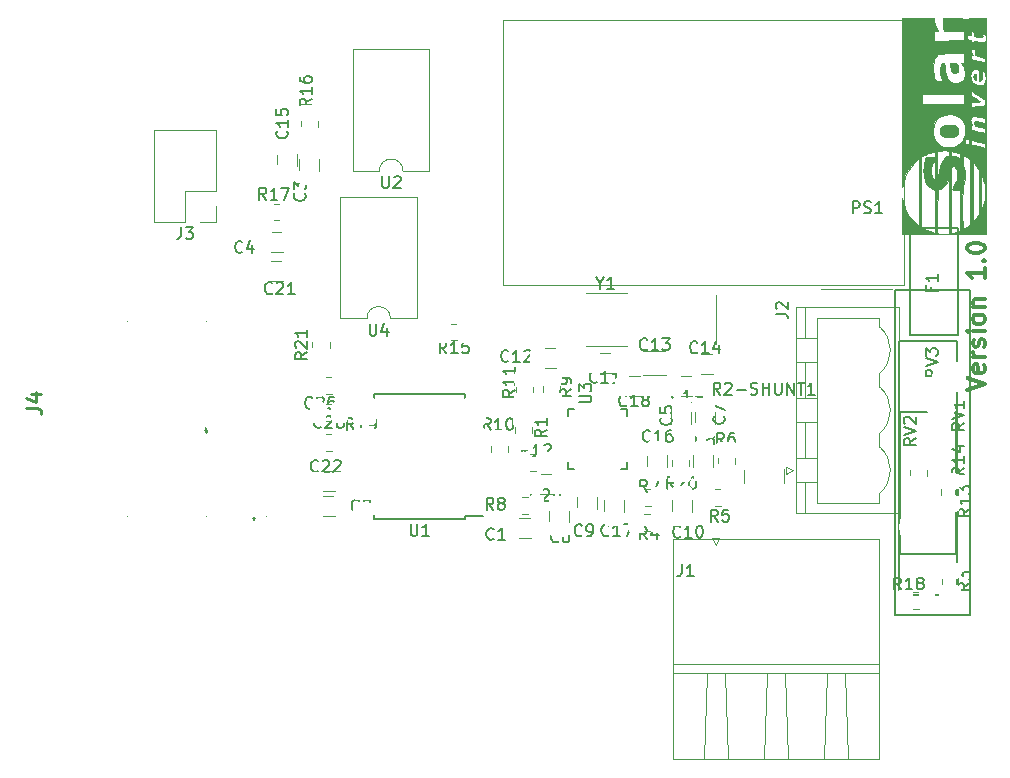
<source format=gbr>
G04 #@! TF.GenerationSoftware,KiCad,Pcbnew,(5.1.9)-1*
G04 #@! TF.CreationDate,2022-09-19T13:39:08+02:00*
G04 #@! TF.ProjectId,Zusatzplatine,5a757361-747a-4706-9c61-74696e652e6b,1.0*
G04 #@! TF.SameCoordinates,Original*
G04 #@! TF.FileFunction,Legend,Top*
G04 #@! TF.FilePolarity,Positive*
%FSLAX46Y46*%
G04 Gerber Fmt 4.6, Leading zero omitted, Abs format (unit mm)*
G04 Created by KiCad (PCBNEW (5.1.9)-1) date 2022-09-19 13:39:08*
%MOMM*%
%LPD*%
G01*
G04 APERTURE LIST*
%ADD10C,0.300000*%
%ADD11C,0.010000*%
%ADD12C,0.120000*%
%ADD13C,0.200000*%
%ADD14C,0.100000*%
%ADD15C,0.150000*%
%ADD16C,0.152400*%
%ADD17C,0.254000*%
%ADD18C,3.000000*%
%ADD19C,1.862000*%
%ADD20C,2.830000*%
%ADD21C,3.700000*%
%ADD22C,3.650000*%
%ADD23C,1.909000*%
%ADD24C,2.900000*%
%ADD25C,2.700000*%
%ADD26O,2.480000X4.000000*%
%ADD27O,4.000000X2.480000*%
%ADD28O,2.100000X2.100000*%
%ADD29C,2.400000*%
%ADD30C,2.000000*%
%ADD31C,2.200000*%
G04 APERTURE END LIST*
D10*
X143428571Y-103535714D02*
X144928571Y-103035714D01*
X143428571Y-102535714D01*
X144857142Y-101464285D02*
X144928571Y-101607142D01*
X144928571Y-101892857D01*
X144857142Y-102035714D01*
X144714285Y-102107142D01*
X144142857Y-102107142D01*
X144000000Y-102035714D01*
X143928571Y-101892857D01*
X143928571Y-101607142D01*
X144000000Y-101464285D01*
X144142857Y-101392857D01*
X144285714Y-101392857D01*
X144428571Y-102107142D01*
X144928571Y-100750000D02*
X143928571Y-100750000D01*
X144214285Y-100750000D02*
X144071428Y-100678571D01*
X144000000Y-100607142D01*
X143928571Y-100464285D01*
X143928571Y-100321428D01*
X144857142Y-99892857D02*
X144928571Y-99750000D01*
X144928571Y-99464285D01*
X144857142Y-99321428D01*
X144714285Y-99250000D01*
X144642857Y-99250000D01*
X144500000Y-99321428D01*
X144428571Y-99464285D01*
X144428571Y-99678571D01*
X144357142Y-99821428D01*
X144214285Y-99892857D01*
X144142857Y-99892857D01*
X144000000Y-99821428D01*
X143928571Y-99678571D01*
X143928571Y-99464285D01*
X144000000Y-99321428D01*
X144928571Y-98607142D02*
X143928571Y-98607142D01*
X143428571Y-98607142D02*
X143500000Y-98678571D01*
X143571428Y-98607142D01*
X143500000Y-98535714D01*
X143428571Y-98607142D01*
X143571428Y-98607142D01*
X144928571Y-97678571D02*
X144857142Y-97821428D01*
X144785714Y-97892857D01*
X144642857Y-97964285D01*
X144214285Y-97964285D01*
X144071428Y-97892857D01*
X144000000Y-97821428D01*
X143928571Y-97678571D01*
X143928571Y-97464285D01*
X144000000Y-97321428D01*
X144071428Y-97250000D01*
X144214285Y-97178571D01*
X144642857Y-97178571D01*
X144785714Y-97250000D01*
X144857142Y-97321428D01*
X144928571Y-97464285D01*
X144928571Y-97678571D01*
X143928571Y-96535714D02*
X144928571Y-96535714D01*
X144071428Y-96535714D02*
X144000000Y-96464285D01*
X143928571Y-96321428D01*
X143928571Y-96107142D01*
X144000000Y-95964285D01*
X144142857Y-95892857D01*
X144928571Y-95892857D01*
X144928571Y-93250000D02*
X144928571Y-94107142D01*
X144928571Y-93678571D02*
X143428571Y-93678571D01*
X143642857Y-93821428D01*
X143785714Y-93964285D01*
X143857142Y-94107142D01*
X144785714Y-92607142D02*
X144857142Y-92535714D01*
X144928571Y-92607142D01*
X144857142Y-92678571D01*
X144785714Y-92607142D01*
X144928571Y-92607142D01*
X143428571Y-91607142D02*
X143428571Y-91464285D01*
X143500000Y-91321428D01*
X143571428Y-91250000D01*
X143714285Y-91178571D01*
X144000000Y-91107142D01*
X144357142Y-91107142D01*
X144642857Y-91178571D01*
X144785714Y-91250000D01*
X144857142Y-91321428D01*
X144928571Y-91464285D01*
X144928571Y-91607142D01*
X144857142Y-91750000D01*
X144785714Y-91821428D01*
X144642857Y-91892857D01*
X144357142Y-91964285D01*
X144000000Y-91964285D01*
X143714285Y-91892857D01*
X143571428Y-91821428D01*
X143500000Y-91750000D01*
X143428571Y-91607142D01*
D11*
G36*
X143220328Y-72431438D02*
G01*
X143243548Y-72364346D01*
X143278000Y-72344125D01*
X143317865Y-72372543D01*
X143335671Y-72431438D01*
X143333829Y-72495505D01*
X143299390Y-72517593D01*
X143278000Y-72518750D01*
X143229677Y-72506871D01*
X143218032Y-72459189D01*
X143220328Y-72431438D01*
G37*
X143220328Y-72431438D02*
X143243548Y-72364346D01*
X143278000Y-72344125D01*
X143317865Y-72372543D01*
X143335671Y-72431438D01*
X143333829Y-72495505D01*
X143299390Y-72517593D01*
X143278000Y-72518750D01*
X143229677Y-72506871D01*
X143218032Y-72459189D01*
X143220328Y-72431438D01*
G36*
X142013248Y-75911420D02*
G01*
X142039735Y-75871674D01*
X142094894Y-75855209D01*
X142184026Y-75852079D01*
X142275285Y-75852500D01*
X142542570Y-75852500D01*
X142616484Y-75971563D01*
X142660442Y-76060945D01*
X142686845Y-76168073D01*
X142700700Y-76314334D01*
X142701770Y-76335808D01*
X142706207Y-76461037D01*
X142702158Y-76541543D01*
X142684989Y-76595988D01*
X142650067Y-76643032D01*
X142617014Y-76677121D01*
X142507810Y-76754270D01*
X142390930Y-76769915D01*
X142279814Y-76736607D01*
X142202104Y-76685012D01*
X142142970Y-76603984D01*
X142097240Y-76482887D01*
X142059740Y-76311082D01*
X142052787Y-76269790D01*
X142025077Y-76100534D01*
X142010129Y-75984392D01*
X142013248Y-75911420D01*
G37*
X142013248Y-75911420D02*
X142039735Y-75871674D01*
X142094894Y-75855209D01*
X142184026Y-75852079D01*
X142275285Y-75852500D01*
X142542570Y-75852500D01*
X142616484Y-75971563D01*
X142660442Y-76060945D01*
X142686845Y-76168073D01*
X142700700Y-76314334D01*
X142701770Y-76335808D01*
X142706207Y-76461037D01*
X142702158Y-76541543D01*
X142684989Y-76595988D01*
X142650067Y-76643032D01*
X142617014Y-76677121D01*
X142507810Y-76754270D01*
X142390930Y-76769915D01*
X142279814Y-76736607D01*
X142202104Y-76685012D01*
X142142970Y-76603984D01*
X142097240Y-76482887D01*
X142059740Y-76311082D01*
X142052787Y-76269790D01*
X142025077Y-76100534D01*
X142010129Y-75984392D01*
X142013248Y-75911420D01*
G36*
X141172261Y-81456612D02*
G01*
X141239495Y-81318928D01*
X141357553Y-81212528D01*
X141411441Y-81181265D01*
X141487932Y-81147223D01*
X141573513Y-81124289D01*
X141684594Y-81109660D01*
X141837586Y-81100532D01*
X141896875Y-81098355D01*
X142053088Y-81094167D01*
X142163053Y-81095614D01*
X142243948Y-81105251D01*
X142312949Y-81125634D01*
X142387234Y-81159320D01*
X142420750Y-81176309D01*
X142554008Y-81259947D01*
X142636422Y-81351091D01*
X142650888Y-81377000D01*
X142695385Y-81524242D01*
X142701221Y-81690277D01*
X142668225Y-81844540D01*
X142653697Y-81878073D01*
X142567640Y-81998407D01*
X142441938Y-82085391D01*
X142271880Y-82140700D01*
X142052755Y-82166008D01*
X141843776Y-82165962D01*
X141603170Y-82141109D01*
X141416515Y-82085337D01*
X141281242Y-81996674D01*
X141194786Y-81873152D01*
X141154581Y-81712800D01*
X141150868Y-81634243D01*
X141172261Y-81456612D01*
G37*
X141172261Y-81456612D02*
X141239495Y-81318928D01*
X141357553Y-81212528D01*
X141411441Y-81181265D01*
X141487932Y-81147223D01*
X141573513Y-81124289D01*
X141684594Y-81109660D01*
X141837586Y-81100532D01*
X141896875Y-81098355D01*
X142053088Y-81094167D01*
X142163053Y-81095614D01*
X142243948Y-81105251D01*
X142312949Y-81125634D01*
X142387234Y-81159320D01*
X142420750Y-81176309D01*
X142554008Y-81259947D01*
X142636422Y-81351091D01*
X142650888Y-81377000D01*
X142695385Y-81524242D01*
X142701221Y-81690277D01*
X142668225Y-81844540D01*
X142653697Y-81878073D01*
X142567640Y-81998407D01*
X142441938Y-82085391D01*
X142271880Y-82140700D01*
X142052755Y-82166008D01*
X141843776Y-82165962D01*
X141603170Y-82141109D01*
X141416515Y-82085337D01*
X141281242Y-81996674D01*
X141194786Y-81873152D01*
X141154581Y-81712800D01*
X141150868Y-81634243D01*
X141172261Y-81456612D01*
G36*
X143995399Y-76922223D02*
G01*
X144050302Y-76845205D01*
X144135920Y-76806760D01*
X144161562Y-76805000D01*
X144195818Y-76809191D01*
X144216339Y-76830352D01*
X144226621Y-76881363D01*
X144230159Y-76975107D01*
X144230500Y-77059000D01*
X144228389Y-77188584D01*
X144220562Y-77266366D01*
X144204773Y-77303950D01*
X144181358Y-77313000D01*
X144128187Y-77291181D01*
X144062768Y-77237773D01*
X144054358Y-77228989D01*
X143993490Y-77129688D01*
X143975150Y-77022242D01*
X143995399Y-76922223D01*
G37*
X143995399Y-76922223D02*
X144050302Y-76845205D01*
X144135920Y-76806760D01*
X144161562Y-76805000D01*
X144195818Y-76809191D01*
X144216339Y-76830352D01*
X144226621Y-76881363D01*
X144230159Y-76975107D01*
X144230500Y-77059000D01*
X144228389Y-77188584D01*
X144220562Y-77266366D01*
X144204773Y-77303950D01*
X144181358Y-77313000D01*
X144128187Y-77291181D01*
X144062768Y-77237773D01*
X144054358Y-77228989D01*
X143993490Y-77129688D01*
X143975150Y-77022242D01*
X143995399Y-76922223D01*
G36*
X143107571Y-72328194D02*
G01*
X143182272Y-72232017D01*
X143264680Y-72182262D01*
X143349527Y-72154678D01*
X143420554Y-72159901D01*
X143481819Y-72182262D01*
X143564152Y-72229791D01*
X143621084Y-72285644D01*
X143624694Y-72291725D01*
X143652180Y-72385197D01*
X143654951Y-72495026D01*
X143633625Y-72589829D01*
X143618302Y-72616752D01*
X143515834Y-72704512D01*
X143394660Y-72736484D01*
X143371424Y-72731837D01*
X143371424Y-72582250D01*
X143473639Y-72577471D01*
X143543018Y-72564965D01*
X143563750Y-72550500D01*
X143536578Y-72526633D01*
X143484375Y-72518750D01*
X143420271Y-72501994D01*
X143405000Y-72470445D01*
X143431072Y-72422850D01*
X143484375Y-72385973D01*
X143540189Y-72350302D01*
X143563046Y-72317542D01*
X143548205Y-72302419D01*
X143508187Y-72312025D01*
X143438932Y-72339990D01*
X143412937Y-72350568D01*
X143377414Y-72344400D01*
X143373250Y-72329538D01*
X143345901Y-72304646D01*
X143285937Y-72302329D01*
X143230030Y-72315908D01*
X143202335Y-72352172D01*
X143190187Y-72430037D01*
X143188861Y-72447313D01*
X143179098Y-72582250D01*
X143371424Y-72582250D01*
X143371424Y-72731837D01*
X143268781Y-72711308D01*
X143185186Y-72658803D01*
X143106433Y-72557145D01*
X143081426Y-72441756D01*
X143107571Y-72328194D01*
G37*
X143107571Y-72328194D02*
X143182272Y-72232017D01*
X143264680Y-72182262D01*
X143349527Y-72154678D01*
X143420554Y-72159901D01*
X143481819Y-72182262D01*
X143564152Y-72229791D01*
X143621084Y-72285644D01*
X143624694Y-72291725D01*
X143652180Y-72385197D01*
X143654951Y-72495026D01*
X143633625Y-72589829D01*
X143618302Y-72616752D01*
X143515834Y-72704512D01*
X143394660Y-72736484D01*
X143371424Y-72731837D01*
X143371424Y-72582250D01*
X143473639Y-72577471D01*
X143543018Y-72564965D01*
X143563750Y-72550500D01*
X143536578Y-72526633D01*
X143484375Y-72518750D01*
X143420271Y-72501994D01*
X143405000Y-72470445D01*
X143431072Y-72422850D01*
X143484375Y-72385973D01*
X143540189Y-72350302D01*
X143563046Y-72317542D01*
X143548205Y-72302419D01*
X143508187Y-72312025D01*
X143438932Y-72339990D01*
X143412937Y-72350568D01*
X143377414Y-72344400D01*
X143373250Y-72329538D01*
X143345901Y-72304646D01*
X143285937Y-72302329D01*
X143230030Y-72315908D01*
X143202335Y-72352172D01*
X143190187Y-72430037D01*
X143188861Y-72447313D01*
X143179098Y-72582250D01*
X143371424Y-72582250D01*
X143371424Y-72731837D01*
X143268781Y-72711308D01*
X143185186Y-72658803D01*
X143106433Y-72557145D01*
X143081426Y-72441756D01*
X143107571Y-72328194D01*
G36*
X140634399Y-72106000D02*
G01*
X140649300Y-72336188D01*
X140694667Y-72605202D01*
X140795232Y-72845031D01*
X140896081Y-72994156D01*
X140951970Y-73068351D01*
X140986544Y-73121236D01*
X140991999Y-73134507D01*
X140963279Y-73145048D01*
X140889194Y-73152037D01*
X140817375Y-73153750D01*
X140642750Y-73153750D01*
X140642749Y-73566861D01*
X140642749Y-73979971D01*
X143198625Y-73963375D01*
X143207511Y-73558563D01*
X143216397Y-73153750D01*
X141498428Y-73153750D01*
X141462460Y-73066438D01*
X141444319Y-72991235D01*
X141428761Y-72870322D01*
X141416706Y-72721470D01*
X141409074Y-72562446D01*
X141406787Y-72411021D01*
X141410764Y-72284962D01*
X141418473Y-72217426D01*
X141439377Y-72106000D01*
X142382501Y-72108013D01*
X142678399Y-72109579D01*
X142914147Y-72112871D01*
X143089037Y-72117863D01*
X143202366Y-72124528D01*
X143253426Y-72132842D01*
X143251304Y-72139807D01*
X143139262Y-72216041D01*
X143073541Y-72333462D01*
X143056806Y-72449755D01*
X143082306Y-72585530D01*
X143152400Y-72689011D01*
X143254016Y-72754493D01*
X143374085Y-72776274D01*
X143499535Y-72748649D01*
X143596906Y-72685438D01*
X143674535Y-72578429D01*
X143701663Y-72454147D01*
X143680846Y-72329486D01*
X143614636Y-72221341D01*
X143516125Y-72151088D01*
X143493690Y-72138081D01*
X143495443Y-72127941D01*
X143527309Y-72120305D01*
X143595219Y-72114816D01*
X143705100Y-72111112D01*
X143862880Y-72108834D01*
X144074489Y-72107622D01*
X144238437Y-72107243D01*
X145056000Y-72106000D01*
X145056000Y-90362250D01*
X144671723Y-90362250D01*
X144671723Y-88284650D01*
X144701052Y-88242074D01*
X144741156Y-88150751D01*
X144787668Y-88023605D01*
X144836219Y-87873558D01*
X144882443Y-87713532D01*
X144921970Y-87556449D01*
X144929974Y-87520625D01*
X144967816Y-87272502D01*
X144985528Y-86985329D01*
X144983725Y-86680069D01*
X144963202Y-86380303D01*
X144963202Y-83059750D01*
X144980226Y-83030154D01*
X144987562Y-82948866D01*
X144986077Y-82864045D01*
X144977276Y-82681819D01*
X144977276Y-81821500D01*
X144985156Y-81792585D01*
X144990657Y-81717157D01*
X144992500Y-81622585D01*
X144992500Y-81423669D01*
X144576192Y-81331010D01*
X144418675Y-81293562D01*
X144281756Y-81256550D01*
X144178433Y-81223809D01*
X144121704Y-81199175D01*
X144117064Y-81195530D01*
X144078541Y-81127180D01*
X144051804Y-81028133D01*
X144043707Y-80931002D01*
X144051666Y-80884394D01*
X144076541Y-80844891D01*
X144120410Y-80822976D01*
X144192763Y-80818581D01*
X144303093Y-80831636D01*
X144460892Y-80862073D01*
X144547072Y-80880791D01*
X144695810Y-80913136D01*
X144823083Y-80939642D01*
X144915438Y-80957588D01*
X144959423Y-80964250D01*
X144959545Y-80964250D01*
X144980915Y-80933345D01*
X144988036Y-80840784D01*
X144986077Y-80767948D01*
X144976625Y-80571645D01*
X144579750Y-80483141D01*
X144350673Y-80435085D01*
X144173673Y-80405857D01*
X144040230Y-80395300D01*
X143941824Y-80403255D01*
X143869938Y-80429563D01*
X143820681Y-80469005D01*
X143754250Y-80580401D01*
X143754250Y-79633628D01*
X143857437Y-79616094D01*
X143926394Y-79605187D01*
X144043288Y-79587545D01*
X144193190Y-79565388D01*
X144361172Y-79540939D01*
X144405125Y-79534602D01*
X144611104Y-79505589D01*
X144762810Y-79483394D01*
X144868447Y-79463475D01*
X144936216Y-79441291D01*
X144974321Y-79412301D01*
X144990964Y-79371964D01*
X144994349Y-79315737D01*
X144992677Y-79239080D01*
X144992415Y-79209458D01*
X144992330Y-78979875D01*
X144461065Y-78652826D01*
X144461065Y-77754672D01*
X144640475Y-77743489D01*
X144758611Y-77705737D01*
X144840498Y-77656326D01*
X144902526Y-77587899D01*
X144958889Y-77482719D01*
X144983955Y-77424125D01*
X145002832Y-77338266D01*
X145012271Y-77210249D01*
X145012845Y-77060477D01*
X145005131Y-76909353D01*
X144989704Y-76777279D01*
X144967137Y-76684660D01*
X144962838Y-76674733D01*
X144952812Y-76662190D01*
X144952812Y-75819769D01*
X144977801Y-75794122D01*
X144990451Y-75712781D01*
X144992500Y-75634181D01*
X144992500Y-75447612D01*
X144588298Y-75346388D01*
X144435646Y-75305858D01*
X144305583Y-75266993D01*
X144210480Y-75233804D01*
X144162711Y-75210306D01*
X144160159Y-75207519D01*
X144147849Y-75158134D01*
X144139040Y-75065777D01*
X144135736Y-74957055D01*
X144135250Y-74744235D01*
X144016187Y-74711170D01*
X143932493Y-74691781D01*
X143932493Y-74137051D01*
X143991207Y-74121952D01*
X144008250Y-74074500D01*
X144011115Y-74040566D01*
X144026769Y-74021300D01*
X144065802Y-74016702D01*
X144138802Y-74026773D01*
X144256357Y-74051512D01*
X144357500Y-74074500D01*
X144566320Y-74116979D01*
X144724463Y-74134942D01*
X144840332Y-74127149D01*
X144922331Y-74092361D01*
X144978861Y-74029340D01*
X145003335Y-73979250D01*
X145011398Y-73927270D01*
X145015123Y-73835962D01*
X145014935Y-73724760D01*
X145011258Y-73613097D01*
X145004517Y-73520406D01*
X144995138Y-73466122D01*
X144991990Y-73460344D01*
X144953640Y-73445328D01*
X144877416Y-73426863D01*
X144853213Y-73422108D01*
X144729801Y-73399052D01*
X144750664Y-73510264D01*
X144761917Y-73609494D01*
X144747679Y-73676507D01*
X144701257Y-73713385D01*
X144615959Y-73722216D01*
X144485092Y-73705084D01*
X144301964Y-73664074D01*
X144276976Y-73657852D01*
X144008250Y-73590454D01*
X144008250Y-73407555D01*
X144005497Y-73302577D01*
X143993291Y-73244256D01*
X143965712Y-73215848D01*
X143936812Y-73205512D01*
X143839376Y-73184698D01*
X143784480Y-73194954D01*
X143760116Y-73246676D01*
X143754277Y-73350261D01*
X143754250Y-73363567D01*
X143752890Y-73464250D01*
X143744006Y-73515073D01*
X143720389Y-73529677D01*
X143674833Y-73521700D01*
X143671170Y-73520783D01*
X143573739Y-73498032D01*
X143496545Y-73481622D01*
X143405000Y-73463313D01*
X143405000Y-73849803D01*
X143539937Y-73884344D01*
X143652157Y-73914190D01*
X143716228Y-73937429D01*
X143745635Y-73962735D01*
X143753863Y-73998781D01*
X143754250Y-74022176D01*
X143777376Y-74091772D01*
X143825687Y-74117989D01*
X143932493Y-74137051D01*
X143932493Y-74691781D01*
X143887226Y-74681293D01*
X143806760Y-74679804D01*
X143765525Y-74708698D01*
X143754250Y-74767620D01*
X143768615Y-74847382D01*
X143805317Y-74952244D01*
X143833492Y-75013682D01*
X143877052Y-75100915D01*
X143905891Y-75161294D01*
X143912867Y-75178418D01*
X143886555Y-75178087D01*
X143832010Y-75166633D01*
X143751020Y-75146306D01*
X143760572Y-75348442D01*
X143770125Y-75550578D01*
X144341625Y-75684683D01*
X144525227Y-75727332D01*
X144688720Y-75764492D01*
X144821579Y-75793836D01*
X144913280Y-75813037D01*
X144952812Y-75819769D01*
X144952812Y-76662190D01*
X144913170Y-76612594D01*
X144825648Y-76571498D01*
X144775265Y-76558269D01*
X144687241Y-76540174D01*
X144629771Y-76532230D01*
X144618686Y-76533231D01*
X144624925Y-76564704D01*
X144650597Y-76635165D01*
X144670998Y-76684540D01*
X144732423Y-76903616D01*
X144742937Y-77147756D01*
X144713700Y-77228673D01*
X144649124Y-77307553D01*
X144570248Y-77363031D01*
X144517693Y-77376500D01*
X144492303Y-77373554D01*
X144474567Y-77358291D01*
X144463116Y-77321072D01*
X144456581Y-77252258D01*
X144453590Y-77142213D01*
X144452775Y-76981298D01*
X144452750Y-76919522D01*
X144452704Y-76732253D01*
X144449013Y-76599216D01*
X144436342Y-76511167D01*
X144409356Y-76458862D01*
X144362722Y-76433056D01*
X144291105Y-76424504D01*
X144189171Y-76423961D01*
X144166839Y-76424000D01*
X144047174Y-76429749D01*
X143964781Y-76451838D01*
X143894083Y-76497537D01*
X143886805Y-76503573D01*
X143798935Y-76616248D01*
X143745985Y-76766823D01*
X143727089Y-76940747D01*
X143741378Y-77123464D01*
X143787986Y-77300423D01*
X143866045Y-77457069D01*
X143949597Y-77557092D01*
X144096227Y-77657909D01*
X144273182Y-77724957D01*
X144461065Y-77754672D01*
X144461065Y-78652826D01*
X144399215Y-78614750D01*
X144224707Y-78507577D01*
X144068004Y-78411821D01*
X143937305Y-78332455D01*
X143840811Y-78274450D01*
X143786723Y-78242777D01*
X143778652Y-78238535D01*
X143766291Y-78261686D01*
X143759767Y-78333039D01*
X143760408Y-78437455D01*
X143760664Y-78443556D01*
X143770125Y-78659668D01*
X144150622Y-78873828D01*
X144289919Y-78953846D01*
X144407769Y-79024611D01*
X144493757Y-79079633D01*
X144537462Y-79112424D01*
X144540719Y-79116784D01*
X144515871Y-79131841D01*
X144441279Y-79147830D01*
X144330599Y-79162179D01*
X144271346Y-79167519D01*
X144127831Y-79179841D01*
X143993671Y-79193143D01*
X143892536Y-79205031D01*
X143873312Y-79207787D01*
X143754250Y-79226116D01*
X143754250Y-79633628D01*
X143754250Y-80580401D01*
X143748154Y-80590624D01*
X143730929Y-80739437D01*
X143769217Y-80911065D01*
X143796357Y-80976995D01*
X143839632Y-81074331D01*
X143857077Y-81127571D01*
X143850157Y-81149958D01*
X143820334Y-81154732D01*
X143815993Y-81154750D01*
X143781290Y-81162274D01*
X143762623Y-81194503D01*
X143755244Y-81265928D01*
X143754250Y-81343111D01*
X143757969Y-81453693D01*
X143771805Y-81515918D01*
X143799776Y-81544633D01*
X143809812Y-81548427D01*
X143857699Y-81560937D01*
X143952636Y-81584166D01*
X144082708Y-81615326D01*
X144235997Y-81651630D01*
X144400586Y-81690290D01*
X144564558Y-81728519D01*
X144715996Y-81763529D01*
X144842982Y-81792534D01*
X144933600Y-81812745D01*
X144975933Y-81821375D01*
X144977276Y-81821500D01*
X144977276Y-82681819D01*
X144976625Y-82668339D01*
X144389250Y-82531906D01*
X144204354Y-82489176D01*
X144040809Y-82451791D01*
X143908632Y-82422007D01*
X143817837Y-82402080D01*
X143778440Y-82394266D01*
X143778062Y-82394237D01*
X143765475Y-82422381D01*
X143756844Y-82496753D01*
X143754250Y-82582277D01*
X143754250Y-82771553D01*
X143873312Y-82803498D01*
X143972059Y-82828995D01*
X144105089Y-82861969D01*
X144260117Y-82899531D01*
X144424854Y-82938792D01*
X144587014Y-82976864D01*
X144734311Y-83010857D01*
X144854458Y-83037883D01*
X144935168Y-83055052D01*
X144963202Y-83059750D01*
X144963202Y-86380303D01*
X144963023Y-86377688D01*
X144924040Y-86099149D01*
X144882828Y-85917250D01*
X144837202Y-85765057D01*
X144786861Y-85615881D01*
X144740177Y-85493945D01*
X144723764Y-85456875D01*
X144648542Y-85298125D01*
X144645896Y-86800187D01*
X144645900Y-87128788D01*
X144647064Y-87425947D01*
X144649305Y-87686873D01*
X144652540Y-87906779D01*
X144656685Y-88080873D01*
X144661657Y-88204366D01*
X144667373Y-88272469D01*
X144671723Y-88284650D01*
X144671723Y-90362250D01*
X143913000Y-90362250D01*
X143913000Y-89358131D01*
X144011208Y-89264878D01*
X144074350Y-89197620D01*
X144160395Y-89096377D01*
X144254836Y-88978475D01*
X144296958Y-88923609D01*
X144484500Y-88675592D01*
X144484500Y-84975637D01*
X144381312Y-84819772D01*
X144306778Y-84718055D01*
X144207550Y-84596773D01*
X144104157Y-84480933D01*
X144096668Y-84473016D01*
X143915211Y-84282125D01*
X143914105Y-86820128D01*
X143913000Y-89358131D01*
X143913000Y-90362250D01*
X143079562Y-90362250D01*
X143079562Y-89949419D01*
X143121724Y-89932838D01*
X143201422Y-89889290D01*
X143303931Y-89827878D01*
X143414525Y-89757702D01*
X143518478Y-89687866D01*
X143601066Y-89627472D01*
X143603437Y-89625602D01*
X143722500Y-89531415D01*
X143722500Y-84084951D01*
X143539937Y-83958180D01*
X143500208Y-83931500D01*
X143500208Y-82734801D01*
X143559491Y-82734089D01*
X143587056Y-82696339D01*
X143595047Y-82611197D01*
X143595500Y-82539645D01*
X143595500Y-82337039D01*
X143454440Y-82301520D01*
X143366423Y-82280250D01*
X143307080Y-82267564D01*
X143295690Y-82266000D01*
X143286651Y-82294957D01*
X143280275Y-82370672D01*
X143278000Y-82470883D01*
X143278000Y-82675766D01*
X143397062Y-82708831D01*
X143500208Y-82734801D01*
X143500208Y-83931500D01*
X143417921Y-83876240D01*
X143289364Y-83794194D01*
X143204435Y-83742941D01*
X143051496Y-83654474D01*
X143063239Y-83984175D01*
X143076115Y-84187153D01*
X143100243Y-84345898D01*
X143138593Y-84479134D01*
X143144005Y-84493551D01*
X143216005Y-84745057D01*
X143258421Y-85036125D01*
X143271612Y-85350319D01*
X143255940Y-85671208D01*
X143211768Y-85982358D01*
X143139456Y-86267333D01*
X143102727Y-86370331D01*
X143092258Y-86405435D01*
X143083414Y-86456397D01*
X143076067Y-86528260D01*
X143070088Y-86626069D01*
X143065351Y-86754867D01*
X143061726Y-86919698D01*
X143059086Y-87125605D01*
X143057303Y-87377633D01*
X143056248Y-87680825D01*
X143055793Y-88040224D01*
X143055750Y-88219768D01*
X143056173Y-88544545D01*
X143057392Y-88849450D01*
X143059326Y-89128723D01*
X143061897Y-89376607D01*
X143065025Y-89587343D01*
X143068630Y-89755172D01*
X143072634Y-89874336D01*
X143076958Y-89939075D01*
X143079562Y-89949419D01*
X143079562Y-90362250D01*
X142123892Y-90362250D01*
X142123892Y-90287620D01*
X142127062Y-90286905D01*
X142191207Y-90269646D01*
X142286535Y-90245391D01*
X142325500Y-90235753D01*
X142435465Y-90205657D01*
X142570505Y-90164449D01*
X142666812Y-90132742D01*
X142865250Y-90064757D01*
X142865250Y-86615750D01*
X142865250Y-84015243D01*
X142865250Y-83574645D01*
X142737065Y-83523356D01*
X142643239Y-83489541D01*
X142521577Y-83450674D01*
X142389800Y-83411796D01*
X142265629Y-83377949D01*
X142166786Y-83354172D01*
X142111825Y-83345500D01*
X142086821Y-83370443D01*
X142073932Y-83448902D01*
X142071500Y-83536000D01*
X142071500Y-83726500D01*
X142210383Y-83726500D01*
X142416334Y-83755152D01*
X142617715Y-83835194D01*
X142746187Y-83919756D01*
X142865250Y-84015243D01*
X142865250Y-86615750D01*
X142531875Y-86615750D01*
X142367636Y-86613424D01*
X142260942Y-86602764D01*
X142205898Y-86578248D01*
X142196609Y-86534355D01*
X142227183Y-86465564D01*
X142281563Y-86381251D01*
X142449329Y-86078692D01*
X142562448Y-85748465D01*
X142618254Y-85399382D01*
X142623957Y-85250500D01*
X142620543Y-85097672D01*
X142606601Y-84985093D01*
X142578156Y-84889852D01*
X142550558Y-84827530D01*
X142466930Y-84702171D01*
X142368874Y-84635802D01*
X142261208Y-84629835D01*
X142148753Y-84685679D01*
X142127062Y-84703552D01*
X142117363Y-84714966D01*
X142108859Y-84733727D01*
X142101472Y-84763803D01*
X142095123Y-84809164D01*
X142089735Y-84873778D01*
X142085229Y-84961614D01*
X142081527Y-85076642D01*
X142078552Y-85222830D01*
X142076225Y-85404147D01*
X142074468Y-85624562D01*
X142073203Y-85888045D01*
X142072351Y-86198564D01*
X142071836Y-86560089D01*
X142071579Y-86976587D01*
X142071501Y-87452029D01*
X142071500Y-87527686D01*
X142071550Y-88011453D01*
X142071754Y-88435596D01*
X142072190Y-88803993D01*
X142072935Y-89120519D01*
X142074068Y-89389053D01*
X142075667Y-89613469D01*
X142077809Y-89797646D01*
X142080574Y-89945460D01*
X142084038Y-90060786D01*
X142088280Y-90147503D01*
X142093378Y-90209486D01*
X142099410Y-90250613D01*
X142106455Y-90274760D01*
X142114589Y-90285803D01*
X142123892Y-90287620D01*
X142123892Y-90362250D01*
X141928625Y-90362250D01*
X141928625Y-83011005D01*
X142099901Y-83010743D01*
X142223461Y-83007205D01*
X142315081Y-82997895D01*
X142390538Y-82980321D01*
X142465612Y-82951986D01*
X142551667Y-82912487D01*
X142792714Y-82770931D01*
X142981138Y-82597050D01*
X143122269Y-82384465D01*
X143221441Y-82126802D01*
X143227755Y-82103928D01*
X143255868Y-81949514D01*
X143271467Y-81757090D01*
X143274143Y-81550985D01*
X143263485Y-81355526D01*
X143242798Y-81211876D01*
X143157630Y-80944476D01*
X143023919Y-80716369D01*
X142844642Y-80529729D01*
X142622773Y-80386725D01*
X142361290Y-80289531D01*
X142063169Y-80240317D01*
X141903249Y-80234377D01*
X141600847Y-80261777D01*
X141329347Y-80340868D01*
X141092863Y-80468556D01*
X140895511Y-80641746D01*
X140741405Y-80857345D01*
X140634662Y-81112256D01*
X140609962Y-81207007D01*
X140587613Y-81363435D01*
X140578393Y-81556935D01*
X140581857Y-81762849D01*
X140597565Y-81956517D01*
X140625073Y-82113279D01*
X140626314Y-82118060D01*
X140723122Y-82370117D01*
X140869289Y-82592756D01*
X141056967Y-82776896D01*
X141278311Y-82913461D01*
X141334848Y-82937861D01*
X141421750Y-82968903D01*
X141508176Y-82989780D01*
X141610012Y-83002449D01*
X141743144Y-83008867D01*
X141923458Y-83010991D01*
X141928625Y-83011005D01*
X141928625Y-90362250D01*
X141444748Y-90362250D01*
X141444748Y-90329591D01*
X141591151Y-90328705D01*
X141722748Y-90325582D01*
X141825109Y-90320240D01*
X141883804Y-90312697D01*
X141891583Y-90309334D01*
X141894933Y-90274956D01*
X141898060Y-90182009D01*
X141900925Y-90035423D01*
X141903490Y-89840128D01*
X141905718Y-89601055D01*
X141907569Y-89323133D01*
X141909006Y-89011293D01*
X141909992Y-88670466D01*
X141910487Y-88305581D01*
X141910453Y-87921570D01*
X141910410Y-87872521D01*
X141908071Y-85456875D01*
X141815467Y-85746516D01*
X141708053Y-86021951D01*
X141579101Y-86239952D01*
X141425770Y-86403767D01*
X141245221Y-86516645D01*
X141097653Y-86567980D01*
X140967356Y-86601061D01*
X140967356Y-85414506D01*
X140985027Y-85384570D01*
X141009308Y-85305225D01*
X141041341Y-85178483D01*
X141082273Y-85006354D01*
X141133247Y-84790850D01*
X141133315Y-84790566D01*
X141175109Y-84629255D01*
X141221573Y-84472159D01*
X141266046Y-84340849D01*
X141291885Y-84277005D01*
X141378174Y-84125111D01*
X141488033Y-83984587D01*
X141607551Y-83870345D01*
X141722814Y-83797298D01*
X141748612Y-83787452D01*
X141829981Y-83759812D01*
X141883473Y-83739059D01*
X141888937Y-83736332D01*
X141901254Y-83699959D01*
X141909857Y-83618482D01*
X141912750Y-83520536D01*
X141912750Y-83318320D01*
X141732859Y-83295844D01*
X141647067Y-83290114D01*
X141527199Y-83288457D01*
X141388431Y-83290303D01*
X141245939Y-83295078D01*
X141114897Y-83302211D01*
X141010481Y-83311128D01*
X140947867Y-83321257D01*
X140937576Y-83325840D01*
X140935497Y-83358760D01*
X140934033Y-83447896D01*
X140933196Y-83585969D01*
X140932995Y-83765697D01*
X140933441Y-83979800D01*
X140934543Y-84220998D01*
X140936020Y-84443938D01*
X140938074Y-84752681D01*
X140939869Y-84999950D01*
X140942550Y-85187756D01*
X140947262Y-85318110D01*
X140955149Y-85393023D01*
X140967356Y-85414506D01*
X140967356Y-86601061D01*
X140944375Y-86606896D01*
X140936183Y-88449054D01*
X140927991Y-90291211D01*
X140999683Y-90310422D01*
X141061007Y-90318657D01*
X141165246Y-90324585D01*
X141297970Y-90328224D01*
X141444748Y-90329591D01*
X141444748Y-90362250D01*
X140738000Y-90362250D01*
X140738000Y-90268210D01*
X140738000Y-86620256D01*
X140685942Y-86605099D01*
X140685942Y-85692254D01*
X140706992Y-85667285D01*
X140721430Y-85609971D01*
X140730503Y-85514465D01*
X140735457Y-85374921D01*
X140737538Y-85185493D01*
X140737994Y-84940334D01*
X140738000Y-84846561D01*
X140737744Y-84592946D01*
X140736712Y-84396505D01*
X140734502Y-84250911D01*
X140730712Y-84149841D01*
X140724943Y-84086967D01*
X140716794Y-84055965D01*
X140705863Y-84050509D01*
X140691750Y-84064274D01*
X140688701Y-84068505D01*
X140627147Y-84173526D01*
X140558992Y-84316280D01*
X140494427Y-84473263D01*
X140443642Y-84620968D01*
X140433135Y-84658004D01*
X140397310Y-84853497D01*
X140388601Y-85054890D01*
X140405051Y-85248326D01*
X140444702Y-85419949D01*
X140505598Y-85555902D01*
X140570661Y-85631560D01*
X140619023Y-85668545D01*
X140657035Y-85690726D01*
X140685942Y-85692254D01*
X140685942Y-86605099D01*
X140571312Y-86571723D01*
X140352968Y-86475671D01*
X140162459Y-86324022D01*
X140002177Y-86119362D01*
X139874514Y-85864273D01*
X139846449Y-85788537D01*
X139793208Y-85574751D01*
X139762770Y-85318309D01*
X139754686Y-85035642D01*
X139768505Y-84743183D01*
X139803778Y-84457365D01*
X139860056Y-84194620D01*
X139893047Y-84085514D01*
X139965904Y-83869375D01*
X140351952Y-83860461D01*
X140738000Y-83851546D01*
X140738000Y-83614398D01*
X140736379Y-83492694D01*
X140729275Y-83421365D01*
X140713320Y-83387320D01*
X140685151Y-83377470D01*
X140677029Y-83377250D01*
X140602266Y-83389963D01*
X140484472Y-83424502D01*
X140337983Y-83475473D01*
X140177137Y-83537481D01*
X140016271Y-83605129D01*
X139869721Y-83673022D01*
X139809151Y-83703860D01*
X139658500Y-83783578D01*
X139658500Y-79313250D01*
X143216397Y-79313250D01*
X143207511Y-78908438D01*
X143198625Y-78503625D01*
X142470187Y-78500249D01*
X142470187Y-77596938D01*
X142682812Y-77569662D01*
X142869997Y-77492497D01*
X143027097Y-77371204D01*
X143149468Y-77211544D01*
X143232466Y-77019279D01*
X143271446Y-76800170D01*
X143261765Y-76559978D01*
X143215304Y-76354705D01*
X143166174Y-76224803D01*
X143104038Y-76099056D01*
X143057437Y-76025923D01*
X143002168Y-75948658D01*
X142967392Y-75891962D01*
X142961383Y-75876313D01*
X142988974Y-75861407D01*
X143058981Y-75853111D01*
X143087500Y-75852500D01*
X143214500Y-75852500D01*
X143214500Y-75056253D01*
X142190562Y-75065439D01*
X141885862Y-75068489D01*
X141637579Y-75072566D01*
X141438629Y-75079086D01*
X141281930Y-75089464D01*
X141160400Y-75105118D01*
X141066956Y-75127462D01*
X140994515Y-75157912D01*
X140935995Y-75197884D01*
X140884314Y-75248794D01*
X140832388Y-75312057D01*
X140809711Y-75341468D01*
X140737190Y-75447194D01*
X140682522Y-75557161D01*
X140643569Y-75682088D01*
X140618192Y-75832695D01*
X140604254Y-76019699D01*
X140599617Y-76253820D01*
X140600122Y-76392250D01*
X140604691Y-76611682D01*
X140613800Y-76815976D01*
X140626542Y-76990707D01*
X140642013Y-77121448D01*
X140647927Y-77154250D01*
X140690735Y-77360625D01*
X141000117Y-77369713D01*
X141144103Y-77373887D01*
X141238670Y-77369781D01*
X141290013Y-77347502D01*
X141304328Y-77297155D01*
X141287808Y-77208844D01*
X141246647Y-77072677D01*
X141226426Y-77008225D01*
X141185802Y-76867834D01*
X141162514Y-76751965D01*
X141153406Y-76634169D01*
X141155323Y-76487996D01*
X141157695Y-76432078D01*
X141172537Y-76237047D01*
X141198649Y-76094777D01*
X141239650Y-75994992D01*
X141299158Y-75927416D01*
X141345854Y-75897744D01*
X141421711Y-75862346D01*
X141473030Y-75854650D01*
X141505823Y-75882584D01*
X141526101Y-75954073D01*
X141539876Y-76077045D01*
X141546329Y-76162063D01*
X141585009Y-76527619D01*
X141645256Y-76835272D01*
X141728150Y-77087226D01*
X141834775Y-77285683D01*
X141966210Y-77432845D01*
X142123537Y-77530915D01*
X142236766Y-77568564D01*
X142470187Y-77596938D01*
X142470187Y-78500249D01*
X139658499Y-78487217D01*
X139658499Y-78900234D01*
X139658500Y-79313250D01*
X139658500Y-83783578D01*
X139562928Y-83834152D01*
X139571026Y-86818676D01*
X139579125Y-89803199D01*
X139832003Y-89937896D01*
X140045934Y-90039970D01*
X140287472Y-90136172D01*
X140525701Y-90214796D01*
X140650687Y-90247851D01*
X140738000Y-90268210D01*
X140738000Y-90362250D01*
X137944000Y-90362250D01*
X137947871Y-88750938D01*
X137949285Y-88369205D01*
X137951541Y-88044598D01*
X137954619Y-87778071D01*
X137958497Y-87570582D01*
X137963155Y-87423087D01*
X137968571Y-87336542D01*
X137974724Y-87311904D01*
X137979194Y-87330125D01*
X138066613Y-87737691D01*
X138209249Y-88147533D01*
X138401216Y-88544657D01*
X138554970Y-88796851D01*
X138625183Y-88892711D01*
X138719920Y-89008973D01*
X138830586Y-89136513D01*
X138948584Y-89266206D01*
X139065317Y-89388929D01*
X139172189Y-89495557D01*
X139260604Y-89576966D01*
X139321965Y-89624033D01*
X139341822Y-89632000D01*
X139347626Y-89600480D01*
X139352867Y-89506829D01*
X139357530Y-89352418D01*
X139361600Y-89138613D01*
X139365062Y-88866783D01*
X139367902Y-88538297D01*
X139370104Y-88154522D01*
X139371653Y-87716826D01*
X139372535Y-87226578D01*
X139372750Y-86803946D01*
X139372750Y-83975892D01*
X139285437Y-84043906D01*
X138969416Y-84327493D01*
X138682868Y-84659917D01*
X138434112Y-85030141D01*
X138231464Y-85427128D01*
X138216361Y-85462395D01*
X138154251Y-85630605D01*
X138091160Y-85836838D01*
X138033726Y-86056076D01*
X137988589Y-86263300D01*
X137965082Y-86409375D01*
X137963984Y-86387057D01*
X137962873Y-86304012D01*
X137961756Y-86163014D01*
X137960639Y-85966835D01*
X137959528Y-85718250D01*
X137958429Y-85420031D01*
X137957350Y-85074951D01*
X137956296Y-84685784D01*
X137955273Y-84255304D01*
X137954289Y-83786283D01*
X137953350Y-83281494D01*
X137952461Y-82743712D01*
X137951629Y-82175709D01*
X137950861Y-81580258D01*
X137950163Y-80960133D01*
X137949542Y-80318107D01*
X137949003Y-79656953D01*
X137948757Y-79305313D01*
X137944000Y-72106000D01*
X140634399Y-72106000D01*
G37*
X140634399Y-72106000D02*
X140649300Y-72336188D01*
X140694667Y-72605202D01*
X140795232Y-72845031D01*
X140896081Y-72994156D01*
X140951970Y-73068351D01*
X140986544Y-73121236D01*
X140991999Y-73134507D01*
X140963279Y-73145048D01*
X140889194Y-73152037D01*
X140817375Y-73153750D01*
X140642750Y-73153750D01*
X140642749Y-73566861D01*
X140642749Y-73979971D01*
X143198625Y-73963375D01*
X143207511Y-73558563D01*
X143216397Y-73153750D01*
X141498428Y-73153750D01*
X141462460Y-73066438D01*
X141444319Y-72991235D01*
X141428761Y-72870322D01*
X141416706Y-72721470D01*
X141409074Y-72562446D01*
X141406787Y-72411021D01*
X141410764Y-72284962D01*
X141418473Y-72217426D01*
X141439377Y-72106000D01*
X142382501Y-72108013D01*
X142678399Y-72109579D01*
X142914147Y-72112871D01*
X143089037Y-72117863D01*
X143202366Y-72124528D01*
X143253426Y-72132842D01*
X143251304Y-72139807D01*
X143139262Y-72216041D01*
X143073541Y-72333462D01*
X143056806Y-72449755D01*
X143082306Y-72585530D01*
X143152400Y-72689011D01*
X143254016Y-72754493D01*
X143374085Y-72776274D01*
X143499535Y-72748649D01*
X143596906Y-72685438D01*
X143674535Y-72578429D01*
X143701663Y-72454147D01*
X143680846Y-72329486D01*
X143614636Y-72221341D01*
X143516125Y-72151088D01*
X143493690Y-72138081D01*
X143495443Y-72127941D01*
X143527309Y-72120305D01*
X143595219Y-72114816D01*
X143705100Y-72111112D01*
X143862880Y-72108834D01*
X144074489Y-72107622D01*
X144238437Y-72107243D01*
X145056000Y-72106000D01*
X145056000Y-90362250D01*
X144671723Y-90362250D01*
X144671723Y-88284650D01*
X144701052Y-88242074D01*
X144741156Y-88150751D01*
X144787668Y-88023605D01*
X144836219Y-87873558D01*
X144882443Y-87713532D01*
X144921970Y-87556449D01*
X144929974Y-87520625D01*
X144967816Y-87272502D01*
X144985528Y-86985329D01*
X144983725Y-86680069D01*
X144963202Y-86380303D01*
X144963202Y-83059750D01*
X144980226Y-83030154D01*
X144987562Y-82948866D01*
X144986077Y-82864045D01*
X144977276Y-82681819D01*
X144977276Y-81821500D01*
X144985156Y-81792585D01*
X144990657Y-81717157D01*
X144992500Y-81622585D01*
X144992500Y-81423669D01*
X144576192Y-81331010D01*
X144418675Y-81293562D01*
X144281756Y-81256550D01*
X144178433Y-81223809D01*
X144121704Y-81199175D01*
X144117064Y-81195530D01*
X144078541Y-81127180D01*
X144051804Y-81028133D01*
X144043707Y-80931002D01*
X144051666Y-80884394D01*
X144076541Y-80844891D01*
X144120410Y-80822976D01*
X144192763Y-80818581D01*
X144303093Y-80831636D01*
X144460892Y-80862073D01*
X144547072Y-80880791D01*
X144695810Y-80913136D01*
X144823083Y-80939642D01*
X144915438Y-80957588D01*
X144959423Y-80964250D01*
X144959545Y-80964250D01*
X144980915Y-80933345D01*
X144988036Y-80840784D01*
X144986077Y-80767948D01*
X144976625Y-80571645D01*
X144579750Y-80483141D01*
X144350673Y-80435085D01*
X144173673Y-80405857D01*
X144040230Y-80395300D01*
X143941824Y-80403255D01*
X143869938Y-80429563D01*
X143820681Y-80469005D01*
X143754250Y-80580401D01*
X143754250Y-79633628D01*
X143857437Y-79616094D01*
X143926394Y-79605187D01*
X144043288Y-79587545D01*
X144193190Y-79565388D01*
X144361172Y-79540939D01*
X144405125Y-79534602D01*
X144611104Y-79505589D01*
X144762810Y-79483394D01*
X144868447Y-79463475D01*
X144936216Y-79441291D01*
X144974321Y-79412301D01*
X144990964Y-79371964D01*
X144994349Y-79315737D01*
X144992677Y-79239080D01*
X144992415Y-79209458D01*
X144992330Y-78979875D01*
X144461065Y-78652826D01*
X144461065Y-77754672D01*
X144640475Y-77743489D01*
X144758611Y-77705737D01*
X144840498Y-77656326D01*
X144902526Y-77587899D01*
X144958889Y-77482719D01*
X144983955Y-77424125D01*
X145002832Y-77338266D01*
X145012271Y-77210249D01*
X145012845Y-77060477D01*
X145005131Y-76909353D01*
X144989704Y-76777279D01*
X144967137Y-76684660D01*
X144962838Y-76674733D01*
X144952812Y-76662190D01*
X144952812Y-75819769D01*
X144977801Y-75794122D01*
X144990451Y-75712781D01*
X144992500Y-75634181D01*
X144992500Y-75447612D01*
X144588298Y-75346388D01*
X144435646Y-75305858D01*
X144305583Y-75266993D01*
X144210480Y-75233804D01*
X144162711Y-75210306D01*
X144160159Y-75207519D01*
X144147849Y-75158134D01*
X144139040Y-75065777D01*
X144135736Y-74957055D01*
X144135250Y-74744235D01*
X144016187Y-74711170D01*
X143932493Y-74691781D01*
X143932493Y-74137051D01*
X143991207Y-74121952D01*
X144008250Y-74074500D01*
X144011115Y-74040566D01*
X144026769Y-74021300D01*
X144065802Y-74016702D01*
X144138802Y-74026773D01*
X144256357Y-74051512D01*
X144357500Y-74074500D01*
X144566320Y-74116979D01*
X144724463Y-74134942D01*
X144840332Y-74127149D01*
X144922331Y-74092361D01*
X144978861Y-74029340D01*
X145003335Y-73979250D01*
X145011398Y-73927270D01*
X145015123Y-73835962D01*
X145014935Y-73724760D01*
X145011258Y-73613097D01*
X145004517Y-73520406D01*
X144995138Y-73466122D01*
X144991990Y-73460344D01*
X144953640Y-73445328D01*
X144877416Y-73426863D01*
X144853213Y-73422108D01*
X144729801Y-73399052D01*
X144750664Y-73510264D01*
X144761917Y-73609494D01*
X144747679Y-73676507D01*
X144701257Y-73713385D01*
X144615959Y-73722216D01*
X144485092Y-73705084D01*
X144301964Y-73664074D01*
X144276976Y-73657852D01*
X144008250Y-73590454D01*
X144008250Y-73407555D01*
X144005497Y-73302577D01*
X143993291Y-73244256D01*
X143965712Y-73215848D01*
X143936812Y-73205512D01*
X143839376Y-73184698D01*
X143784480Y-73194954D01*
X143760116Y-73246676D01*
X143754277Y-73350261D01*
X143754250Y-73363567D01*
X143752890Y-73464250D01*
X143744006Y-73515073D01*
X143720389Y-73529677D01*
X143674833Y-73521700D01*
X143671170Y-73520783D01*
X143573739Y-73498032D01*
X143496545Y-73481622D01*
X143405000Y-73463313D01*
X143405000Y-73849803D01*
X143539937Y-73884344D01*
X143652157Y-73914190D01*
X143716228Y-73937429D01*
X143745635Y-73962735D01*
X143753863Y-73998781D01*
X143754250Y-74022176D01*
X143777376Y-74091772D01*
X143825687Y-74117989D01*
X143932493Y-74137051D01*
X143932493Y-74691781D01*
X143887226Y-74681293D01*
X143806760Y-74679804D01*
X143765525Y-74708698D01*
X143754250Y-74767620D01*
X143768615Y-74847382D01*
X143805317Y-74952244D01*
X143833492Y-75013682D01*
X143877052Y-75100915D01*
X143905891Y-75161294D01*
X143912867Y-75178418D01*
X143886555Y-75178087D01*
X143832010Y-75166633D01*
X143751020Y-75146306D01*
X143760572Y-75348442D01*
X143770125Y-75550578D01*
X144341625Y-75684683D01*
X144525227Y-75727332D01*
X144688720Y-75764492D01*
X144821579Y-75793836D01*
X144913280Y-75813037D01*
X144952812Y-75819769D01*
X144952812Y-76662190D01*
X144913170Y-76612594D01*
X144825648Y-76571498D01*
X144775265Y-76558269D01*
X144687241Y-76540174D01*
X144629771Y-76532230D01*
X144618686Y-76533231D01*
X144624925Y-76564704D01*
X144650597Y-76635165D01*
X144670998Y-76684540D01*
X144732423Y-76903616D01*
X144742937Y-77147756D01*
X144713700Y-77228673D01*
X144649124Y-77307553D01*
X144570248Y-77363031D01*
X144517693Y-77376500D01*
X144492303Y-77373554D01*
X144474567Y-77358291D01*
X144463116Y-77321072D01*
X144456581Y-77252258D01*
X144453590Y-77142213D01*
X144452775Y-76981298D01*
X144452750Y-76919522D01*
X144452704Y-76732253D01*
X144449013Y-76599216D01*
X144436342Y-76511167D01*
X144409356Y-76458862D01*
X144362722Y-76433056D01*
X144291105Y-76424504D01*
X144189171Y-76423961D01*
X144166839Y-76424000D01*
X144047174Y-76429749D01*
X143964781Y-76451838D01*
X143894083Y-76497537D01*
X143886805Y-76503573D01*
X143798935Y-76616248D01*
X143745985Y-76766823D01*
X143727089Y-76940747D01*
X143741378Y-77123464D01*
X143787986Y-77300423D01*
X143866045Y-77457069D01*
X143949597Y-77557092D01*
X144096227Y-77657909D01*
X144273182Y-77724957D01*
X144461065Y-77754672D01*
X144461065Y-78652826D01*
X144399215Y-78614750D01*
X144224707Y-78507577D01*
X144068004Y-78411821D01*
X143937305Y-78332455D01*
X143840811Y-78274450D01*
X143786723Y-78242777D01*
X143778652Y-78238535D01*
X143766291Y-78261686D01*
X143759767Y-78333039D01*
X143760408Y-78437455D01*
X143760664Y-78443556D01*
X143770125Y-78659668D01*
X144150622Y-78873828D01*
X144289919Y-78953846D01*
X144407769Y-79024611D01*
X144493757Y-79079633D01*
X144537462Y-79112424D01*
X144540719Y-79116784D01*
X144515871Y-79131841D01*
X144441279Y-79147830D01*
X144330599Y-79162179D01*
X144271346Y-79167519D01*
X144127831Y-79179841D01*
X143993671Y-79193143D01*
X143892536Y-79205031D01*
X143873312Y-79207787D01*
X143754250Y-79226116D01*
X143754250Y-79633628D01*
X143754250Y-80580401D01*
X143748154Y-80590624D01*
X143730929Y-80739437D01*
X143769217Y-80911065D01*
X143796357Y-80976995D01*
X143839632Y-81074331D01*
X143857077Y-81127571D01*
X143850157Y-81149958D01*
X143820334Y-81154732D01*
X143815993Y-81154750D01*
X143781290Y-81162274D01*
X143762623Y-81194503D01*
X143755244Y-81265928D01*
X143754250Y-81343111D01*
X143757969Y-81453693D01*
X143771805Y-81515918D01*
X143799776Y-81544633D01*
X143809812Y-81548427D01*
X143857699Y-81560937D01*
X143952636Y-81584166D01*
X144082708Y-81615326D01*
X144235997Y-81651630D01*
X144400586Y-81690290D01*
X144564558Y-81728519D01*
X144715996Y-81763529D01*
X144842982Y-81792534D01*
X144933600Y-81812745D01*
X144975933Y-81821375D01*
X144977276Y-81821500D01*
X144977276Y-82681819D01*
X144976625Y-82668339D01*
X144389250Y-82531906D01*
X144204354Y-82489176D01*
X144040809Y-82451791D01*
X143908632Y-82422007D01*
X143817837Y-82402080D01*
X143778440Y-82394266D01*
X143778062Y-82394237D01*
X143765475Y-82422381D01*
X143756844Y-82496753D01*
X143754250Y-82582277D01*
X143754250Y-82771553D01*
X143873312Y-82803498D01*
X143972059Y-82828995D01*
X144105089Y-82861969D01*
X144260117Y-82899531D01*
X144424854Y-82938792D01*
X144587014Y-82976864D01*
X144734311Y-83010857D01*
X144854458Y-83037883D01*
X144935168Y-83055052D01*
X144963202Y-83059750D01*
X144963202Y-86380303D01*
X144963023Y-86377688D01*
X144924040Y-86099149D01*
X144882828Y-85917250D01*
X144837202Y-85765057D01*
X144786861Y-85615881D01*
X144740177Y-85493945D01*
X144723764Y-85456875D01*
X144648542Y-85298125D01*
X144645896Y-86800187D01*
X144645900Y-87128788D01*
X144647064Y-87425947D01*
X144649305Y-87686873D01*
X144652540Y-87906779D01*
X144656685Y-88080873D01*
X144661657Y-88204366D01*
X144667373Y-88272469D01*
X144671723Y-88284650D01*
X144671723Y-90362250D01*
X143913000Y-90362250D01*
X143913000Y-89358131D01*
X144011208Y-89264878D01*
X144074350Y-89197620D01*
X144160395Y-89096377D01*
X144254836Y-88978475D01*
X144296958Y-88923609D01*
X144484500Y-88675592D01*
X144484500Y-84975637D01*
X144381312Y-84819772D01*
X144306778Y-84718055D01*
X144207550Y-84596773D01*
X144104157Y-84480933D01*
X144096668Y-84473016D01*
X143915211Y-84282125D01*
X143914105Y-86820128D01*
X143913000Y-89358131D01*
X143913000Y-90362250D01*
X143079562Y-90362250D01*
X143079562Y-89949419D01*
X143121724Y-89932838D01*
X143201422Y-89889290D01*
X143303931Y-89827878D01*
X143414525Y-89757702D01*
X143518478Y-89687866D01*
X143601066Y-89627472D01*
X143603437Y-89625602D01*
X143722500Y-89531415D01*
X143722500Y-84084951D01*
X143539937Y-83958180D01*
X143500208Y-83931500D01*
X143500208Y-82734801D01*
X143559491Y-82734089D01*
X143587056Y-82696339D01*
X143595047Y-82611197D01*
X143595500Y-82539645D01*
X143595500Y-82337039D01*
X143454440Y-82301520D01*
X143366423Y-82280250D01*
X143307080Y-82267564D01*
X143295690Y-82266000D01*
X143286651Y-82294957D01*
X143280275Y-82370672D01*
X143278000Y-82470883D01*
X143278000Y-82675766D01*
X143397062Y-82708831D01*
X143500208Y-82734801D01*
X143500208Y-83931500D01*
X143417921Y-83876240D01*
X143289364Y-83794194D01*
X143204435Y-83742941D01*
X143051496Y-83654474D01*
X143063239Y-83984175D01*
X143076115Y-84187153D01*
X143100243Y-84345898D01*
X143138593Y-84479134D01*
X143144005Y-84493551D01*
X143216005Y-84745057D01*
X143258421Y-85036125D01*
X143271612Y-85350319D01*
X143255940Y-85671208D01*
X143211768Y-85982358D01*
X143139456Y-86267333D01*
X143102727Y-86370331D01*
X143092258Y-86405435D01*
X143083414Y-86456397D01*
X143076067Y-86528260D01*
X143070088Y-86626069D01*
X143065351Y-86754867D01*
X143061726Y-86919698D01*
X143059086Y-87125605D01*
X143057303Y-87377633D01*
X143056248Y-87680825D01*
X143055793Y-88040224D01*
X143055750Y-88219768D01*
X143056173Y-88544545D01*
X143057392Y-88849450D01*
X143059326Y-89128723D01*
X143061897Y-89376607D01*
X143065025Y-89587343D01*
X143068630Y-89755172D01*
X143072634Y-89874336D01*
X143076958Y-89939075D01*
X143079562Y-89949419D01*
X143079562Y-90362250D01*
X142123892Y-90362250D01*
X142123892Y-90287620D01*
X142127062Y-90286905D01*
X142191207Y-90269646D01*
X142286535Y-90245391D01*
X142325500Y-90235753D01*
X142435465Y-90205657D01*
X142570505Y-90164449D01*
X142666812Y-90132742D01*
X142865250Y-90064757D01*
X142865250Y-86615750D01*
X142865250Y-84015243D01*
X142865250Y-83574645D01*
X142737065Y-83523356D01*
X142643239Y-83489541D01*
X142521577Y-83450674D01*
X142389800Y-83411796D01*
X142265629Y-83377949D01*
X142166786Y-83354172D01*
X142111825Y-83345500D01*
X142086821Y-83370443D01*
X142073932Y-83448902D01*
X142071500Y-83536000D01*
X142071500Y-83726500D01*
X142210383Y-83726500D01*
X142416334Y-83755152D01*
X142617715Y-83835194D01*
X142746187Y-83919756D01*
X142865250Y-84015243D01*
X142865250Y-86615750D01*
X142531875Y-86615750D01*
X142367636Y-86613424D01*
X142260942Y-86602764D01*
X142205898Y-86578248D01*
X142196609Y-86534355D01*
X142227183Y-86465564D01*
X142281563Y-86381251D01*
X142449329Y-86078692D01*
X142562448Y-85748465D01*
X142618254Y-85399382D01*
X142623957Y-85250500D01*
X142620543Y-85097672D01*
X142606601Y-84985093D01*
X142578156Y-84889852D01*
X142550558Y-84827530D01*
X142466930Y-84702171D01*
X142368874Y-84635802D01*
X142261208Y-84629835D01*
X142148753Y-84685679D01*
X142127062Y-84703552D01*
X142117363Y-84714966D01*
X142108859Y-84733727D01*
X142101472Y-84763803D01*
X142095123Y-84809164D01*
X142089735Y-84873778D01*
X142085229Y-84961614D01*
X142081527Y-85076642D01*
X142078552Y-85222830D01*
X142076225Y-85404147D01*
X142074468Y-85624562D01*
X142073203Y-85888045D01*
X142072351Y-86198564D01*
X142071836Y-86560089D01*
X142071579Y-86976587D01*
X142071501Y-87452029D01*
X142071500Y-87527686D01*
X142071550Y-88011453D01*
X142071754Y-88435596D01*
X142072190Y-88803993D01*
X142072935Y-89120519D01*
X142074068Y-89389053D01*
X142075667Y-89613469D01*
X142077809Y-89797646D01*
X142080574Y-89945460D01*
X142084038Y-90060786D01*
X142088280Y-90147503D01*
X142093378Y-90209486D01*
X142099410Y-90250613D01*
X142106455Y-90274760D01*
X142114589Y-90285803D01*
X142123892Y-90287620D01*
X142123892Y-90362250D01*
X141928625Y-90362250D01*
X141928625Y-83011005D01*
X142099901Y-83010743D01*
X142223461Y-83007205D01*
X142315081Y-82997895D01*
X142390538Y-82980321D01*
X142465612Y-82951986D01*
X142551667Y-82912487D01*
X142792714Y-82770931D01*
X142981138Y-82597050D01*
X143122269Y-82384465D01*
X143221441Y-82126802D01*
X143227755Y-82103928D01*
X143255868Y-81949514D01*
X143271467Y-81757090D01*
X143274143Y-81550985D01*
X143263485Y-81355526D01*
X143242798Y-81211876D01*
X143157630Y-80944476D01*
X143023919Y-80716369D01*
X142844642Y-80529729D01*
X142622773Y-80386725D01*
X142361290Y-80289531D01*
X142063169Y-80240317D01*
X141903249Y-80234377D01*
X141600847Y-80261777D01*
X141329347Y-80340868D01*
X141092863Y-80468556D01*
X140895511Y-80641746D01*
X140741405Y-80857345D01*
X140634662Y-81112256D01*
X140609962Y-81207007D01*
X140587613Y-81363435D01*
X140578393Y-81556935D01*
X140581857Y-81762849D01*
X140597565Y-81956517D01*
X140625073Y-82113279D01*
X140626314Y-82118060D01*
X140723122Y-82370117D01*
X140869289Y-82592756D01*
X141056967Y-82776896D01*
X141278311Y-82913461D01*
X141334848Y-82937861D01*
X141421750Y-82968903D01*
X141508176Y-82989780D01*
X141610012Y-83002449D01*
X141743144Y-83008867D01*
X141923458Y-83010991D01*
X141928625Y-83011005D01*
X141928625Y-90362250D01*
X141444748Y-90362250D01*
X141444748Y-90329591D01*
X141591151Y-90328705D01*
X141722748Y-90325582D01*
X141825109Y-90320240D01*
X141883804Y-90312697D01*
X141891583Y-90309334D01*
X141894933Y-90274956D01*
X141898060Y-90182009D01*
X141900925Y-90035423D01*
X141903490Y-89840128D01*
X141905718Y-89601055D01*
X141907569Y-89323133D01*
X141909006Y-89011293D01*
X141909992Y-88670466D01*
X141910487Y-88305581D01*
X141910453Y-87921570D01*
X141910410Y-87872521D01*
X141908071Y-85456875D01*
X141815467Y-85746516D01*
X141708053Y-86021951D01*
X141579101Y-86239952D01*
X141425770Y-86403767D01*
X141245221Y-86516645D01*
X141097653Y-86567980D01*
X140967356Y-86601061D01*
X140967356Y-85414506D01*
X140985027Y-85384570D01*
X141009308Y-85305225D01*
X141041341Y-85178483D01*
X141082273Y-85006354D01*
X141133247Y-84790850D01*
X141133315Y-84790566D01*
X141175109Y-84629255D01*
X141221573Y-84472159D01*
X141266046Y-84340849D01*
X141291885Y-84277005D01*
X141378174Y-84125111D01*
X141488033Y-83984587D01*
X141607551Y-83870345D01*
X141722814Y-83797298D01*
X141748612Y-83787452D01*
X141829981Y-83759812D01*
X141883473Y-83739059D01*
X141888937Y-83736332D01*
X141901254Y-83699959D01*
X141909857Y-83618482D01*
X141912750Y-83520536D01*
X141912750Y-83318320D01*
X141732859Y-83295844D01*
X141647067Y-83290114D01*
X141527199Y-83288457D01*
X141388431Y-83290303D01*
X141245939Y-83295078D01*
X141114897Y-83302211D01*
X141010481Y-83311128D01*
X140947867Y-83321257D01*
X140937576Y-83325840D01*
X140935497Y-83358760D01*
X140934033Y-83447896D01*
X140933196Y-83585969D01*
X140932995Y-83765697D01*
X140933441Y-83979800D01*
X140934543Y-84220998D01*
X140936020Y-84443938D01*
X140938074Y-84752681D01*
X140939869Y-84999950D01*
X140942550Y-85187756D01*
X140947262Y-85318110D01*
X140955149Y-85393023D01*
X140967356Y-85414506D01*
X140967356Y-86601061D01*
X140944375Y-86606896D01*
X140936183Y-88449054D01*
X140927991Y-90291211D01*
X140999683Y-90310422D01*
X141061007Y-90318657D01*
X141165246Y-90324585D01*
X141297970Y-90328224D01*
X141444748Y-90329591D01*
X141444748Y-90362250D01*
X140738000Y-90362250D01*
X140738000Y-90268210D01*
X140738000Y-86620256D01*
X140685942Y-86605099D01*
X140685942Y-85692254D01*
X140706992Y-85667285D01*
X140721430Y-85609971D01*
X140730503Y-85514465D01*
X140735457Y-85374921D01*
X140737538Y-85185493D01*
X140737994Y-84940334D01*
X140738000Y-84846561D01*
X140737744Y-84592946D01*
X140736712Y-84396505D01*
X140734502Y-84250911D01*
X140730712Y-84149841D01*
X140724943Y-84086967D01*
X140716794Y-84055965D01*
X140705863Y-84050509D01*
X140691750Y-84064274D01*
X140688701Y-84068505D01*
X140627147Y-84173526D01*
X140558992Y-84316280D01*
X140494427Y-84473263D01*
X140443642Y-84620968D01*
X140433135Y-84658004D01*
X140397310Y-84853497D01*
X140388601Y-85054890D01*
X140405051Y-85248326D01*
X140444702Y-85419949D01*
X140505598Y-85555902D01*
X140570661Y-85631560D01*
X140619023Y-85668545D01*
X140657035Y-85690726D01*
X140685942Y-85692254D01*
X140685942Y-86605099D01*
X140571312Y-86571723D01*
X140352968Y-86475671D01*
X140162459Y-86324022D01*
X140002177Y-86119362D01*
X139874514Y-85864273D01*
X139846449Y-85788537D01*
X139793208Y-85574751D01*
X139762770Y-85318309D01*
X139754686Y-85035642D01*
X139768505Y-84743183D01*
X139803778Y-84457365D01*
X139860056Y-84194620D01*
X139893047Y-84085514D01*
X139965904Y-83869375D01*
X140351952Y-83860461D01*
X140738000Y-83851546D01*
X140738000Y-83614398D01*
X140736379Y-83492694D01*
X140729275Y-83421365D01*
X140713320Y-83387320D01*
X140685151Y-83377470D01*
X140677029Y-83377250D01*
X140602266Y-83389963D01*
X140484472Y-83424502D01*
X140337983Y-83475473D01*
X140177137Y-83537481D01*
X140016271Y-83605129D01*
X139869721Y-83673022D01*
X139809151Y-83703860D01*
X139658500Y-83783578D01*
X139658500Y-79313250D01*
X143216397Y-79313250D01*
X143207511Y-78908438D01*
X143198625Y-78503625D01*
X142470187Y-78500249D01*
X142470187Y-77596938D01*
X142682812Y-77569662D01*
X142869997Y-77492497D01*
X143027097Y-77371204D01*
X143149468Y-77211544D01*
X143232466Y-77019279D01*
X143271446Y-76800170D01*
X143261765Y-76559978D01*
X143215304Y-76354705D01*
X143166174Y-76224803D01*
X143104038Y-76099056D01*
X143057437Y-76025923D01*
X143002168Y-75948658D01*
X142967392Y-75891962D01*
X142961383Y-75876313D01*
X142988974Y-75861407D01*
X143058981Y-75853111D01*
X143087500Y-75852500D01*
X143214500Y-75852500D01*
X143214500Y-75056253D01*
X142190562Y-75065439D01*
X141885862Y-75068489D01*
X141637579Y-75072566D01*
X141438629Y-75079086D01*
X141281930Y-75089464D01*
X141160400Y-75105118D01*
X141066956Y-75127462D01*
X140994515Y-75157912D01*
X140935995Y-75197884D01*
X140884314Y-75248794D01*
X140832388Y-75312057D01*
X140809711Y-75341468D01*
X140737190Y-75447194D01*
X140682522Y-75557161D01*
X140643569Y-75682088D01*
X140618192Y-75832695D01*
X140604254Y-76019699D01*
X140599617Y-76253820D01*
X140600122Y-76392250D01*
X140604691Y-76611682D01*
X140613800Y-76815976D01*
X140626542Y-76990707D01*
X140642013Y-77121448D01*
X140647927Y-77154250D01*
X140690735Y-77360625D01*
X141000117Y-77369713D01*
X141144103Y-77373887D01*
X141238670Y-77369781D01*
X141290013Y-77347502D01*
X141304328Y-77297155D01*
X141287808Y-77208844D01*
X141246647Y-77072677D01*
X141226426Y-77008225D01*
X141185802Y-76867834D01*
X141162514Y-76751965D01*
X141153406Y-76634169D01*
X141155323Y-76487996D01*
X141157695Y-76432078D01*
X141172537Y-76237047D01*
X141198649Y-76094777D01*
X141239650Y-75994992D01*
X141299158Y-75927416D01*
X141345854Y-75897744D01*
X141421711Y-75862346D01*
X141473030Y-75854650D01*
X141505823Y-75882584D01*
X141526101Y-75954073D01*
X141539876Y-76077045D01*
X141546329Y-76162063D01*
X141585009Y-76527619D01*
X141645256Y-76835272D01*
X141728150Y-77087226D01*
X141834775Y-77285683D01*
X141966210Y-77432845D01*
X142123537Y-77530915D01*
X142236766Y-77568564D01*
X142470187Y-77596938D01*
X142470187Y-78500249D01*
X139658499Y-78487217D01*
X139658499Y-78900234D01*
X139658500Y-79313250D01*
X139658500Y-83783578D01*
X139562928Y-83834152D01*
X139571026Y-86818676D01*
X139579125Y-89803199D01*
X139832003Y-89937896D01*
X140045934Y-90039970D01*
X140287472Y-90136172D01*
X140525701Y-90214796D01*
X140650687Y-90247851D01*
X140738000Y-90268210D01*
X140738000Y-90362250D01*
X137944000Y-90362250D01*
X137947871Y-88750938D01*
X137949285Y-88369205D01*
X137951541Y-88044598D01*
X137954619Y-87778071D01*
X137958497Y-87570582D01*
X137963155Y-87423087D01*
X137968571Y-87336542D01*
X137974724Y-87311904D01*
X137979194Y-87330125D01*
X138066613Y-87737691D01*
X138209249Y-88147533D01*
X138401216Y-88544657D01*
X138554970Y-88796851D01*
X138625183Y-88892711D01*
X138719920Y-89008973D01*
X138830586Y-89136513D01*
X138948584Y-89266206D01*
X139065317Y-89388929D01*
X139172189Y-89495557D01*
X139260604Y-89576966D01*
X139321965Y-89624033D01*
X139341822Y-89632000D01*
X139347626Y-89600480D01*
X139352867Y-89506829D01*
X139357530Y-89352418D01*
X139361600Y-89138613D01*
X139365062Y-88866783D01*
X139367902Y-88538297D01*
X139370104Y-88154522D01*
X139371653Y-87716826D01*
X139372535Y-87226578D01*
X139372750Y-86803946D01*
X139372750Y-83975892D01*
X139285437Y-84043906D01*
X138969416Y-84327493D01*
X138682868Y-84659917D01*
X138434112Y-85030141D01*
X138231464Y-85427128D01*
X138216361Y-85462395D01*
X138154251Y-85630605D01*
X138091160Y-85836838D01*
X138033726Y-86056076D01*
X137988589Y-86263300D01*
X137965082Y-86409375D01*
X137963984Y-86387057D01*
X137962873Y-86304012D01*
X137961756Y-86163014D01*
X137960639Y-85966835D01*
X137959528Y-85718250D01*
X137958429Y-85420031D01*
X137957350Y-85074951D01*
X137956296Y-84685784D01*
X137955273Y-84255304D01*
X137954289Y-83786283D01*
X137953350Y-83281494D01*
X137952461Y-82743712D01*
X137951629Y-82175709D01*
X137950861Y-81580258D01*
X137950163Y-80960133D01*
X137949542Y-80318107D01*
X137949003Y-79656953D01*
X137948757Y-79305313D01*
X137944000Y-72106000D01*
X140634399Y-72106000D01*
D12*
X89485000Y-99977064D02*
X89485000Y-99522936D01*
X88015000Y-99977064D02*
X88015000Y-99522936D01*
X89138748Y-108735000D02*
X89661252Y-108735000D01*
X89138748Y-107265000D02*
X89661252Y-107265000D01*
X89661252Y-102465000D02*
X89138748Y-102465000D01*
X89661252Y-103935000D02*
X89138748Y-103935000D01*
X89627064Y-104765000D02*
X89172936Y-104765000D01*
X89627064Y-106235000D02*
X89172936Y-106235000D01*
D13*
X67550000Y-109400000D02*
X67550000Y-109400000D01*
X67550000Y-109500000D02*
X67550000Y-109500000D01*
X67550000Y-109400000D02*
X67550000Y-109400000D01*
D14*
X72300000Y-97695000D02*
X72300000Y-97695000D01*
X72300000Y-114205000D02*
X72300000Y-114205000D01*
X79050000Y-114205000D02*
X79050000Y-114205000D01*
X84050000Y-114205000D02*
X84050000Y-114205000D01*
X79050000Y-97695000D02*
X79050000Y-97695000D01*
X84050000Y-114205000D02*
X84050000Y-114205000D01*
D13*
X83070389Y-114333592D02*
X83070389Y-114333592D01*
X83070389Y-114533592D02*
X83070389Y-114533592D01*
X67550000Y-109500000D02*
G75*
G02*
X67550000Y-109400000I0J50000D01*
G01*
X67550000Y-109400000D02*
G75*
G02*
X67550000Y-109500000I0J-50000D01*
G01*
X67550000Y-109500000D02*
G75*
G02*
X67550000Y-109400000I0J50000D01*
G01*
X83070389Y-114333592D02*
G75*
G02*
X83070389Y-114533592I0J-100000D01*
G01*
X83070389Y-114533592D02*
G75*
G02*
X83070389Y-114333592I0J100000D01*
G01*
D15*
X143665000Y-95125000D02*
X137365000Y-95125000D01*
X143665000Y-122625000D02*
X137365000Y-122625000D01*
X143665000Y-95125000D02*
X143665000Y-122625000D01*
X137365000Y-95125000D02*
X137365000Y-122625000D01*
D12*
X88900000Y-112150000D02*
X89900000Y-112150000D01*
X89900000Y-110450000D02*
X88900000Y-110450000D01*
X84500000Y-94350000D02*
X85500000Y-94350000D01*
X85500000Y-92650000D02*
X84500000Y-92650000D01*
X86690000Y-84595000D02*
X86690000Y-83595000D01*
X84990000Y-83595000D02*
X84990000Y-84595000D01*
X122217500Y-99665000D02*
X122217500Y-95565000D01*
X114642500Y-95385000D02*
X111142500Y-95385000D01*
X114642500Y-99845000D02*
X111142500Y-99845000D01*
X138075000Y-72260000D02*
X138075000Y-94700000D01*
X104135000Y-94700000D02*
X104135000Y-72260000D01*
X138075000Y-94700000D02*
X104135000Y-94700000D01*
X138075000Y-72260000D02*
X104135000Y-72260000D01*
X137105000Y-95030000D02*
X131105000Y-95030000D01*
X88470000Y-81298578D02*
X88470000Y-80781422D01*
X87050000Y-81298578D02*
X87050000Y-80781422D01*
X140015000Y-110318922D02*
X140015000Y-110836078D01*
X138595000Y-110318922D02*
X138595000Y-110836078D01*
X141255000Y-111991422D02*
X141255000Y-112508578D01*
X142675000Y-111991422D02*
X142675000Y-112508578D01*
D16*
X109695800Y-109705140D02*
X109695800Y-110221900D01*
X114674200Y-110221900D02*
X114674200Y-109705140D01*
X114674200Y-105218100D02*
X114166200Y-105218100D01*
X109695800Y-105218100D02*
X109695800Y-105734860D01*
X109695800Y-110221900D02*
X110203800Y-110221900D01*
X114166200Y-110221900D02*
X114674200Y-110221900D01*
X114674200Y-105734860D02*
X114674200Y-105218100D01*
X110203800Y-105218100D02*
X109695800Y-105218100D01*
D15*
X100970000Y-114255000D02*
X102495000Y-114255000D01*
X100970000Y-103880000D02*
X93220000Y-103880000D01*
X100970000Y-114530000D02*
X93220000Y-114530000D01*
X100970000Y-103880000D02*
X100970000Y-104235000D01*
X93220000Y-103880000D02*
X93220000Y-104235000D01*
X93220000Y-114530000D02*
X93220000Y-114175000D01*
X100970000Y-114530000D02*
X100970000Y-114255000D01*
D12*
X108315000Y-110670000D02*
X107315000Y-110670000D01*
X107315000Y-112370000D02*
X108315000Y-112370000D01*
X119195000Y-104100000D02*
X120195000Y-104100000D01*
X120195000Y-102400000D02*
X119195000Y-102400000D01*
X114860000Y-104100000D02*
X115860000Y-104100000D01*
X115860000Y-102400000D02*
X114860000Y-102400000D01*
X121945000Y-100525000D02*
X120945000Y-100525000D01*
X120945000Y-102225000D02*
X121945000Y-102225000D01*
X118040000Y-110095000D02*
X118040000Y-109095000D01*
X116340000Y-109095000D02*
X116340000Y-110095000D01*
X120400000Y-105410000D02*
X120400000Y-106410000D01*
X122100000Y-106410000D02*
X122100000Y-105410000D01*
X120265000Y-109110000D02*
X120265000Y-110110000D01*
X121965000Y-110110000D02*
X121965000Y-109110000D01*
X110405000Y-112635000D02*
X110405000Y-113635000D01*
X112105000Y-113635000D02*
X112105000Y-112635000D01*
X113370000Y-100415000D02*
X112370000Y-100415000D01*
X112370000Y-102115000D02*
X113370000Y-102115000D01*
X107680000Y-101720000D02*
X108680000Y-101720000D01*
X108680000Y-100020000D02*
X107680000Y-100020000D01*
X120110000Y-106410000D02*
X120110000Y-105410000D01*
X118410000Y-105410000D02*
X118410000Y-106410000D01*
X109765000Y-114775000D02*
X109765000Y-113775000D01*
X108065000Y-113775000D02*
X108065000Y-114775000D01*
X121885000Y-116110000D02*
X122485000Y-116110000D01*
X122185000Y-116710000D02*
X121885000Y-116110000D01*
X122485000Y-116110000D02*
X122185000Y-116710000D01*
X131595000Y-127570000D02*
X131345000Y-134790000D01*
X133095000Y-127570000D02*
X131595000Y-127570000D01*
X133345000Y-134790000D02*
X133095000Y-127570000D01*
X131345000Y-134790000D02*
X133345000Y-134790000D01*
X126515000Y-127570000D02*
X126265000Y-134790000D01*
X128015000Y-127570000D02*
X126515000Y-127570000D01*
X128265000Y-134790000D02*
X128015000Y-127570000D01*
X126265000Y-134790000D02*
X128265000Y-134790000D01*
X121435000Y-127570000D02*
X121185000Y-134790000D01*
X122935000Y-127570000D02*
X121435000Y-127570000D01*
X123185000Y-134790000D02*
X122935000Y-127570000D01*
X121185000Y-134790000D02*
X123185000Y-134790000D01*
X135965000Y-127570000D02*
X118565000Y-127570000D01*
X135965000Y-125770000D02*
X135965000Y-127570000D01*
X118565000Y-126790000D02*
X135965000Y-126790000D01*
X118565000Y-127570000D02*
X118565000Y-125770000D01*
X135965000Y-116190000D02*
X118565000Y-116190000D01*
X135965000Y-134790000D02*
X135965000Y-116190000D01*
X118565000Y-134790000D02*
X135965000Y-134790000D01*
X118565000Y-116190000D02*
X118565000Y-134790000D01*
X128135000Y-110655000D02*
X128135000Y-110055000D01*
X128735000Y-110355000D02*
X128135000Y-110655000D01*
X128135000Y-110055000D02*
X128735000Y-110355000D01*
X136015000Y-97455000D02*
X136015000Y-98195000D01*
X130715000Y-97455000D02*
X136015000Y-97455000D01*
X130715000Y-113095000D02*
X130715000Y-97455000D01*
X136015000Y-113095000D02*
X130715000Y-113095000D01*
X136015000Y-112355000D02*
X136015000Y-113095000D01*
X136015000Y-103275000D02*
X136015000Y-102195000D01*
X136015000Y-108355000D02*
X136015000Y-107275000D01*
X130715000Y-99195000D02*
X130715000Y-101195000D01*
X128935000Y-99195000D02*
X130715000Y-99195000D01*
X128935000Y-101195000D02*
X128935000Y-99195000D01*
X130715000Y-101195000D02*
X128935000Y-101195000D01*
X130715000Y-104275000D02*
X130715000Y-106275000D01*
X128935000Y-104275000D02*
X130715000Y-104275000D01*
X128935000Y-106275000D02*
X128935000Y-104275000D01*
X130715000Y-106275000D02*
X128935000Y-106275000D01*
X130715000Y-109355000D02*
X130715000Y-111355000D01*
X128935000Y-109355000D02*
X130715000Y-109355000D01*
X128935000Y-111355000D02*
X128935000Y-109355000D01*
X130715000Y-111355000D02*
X128935000Y-111355000D01*
X129715000Y-104275000D02*
X129715000Y-101195000D01*
X129715000Y-109355000D02*
X129715000Y-106275000D01*
X129715000Y-96575000D02*
X129715000Y-99115000D01*
X129715000Y-113975000D02*
X129715000Y-111435000D01*
X128935000Y-96575000D02*
X128935000Y-113975000D01*
X137695000Y-96575000D02*
X128935000Y-96575000D01*
X137695000Y-113975000D02*
X137695000Y-96575000D01*
X128935000Y-113975000D02*
X137695000Y-113975000D01*
X136030821Y-98208159D02*
G75*
G02*
X136015000Y-102195000I-1665821J-1986841D01*
G01*
X136030821Y-103288159D02*
G75*
G02*
X136015000Y-107275000I-1665821J-1986841D01*
G01*
X136030821Y-108368159D02*
G75*
G02*
X136015000Y-112355000I-1665821J-1986841D01*
G01*
X105520000Y-116120000D02*
X106520000Y-116120000D01*
X106520000Y-114420000D02*
X105520000Y-114420000D01*
X88900000Y-114250000D02*
X89900000Y-114250000D01*
X89900000Y-112550000D02*
X88900000Y-112550000D01*
X86900000Y-84050000D02*
X86900000Y-85050000D01*
X88600000Y-85050000D02*
X88600000Y-84050000D01*
X91450000Y-85015000D02*
X93685000Y-85015000D01*
X91450000Y-74735000D02*
X91450000Y-85015000D01*
X97920000Y-74735000D02*
X91450000Y-74735000D01*
X97920000Y-85015000D02*
X97920000Y-74735000D01*
X95685000Y-85015000D02*
X97920000Y-85015000D01*
X93685000Y-85015000D02*
G75*
G02*
X95685000Y-85015000I1000000J0D01*
G01*
X90395000Y-97505000D02*
X92630000Y-97505000D01*
X90395000Y-87225000D02*
X90395000Y-97505000D01*
X96865000Y-87225000D02*
X90395000Y-87225000D01*
X96865000Y-97505000D02*
X96865000Y-87225000D01*
X94630000Y-97505000D02*
X96865000Y-97505000D01*
X92630000Y-97505000D02*
G75*
G02*
X94630000Y-97505000I1000000J0D01*
G01*
X106610000Y-106741422D02*
X106610000Y-107258578D01*
X105190000Y-106741422D02*
X105190000Y-107258578D01*
X142705000Y-119561422D02*
X142705000Y-120078578D01*
X141285000Y-119561422D02*
X141285000Y-120078578D01*
X116098922Y-114065000D02*
X116616078Y-114065000D01*
X116098922Y-115485000D02*
X116616078Y-115485000D01*
X122076422Y-111985000D02*
X122593578Y-111985000D01*
X122076422Y-113405000D02*
X122593578Y-113405000D01*
X123785000Y-109311422D02*
X123785000Y-109828578D01*
X122365000Y-109311422D02*
X122365000Y-109828578D01*
X116688578Y-111955000D02*
X116171422Y-111955000D01*
X116688578Y-113375000D02*
X116171422Y-113375000D01*
X106293578Y-112665000D02*
X105776422Y-112665000D01*
X106293578Y-114085000D02*
X105776422Y-114085000D01*
X107540000Y-103758578D02*
X107540000Y-103241422D01*
X108960000Y-103758578D02*
X108960000Y-103241422D01*
X104590000Y-108816078D02*
X104590000Y-108298922D01*
X103170000Y-108816078D02*
X103170000Y-108298922D01*
X106710000Y-103278922D02*
X106710000Y-103796078D01*
X105290000Y-103278922D02*
X105290000Y-103796078D01*
X106441422Y-110410000D02*
X106958578Y-110410000D01*
X106441422Y-108990000D02*
X106958578Y-108990000D01*
X119905000Y-110008578D02*
X119905000Y-109491422D01*
X118485000Y-110008578D02*
X118485000Y-109491422D01*
X79830000Y-89330000D02*
X78500000Y-89330000D01*
X79830000Y-88000000D02*
X79830000Y-89330000D01*
X77230000Y-89330000D02*
X74630000Y-89330000D01*
X77230000Y-86730000D02*
X77230000Y-89330000D01*
X79830000Y-86730000D02*
X77230000Y-86730000D01*
X74630000Y-89330000D02*
X74630000Y-81590000D01*
X79830000Y-86730000D02*
X79830000Y-81590000D01*
X79830000Y-81590000D02*
X74630000Y-81590000D01*
X85500000Y-90150000D02*
X84500000Y-90150000D01*
X84500000Y-91850000D02*
X85500000Y-91850000D01*
D15*
X137710000Y-99430000D02*
X137710000Y-120930000D01*
X142610000Y-99430000D02*
X142610000Y-120930000D01*
X142610000Y-120930000D02*
X137710000Y-120930000D01*
X142610000Y-99430000D02*
X137710000Y-99430000D01*
D12*
X100248578Y-99375000D02*
X99731422Y-99375000D01*
X100248578Y-97955000D02*
X99731422Y-97955000D01*
X85258578Y-89210000D02*
X84741422Y-89210000D01*
X85258578Y-87790000D02*
X84741422Y-87790000D01*
D15*
X142715000Y-89870000D02*
X138615000Y-89870000D01*
X142715000Y-98870000D02*
X138615000Y-98870000D01*
X142715000Y-89870000D02*
X142715000Y-98870000D01*
X138615000Y-89870000D02*
X138615000Y-98870000D01*
D12*
X118480000Y-112905000D02*
X118480000Y-113905000D01*
X120180000Y-113905000D02*
X120180000Y-112905000D01*
X117980000Y-100280000D02*
X115980000Y-100280000D01*
X115980000Y-102320000D02*
X117980000Y-102320000D01*
X114420000Y-113875000D02*
X114420000Y-112875000D01*
X112720000Y-112875000D02*
X112720000Y-113875000D01*
X139373578Y-120665000D02*
X138856422Y-120665000D01*
X139373578Y-122085000D02*
X138856422Y-122085000D01*
X124530000Y-112957064D02*
X124530000Y-108852936D01*
X127950000Y-112957064D02*
X127950000Y-108852936D01*
D15*
X142535000Y-105430000D02*
X137735000Y-105430000D01*
X142535000Y-117430000D02*
X137735000Y-117430000D01*
X142535000Y-105430000D02*
X142535000Y-117430000D01*
X137735000Y-105430000D02*
X137735000Y-117430000D01*
X67841904Y-110172380D02*
X67841904Y-109172380D01*
X68222857Y-109172380D01*
X68318095Y-109220000D01*
X68365714Y-109267619D01*
X68413333Y-109362857D01*
X68413333Y-109505714D01*
X68365714Y-109600952D01*
X68318095Y-109648571D01*
X68222857Y-109696190D01*
X67841904Y-109696190D01*
X68746666Y-109172380D02*
X69365714Y-109172380D01*
X69032380Y-109553333D01*
X69175238Y-109553333D01*
X69270476Y-109600952D01*
X69318095Y-109648571D01*
X69365714Y-109743809D01*
X69365714Y-109981904D01*
X69318095Y-110077142D01*
X69270476Y-110124761D01*
X69175238Y-110172380D01*
X68889523Y-110172380D01*
X68794285Y-110124761D01*
X68746666Y-110077142D01*
X122705904Y-80200380D02*
X122705904Y-79200380D01*
X123086857Y-79200380D01*
X123182095Y-79248000D01*
X123229714Y-79295619D01*
X123277333Y-79390857D01*
X123277333Y-79533714D01*
X123229714Y-79628952D01*
X123182095Y-79676571D01*
X123086857Y-79724190D01*
X122705904Y-79724190D01*
X123658285Y-79295619D02*
X123705904Y-79248000D01*
X123801142Y-79200380D01*
X124039238Y-79200380D01*
X124134476Y-79248000D01*
X124182095Y-79295619D01*
X124229714Y-79390857D01*
X124229714Y-79486095D01*
X124182095Y-79628952D01*
X123610666Y-80200380D01*
X124229714Y-80200380D01*
X67841904Y-80200380D02*
X67841904Y-79200380D01*
X68222857Y-79200380D01*
X68318095Y-79248000D01*
X68365714Y-79295619D01*
X68413333Y-79390857D01*
X68413333Y-79533714D01*
X68365714Y-79628952D01*
X68318095Y-79676571D01*
X68222857Y-79724190D01*
X67841904Y-79724190D01*
X69365714Y-80200380D02*
X68794285Y-80200380D01*
X69080000Y-80200380D02*
X69080000Y-79200380D01*
X68984761Y-79343238D01*
X68889523Y-79438476D01*
X68794285Y-79486095D01*
X87552380Y-100392857D02*
X87076190Y-100726190D01*
X87552380Y-100964285D02*
X86552380Y-100964285D01*
X86552380Y-100583333D01*
X86600000Y-100488095D01*
X86647619Y-100440476D01*
X86742857Y-100392857D01*
X86885714Y-100392857D01*
X86980952Y-100440476D01*
X87028571Y-100488095D01*
X87076190Y-100583333D01*
X87076190Y-100964285D01*
X86647619Y-100011904D02*
X86600000Y-99964285D01*
X86552380Y-99869047D01*
X86552380Y-99630952D01*
X86600000Y-99535714D01*
X86647619Y-99488095D01*
X86742857Y-99440476D01*
X86838095Y-99440476D01*
X86980952Y-99488095D01*
X87552380Y-100059523D01*
X87552380Y-99440476D01*
X87552380Y-98488095D02*
X87552380Y-99059523D01*
X87552380Y-98773809D02*
X86552380Y-98773809D01*
X86695238Y-98869047D01*
X86790476Y-98964285D01*
X86838095Y-99059523D01*
X88757142Y-106677142D02*
X88709523Y-106724761D01*
X88566666Y-106772380D01*
X88471428Y-106772380D01*
X88328571Y-106724761D01*
X88233333Y-106629523D01*
X88185714Y-106534285D01*
X88138095Y-106343809D01*
X88138095Y-106200952D01*
X88185714Y-106010476D01*
X88233333Y-105915238D01*
X88328571Y-105820000D01*
X88471428Y-105772380D01*
X88566666Y-105772380D01*
X88709523Y-105820000D01*
X88757142Y-105867619D01*
X89138095Y-105867619D02*
X89185714Y-105820000D01*
X89280952Y-105772380D01*
X89519047Y-105772380D01*
X89614285Y-105820000D01*
X89661904Y-105867619D01*
X89709523Y-105962857D01*
X89709523Y-106058095D01*
X89661904Y-106200952D01*
X89090476Y-106772380D01*
X89709523Y-106772380D01*
X90566666Y-105772380D02*
X90376190Y-105772380D01*
X90280952Y-105820000D01*
X90233333Y-105867619D01*
X90138095Y-106010476D01*
X90090476Y-106200952D01*
X90090476Y-106581904D01*
X90138095Y-106677142D01*
X90185714Y-106724761D01*
X90280952Y-106772380D01*
X90471428Y-106772380D01*
X90566666Y-106724761D01*
X90614285Y-106677142D01*
X90661904Y-106581904D01*
X90661904Y-106343809D01*
X90614285Y-106248571D01*
X90566666Y-106200952D01*
X90471428Y-106153333D01*
X90280952Y-106153333D01*
X90185714Y-106200952D01*
X90138095Y-106248571D01*
X90090476Y-106343809D01*
X88007142Y-105057142D02*
X87959523Y-105104761D01*
X87816666Y-105152380D01*
X87721428Y-105152380D01*
X87578571Y-105104761D01*
X87483333Y-105009523D01*
X87435714Y-104914285D01*
X87388095Y-104723809D01*
X87388095Y-104580952D01*
X87435714Y-104390476D01*
X87483333Y-104295238D01*
X87578571Y-104200000D01*
X87721428Y-104152380D01*
X87816666Y-104152380D01*
X87959523Y-104200000D01*
X88007142Y-104247619D01*
X88388095Y-104247619D02*
X88435714Y-104200000D01*
X88530952Y-104152380D01*
X88769047Y-104152380D01*
X88864285Y-104200000D01*
X88911904Y-104247619D01*
X88959523Y-104342857D01*
X88959523Y-104438095D01*
X88911904Y-104580952D01*
X88340476Y-105152380D01*
X88959523Y-105152380D01*
X89864285Y-104152380D02*
X89388095Y-104152380D01*
X89340476Y-104628571D01*
X89388095Y-104580952D01*
X89483333Y-104533333D01*
X89721428Y-104533333D01*
X89816666Y-104580952D01*
X89864285Y-104628571D01*
X89911904Y-104723809D01*
X89911904Y-104961904D01*
X89864285Y-105057142D01*
X89816666Y-105104761D01*
X89721428Y-105152380D01*
X89483333Y-105152380D01*
X89388095Y-105104761D01*
X89340476Y-105057142D01*
X91507142Y-106952380D02*
X91173809Y-106476190D01*
X90935714Y-106952380D02*
X90935714Y-105952380D01*
X91316666Y-105952380D01*
X91411904Y-106000000D01*
X91459523Y-106047619D01*
X91507142Y-106142857D01*
X91507142Y-106285714D01*
X91459523Y-106380952D01*
X91411904Y-106428571D01*
X91316666Y-106476190D01*
X90935714Y-106476190D01*
X92459523Y-106952380D02*
X91888095Y-106952380D01*
X92173809Y-106952380D02*
X92173809Y-105952380D01*
X92078571Y-106095238D01*
X91983333Y-106190476D01*
X91888095Y-106238095D01*
X92935714Y-106952380D02*
X93126190Y-106952380D01*
X93221428Y-106904761D01*
X93269047Y-106857142D01*
X93364285Y-106714285D01*
X93411904Y-106523809D01*
X93411904Y-106142857D01*
X93364285Y-106047619D01*
X93316666Y-106000000D01*
X93221428Y-105952380D01*
X93030952Y-105952380D01*
X92935714Y-106000000D01*
X92888095Y-106047619D01*
X92840476Y-106142857D01*
X92840476Y-106380952D01*
X92888095Y-106476190D01*
X92935714Y-106523809D01*
X93030952Y-106571428D01*
X93221428Y-106571428D01*
X93316666Y-106523809D01*
X93364285Y-106476190D01*
X93411904Y-106380952D01*
D17*
X63793523Y-105097333D02*
X64700666Y-105097333D01*
X64882095Y-105157809D01*
X65003047Y-105278761D01*
X65063523Y-105460190D01*
X65063523Y-105581142D01*
X64216857Y-103948285D02*
X65063523Y-103948285D01*
X63733047Y-104250666D02*
X64640190Y-104553047D01*
X64640190Y-103766857D01*
X77739912Y-106659782D02*
X78647055Y-106659782D01*
X78828484Y-106720258D01*
X78949436Y-106841211D01*
X79009912Y-107022639D01*
X79009912Y-107143592D01*
X77739912Y-105873592D02*
X78042293Y-105873592D01*
X77921341Y-106175972D02*
X78042293Y-105873592D01*
X77921341Y-105571211D01*
X78284198Y-106055020D02*
X78042293Y-105873592D01*
X78284198Y-105692163D01*
X77739912Y-104905972D02*
X78042293Y-104905972D01*
X77921341Y-105208353D02*
X78042293Y-104905972D01*
X77921341Y-104603592D01*
X78284198Y-105087401D02*
X78042293Y-104905972D01*
X78284198Y-104724544D01*
D15*
X140952380Y-101845238D02*
X140476190Y-102178571D01*
X140952380Y-102416666D02*
X139952380Y-102416666D01*
X139952380Y-102035714D01*
X140000000Y-101940476D01*
X140047619Y-101892857D01*
X140142857Y-101845238D01*
X140285714Y-101845238D01*
X140380952Y-101892857D01*
X140428571Y-101940476D01*
X140476190Y-102035714D01*
X140476190Y-102416666D01*
X139952380Y-101559523D02*
X140952380Y-101226190D01*
X139952380Y-100892857D01*
X139952380Y-100654761D02*
X139952380Y-100035714D01*
X140333333Y-100369047D01*
X140333333Y-100226190D01*
X140380952Y-100130952D01*
X140428571Y-100083333D01*
X140523809Y-100035714D01*
X140761904Y-100035714D01*
X140857142Y-100083333D01*
X140904761Y-100130952D01*
X140952380Y-100226190D01*
X140952380Y-100511904D01*
X140904761Y-100607142D01*
X140857142Y-100654761D01*
X88507142Y-110407142D02*
X88459523Y-110454761D01*
X88316666Y-110502380D01*
X88221428Y-110502380D01*
X88078571Y-110454761D01*
X87983333Y-110359523D01*
X87935714Y-110264285D01*
X87888095Y-110073809D01*
X87888095Y-109930952D01*
X87935714Y-109740476D01*
X87983333Y-109645238D01*
X88078571Y-109550000D01*
X88221428Y-109502380D01*
X88316666Y-109502380D01*
X88459523Y-109550000D01*
X88507142Y-109597619D01*
X88888095Y-109597619D02*
X88935714Y-109550000D01*
X89030952Y-109502380D01*
X89269047Y-109502380D01*
X89364285Y-109550000D01*
X89411904Y-109597619D01*
X89459523Y-109692857D01*
X89459523Y-109788095D01*
X89411904Y-109930952D01*
X88840476Y-110502380D01*
X89459523Y-110502380D01*
X89840476Y-109597619D02*
X89888095Y-109550000D01*
X89983333Y-109502380D01*
X90221428Y-109502380D01*
X90316666Y-109550000D01*
X90364285Y-109597619D01*
X90411904Y-109692857D01*
X90411904Y-109788095D01*
X90364285Y-109930952D01*
X89792857Y-110502380D01*
X90411904Y-110502380D01*
X84607142Y-95357142D02*
X84559523Y-95404761D01*
X84416666Y-95452380D01*
X84321428Y-95452380D01*
X84178571Y-95404761D01*
X84083333Y-95309523D01*
X84035714Y-95214285D01*
X83988095Y-95023809D01*
X83988095Y-94880952D01*
X84035714Y-94690476D01*
X84083333Y-94595238D01*
X84178571Y-94500000D01*
X84321428Y-94452380D01*
X84416666Y-94452380D01*
X84559523Y-94500000D01*
X84607142Y-94547619D01*
X84988095Y-94547619D02*
X85035714Y-94500000D01*
X85130952Y-94452380D01*
X85369047Y-94452380D01*
X85464285Y-94500000D01*
X85511904Y-94547619D01*
X85559523Y-94642857D01*
X85559523Y-94738095D01*
X85511904Y-94880952D01*
X84940476Y-95452380D01*
X85559523Y-95452380D01*
X86511904Y-95452380D02*
X85940476Y-95452380D01*
X86226190Y-95452380D02*
X86226190Y-94452380D01*
X86130952Y-94595238D01*
X86035714Y-94690476D01*
X85940476Y-94738095D01*
X85857142Y-81642857D02*
X85904761Y-81690476D01*
X85952380Y-81833333D01*
X85952380Y-81928571D01*
X85904761Y-82071428D01*
X85809523Y-82166666D01*
X85714285Y-82214285D01*
X85523809Y-82261904D01*
X85380952Y-82261904D01*
X85190476Y-82214285D01*
X85095238Y-82166666D01*
X85000000Y-82071428D01*
X84952380Y-81928571D01*
X84952380Y-81833333D01*
X85000000Y-81690476D01*
X85047619Y-81642857D01*
X85952380Y-80690476D02*
X85952380Y-81261904D01*
X85952380Y-80976190D02*
X84952380Y-80976190D01*
X85095238Y-81071428D01*
X85190476Y-81166666D01*
X85238095Y-81261904D01*
X84952380Y-79785714D02*
X84952380Y-80261904D01*
X85428571Y-80309523D01*
X85380952Y-80261904D01*
X85333333Y-80166666D01*
X85333333Y-79928571D01*
X85380952Y-79833333D01*
X85428571Y-79785714D01*
X85523809Y-79738095D01*
X85761904Y-79738095D01*
X85857142Y-79785714D01*
X85904761Y-79833333D01*
X85952380Y-79928571D01*
X85952380Y-80166666D01*
X85904761Y-80261904D01*
X85857142Y-80309523D01*
X112371309Y-94506190D02*
X112371309Y-94982380D01*
X112037976Y-93982380D02*
X112371309Y-94506190D01*
X112704642Y-93982380D01*
X113561785Y-94982380D02*
X112990357Y-94982380D01*
X113276071Y-94982380D02*
X113276071Y-93982380D01*
X113180833Y-94125238D01*
X113085595Y-94220476D01*
X112990357Y-94268095D01*
X113437380Y-108567857D02*
X112437380Y-108567857D01*
X113437380Y-107996428D01*
X112437380Y-107996428D01*
X112437380Y-107663095D02*
X112437380Y-107091666D01*
X113437380Y-107377380D02*
X112437380Y-107377380D01*
X113437380Y-106234523D02*
X113437380Y-106805952D01*
X113437380Y-106520238D02*
X112437380Y-106520238D01*
X112580238Y-106615476D01*
X112675476Y-106710714D01*
X112723095Y-106805952D01*
X133785714Y-88602380D02*
X133785714Y-87602380D01*
X134166666Y-87602380D01*
X134261904Y-87650000D01*
X134309523Y-87697619D01*
X134357142Y-87792857D01*
X134357142Y-87935714D01*
X134309523Y-88030952D01*
X134261904Y-88078571D01*
X134166666Y-88126190D01*
X133785714Y-88126190D01*
X134738095Y-88554761D02*
X134880952Y-88602380D01*
X135119047Y-88602380D01*
X135214285Y-88554761D01*
X135261904Y-88507142D01*
X135309523Y-88411904D01*
X135309523Y-88316666D01*
X135261904Y-88221428D01*
X135214285Y-88173809D01*
X135119047Y-88126190D01*
X134928571Y-88078571D01*
X134833333Y-88030952D01*
X134785714Y-87983333D01*
X134738095Y-87888095D01*
X134738095Y-87792857D01*
X134785714Y-87697619D01*
X134833333Y-87650000D01*
X134928571Y-87602380D01*
X135166666Y-87602380D01*
X135309523Y-87650000D01*
X136261904Y-88602380D02*
X135690476Y-88602380D01*
X135976190Y-88602380D02*
X135976190Y-87602380D01*
X135880952Y-87745238D01*
X135785714Y-87840476D01*
X135690476Y-87888095D01*
X87952380Y-78892857D02*
X87476190Y-79226190D01*
X87952380Y-79464285D02*
X86952380Y-79464285D01*
X86952380Y-79083333D01*
X87000000Y-78988095D01*
X87047619Y-78940476D01*
X87142857Y-78892857D01*
X87285714Y-78892857D01*
X87380952Y-78940476D01*
X87428571Y-78988095D01*
X87476190Y-79083333D01*
X87476190Y-79464285D01*
X87952380Y-77940476D02*
X87952380Y-78511904D01*
X87952380Y-78226190D02*
X86952380Y-78226190D01*
X87095238Y-78321428D01*
X87190476Y-78416666D01*
X87238095Y-78511904D01*
X86952380Y-77083333D02*
X86952380Y-77273809D01*
X87000000Y-77369047D01*
X87047619Y-77416666D01*
X87190476Y-77511904D01*
X87380952Y-77559523D01*
X87761904Y-77559523D01*
X87857142Y-77511904D01*
X87904761Y-77464285D01*
X87952380Y-77369047D01*
X87952380Y-77178571D01*
X87904761Y-77083333D01*
X87857142Y-77035714D01*
X87761904Y-76988095D01*
X87523809Y-76988095D01*
X87428571Y-77035714D01*
X87380952Y-77083333D01*
X87333333Y-77178571D01*
X87333333Y-77369047D01*
X87380952Y-77464285D01*
X87428571Y-77511904D01*
X87523809Y-77559523D01*
X143202380Y-110142857D02*
X142726190Y-110476190D01*
X143202380Y-110714285D02*
X142202380Y-110714285D01*
X142202380Y-110333333D01*
X142250000Y-110238095D01*
X142297619Y-110190476D01*
X142392857Y-110142857D01*
X142535714Y-110142857D01*
X142630952Y-110190476D01*
X142678571Y-110238095D01*
X142726190Y-110333333D01*
X142726190Y-110714285D01*
X143202380Y-109190476D02*
X143202380Y-109761904D01*
X143202380Y-109476190D02*
X142202380Y-109476190D01*
X142345238Y-109571428D01*
X142440476Y-109666666D01*
X142488095Y-109761904D01*
X142535714Y-108333333D02*
X143202380Y-108333333D01*
X142154761Y-108571428D02*
X142869047Y-108809523D01*
X142869047Y-108190476D01*
X143702380Y-113642857D02*
X143226190Y-113976190D01*
X143702380Y-114214285D02*
X142702380Y-114214285D01*
X142702380Y-113833333D01*
X142750000Y-113738095D01*
X142797619Y-113690476D01*
X142892857Y-113642857D01*
X143035714Y-113642857D01*
X143130952Y-113690476D01*
X143178571Y-113738095D01*
X143226190Y-113833333D01*
X143226190Y-114214285D01*
X143702380Y-112690476D02*
X143702380Y-113261904D01*
X143702380Y-112976190D02*
X142702380Y-112976190D01*
X142845238Y-113071428D01*
X142940476Y-113166666D01*
X142988095Y-113261904D01*
X142702380Y-112357142D02*
X142702380Y-111738095D01*
X143083333Y-112071428D01*
X143083333Y-111928571D01*
X143130952Y-111833333D01*
X143178571Y-111785714D01*
X143273809Y-111738095D01*
X143511904Y-111738095D01*
X143607142Y-111785714D01*
X143654761Y-111833333D01*
X143702380Y-111928571D01*
X143702380Y-112214285D01*
X143654761Y-112309523D01*
X143607142Y-112357142D01*
X110617380Y-104621904D02*
X111426904Y-104621904D01*
X111522142Y-104574285D01*
X111569761Y-104526666D01*
X111617380Y-104431428D01*
X111617380Y-104240952D01*
X111569761Y-104145714D01*
X111522142Y-104098095D01*
X111426904Y-104050476D01*
X110617380Y-104050476D01*
X110617380Y-103669523D02*
X110617380Y-103050476D01*
X110998333Y-103383809D01*
X110998333Y-103240952D01*
X111045952Y-103145714D01*
X111093571Y-103098095D01*
X111188809Y-103050476D01*
X111426904Y-103050476D01*
X111522142Y-103098095D01*
X111569761Y-103145714D01*
X111617380Y-103240952D01*
X111617380Y-103526666D01*
X111569761Y-103621904D01*
X111522142Y-103669523D01*
X96333095Y-114907380D02*
X96333095Y-115716904D01*
X96380714Y-115812142D01*
X96428333Y-115859761D01*
X96523571Y-115907380D01*
X96714047Y-115907380D01*
X96809285Y-115859761D01*
X96856904Y-115812142D01*
X96904523Y-115716904D01*
X96904523Y-114907380D01*
X97904523Y-115907380D02*
X97333095Y-115907380D01*
X97618809Y-115907380D02*
X97618809Y-114907380D01*
X97523571Y-115050238D01*
X97428333Y-115145476D01*
X97333095Y-115193095D01*
X107107142Y-112857142D02*
X107059523Y-112904761D01*
X106916666Y-112952380D01*
X106821428Y-112952380D01*
X106678571Y-112904761D01*
X106583333Y-112809523D01*
X106535714Y-112714285D01*
X106488095Y-112523809D01*
X106488095Y-112380952D01*
X106535714Y-112190476D01*
X106583333Y-112095238D01*
X106678571Y-112000000D01*
X106821428Y-111952380D01*
X106916666Y-111952380D01*
X107059523Y-112000000D01*
X107107142Y-112047619D01*
X107488095Y-112047619D02*
X107535714Y-112000000D01*
X107630952Y-111952380D01*
X107869047Y-111952380D01*
X107964285Y-112000000D01*
X108011904Y-112047619D01*
X108059523Y-112142857D01*
X108059523Y-112238095D01*
X108011904Y-112380952D01*
X107440476Y-112952380D01*
X108059523Y-112952380D01*
X108678571Y-111952380D02*
X108773809Y-111952380D01*
X108869047Y-112000000D01*
X108916666Y-112047619D01*
X108964285Y-112142857D01*
X109011904Y-112333333D01*
X109011904Y-112571428D01*
X108964285Y-112761904D01*
X108916666Y-112857142D01*
X108869047Y-112904761D01*
X108773809Y-112952380D01*
X108678571Y-112952380D01*
X108583333Y-112904761D01*
X108535714Y-112857142D01*
X108488095Y-112761904D01*
X108440476Y-112571428D01*
X108440476Y-112333333D01*
X108488095Y-112142857D01*
X108535714Y-112047619D01*
X108583333Y-112000000D01*
X108678571Y-111952380D01*
X119107142Y-104452142D02*
X119059523Y-104499761D01*
X118916666Y-104547380D01*
X118821428Y-104547380D01*
X118678571Y-104499761D01*
X118583333Y-104404523D01*
X118535714Y-104309285D01*
X118488095Y-104118809D01*
X118488095Y-103975952D01*
X118535714Y-103785476D01*
X118583333Y-103690238D01*
X118678571Y-103595000D01*
X118821428Y-103547380D01*
X118916666Y-103547380D01*
X119059523Y-103595000D01*
X119107142Y-103642619D01*
X120059523Y-104547380D02*
X119488095Y-104547380D01*
X119773809Y-104547380D02*
X119773809Y-103547380D01*
X119678571Y-103690238D01*
X119583333Y-103785476D01*
X119488095Y-103833095D01*
X120535714Y-104547380D02*
X120726190Y-104547380D01*
X120821428Y-104499761D01*
X120869047Y-104452142D01*
X120964285Y-104309285D01*
X121011904Y-104118809D01*
X121011904Y-103737857D01*
X120964285Y-103642619D01*
X120916666Y-103595000D01*
X120821428Y-103547380D01*
X120630952Y-103547380D01*
X120535714Y-103595000D01*
X120488095Y-103642619D01*
X120440476Y-103737857D01*
X120440476Y-103975952D01*
X120488095Y-104071190D01*
X120535714Y-104118809D01*
X120630952Y-104166428D01*
X120821428Y-104166428D01*
X120916666Y-104118809D01*
X120964285Y-104071190D01*
X121011904Y-103975952D01*
X114607142Y-104857142D02*
X114559523Y-104904761D01*
X114416666Y-104952380D01*
X114321428Y-104952380D01*
X114178571Y-104904761D01*
X114083333Y-104809523D01*
X114035714Y-104714285D01*
X113988095Y-104523809D01*
X113988095Y-104380952D01*
X114035714Y-104190476D01*
X114083333Y-104095238D01*
X114178571Y-104000000D01*
X114321428Y-103952380D01*
X114416666Y-103952380D01*
X114559523Y-104000000D01*
X114607142Y-104047619D01*
X115559523Y-104952380D02*
X114988095Y-104952380D01*
X115273809Y-104952380D02*
X115273809Y-103952380D01*
X115178571Y-104095238D01*
X115083333Y-104190476D01*
X114988095Y-104238095D01*
X116130952Y-104380952D02*
X116035714Y-104333333D01*
X115988095Y-104285714D01*
X115940476Y-104190476D01*
X115940476Y-104142857D01*
X115988095Y-104047619D01*
X116035714Y-104000000D01*
X116130952Y-103952380D01*
X116321428Y-103952380D01*
X116416666Y-104000000D01*
X116464285Y-104047619D01*
X116511904Y-104142857D01*
X116511904Y-104190476D01*
X116464285Y-104285714D01*
X116416666Y-104333333D01*
X116321428Y-104380952D01*
X116130952Y-104380952D01*
X116035714Y-104428571D01*
X115988095Y-104476190D01*
X115940476Y-104571428D01*
X115940476Y-104761904D01*
X115988095Y-104857142D01*
X116035714Y-104904761D01*
X116130952Y-104952380D01*
X116321428Y-104952380D01*
X116416666Y-104904761D01*
X116464285Y-104857142D01*
X116511904Y-104761904D01*
X116511904Y-104571428D01*
X116464285Y-104476190D01*
X116416666Y-104428571D01*
X116321428Y-104380952D01*
X120607142Y-100357142D02*
X120559523Y-100404761D01*
X120416666Y-100452380D01*
X120321428Y-100452380D01*
X120178571Y-100404761D01*
X120083333Y-100309523D01*
X120035714Y-100214285D01*
X119988095Y-100023809D01*
X119988095Y-99880952D01*
X120035714Y-99690476D01*
X120083333Y-99595238D01*
X120178571Y-99500000D01*
X120321428Y-99452380D01*
X120416666Y-99452380D01*
X120559523Y-99500000D01*
X120607142Y-99547619D01*
X121559523Y-100452380D02*
X120988095Y-100452380D01*
X121273809Y-100452380D02*
X121273809Y-99452380D01*
X121178571Y-99595238D01*
X121083333Y-99690476D01*
X120988095Y-99738095D01*
X122416666Y-99785714D02*
X122416666Y-100452380D01*
X122178571Y-99404761D02*
X121940476Y-100119047D01*
X122559523Y-100119047D01*
X116607142Y-107857142D02*
X116559523Y-107904761D01*
X116416666Y-107952380D01*
X116321428Y-107952380D01*
X116178571Y-107904761D01*
X116083333Y-107809523D01*
X116035714Y-107714285D01*
X115988095Y-107523809D01*
X115988095Y-107380952D01*
X116035714Y-107190476D01*
X116083333Y-107095238D01*
X116178571Y-107000000D01*
X116321428Y-106952380D01*
X116416666Y-106952380D01*
X116559523Y-107000000D01*
X116607142Y-107047619D01*
X117559523Y-107952380D02*
X116988095Y-107952380D01*
X117273809Y-107952380D02*
X117273809Y-106952380D01*
X117178571Y-107095238D01*
X117083333Y-107190476D01*
X116988095Y-107238095D01*
X118416666Y-106952380D02*
X118226190Y-106952380D01*
X118130952Y-107000000D01*
X118083333Y-107047619D01*
X117988095Y-107190476D01*
X117940476Y-107380952D01*
X117940476Y-107761904D01*
X117988095Y-107857142D01*
X118035714Y-107904761D01*
X118130952Y-107952380D01*
X118321428Y-107952380D01*
X118416666Y-107904761D01*
X118464285Y-107857142D01*
X118511904Y-107761904D01*
X118511904Y-107523809D01*
X118464285Y-107428571D01*
X118416666Y-107380952D01*
X118321428Y-107333333D01*
X118130952Y-107333333D01*
X118035714Y-107380952D01*
X117988095Y-107428571D01*
X117940476Y-107523809D01*
X122857142Y-105801666D02*
X122904761Y-105849285D01*
X122952380Y-105992142D01*
X122952380Y-106087380D01*
X122904761Y-106230238D01*
X122809523Y-106325476D01*
X122714285Y-106373095D01*
X122523809Y-106420714D01*
X122380952Y-106420714D01*
X122190476Y-106373095D01*
X122095238Y-106325476D01*
X122000000Y-106230238D01*
X121952380Y-106087380D01*
X121952380Y-105992142D01*
X122000000Y-105849285D01*
X122047619Y-105801666D01*
X121952380Y-105468333D02*
X121952380Y-104801666D01*
X122952380Y-105230238D01*
X121083333Y-108107142D02*
X121035714Y-108154761D01*
X120892857Y-108202380D01*
X120797619Y-108202380D01*
X120654761Y-108154761D01*
X120559523Y-108059523D01*
X120511904Y-107964285D01*
X120464285Y-107773809D01*
X120464285Y-107630952D01*
X120511904Y-107440476D01*
X120559523Y-107345238D01*
X120654761Y-107250000D01*
X120797619Y-107202380D01*
X120892857Y-107202380D01*
X121035714Y-107250000D01*
X121083333Y-107297619D01*
X121654761Y-107630952D02*
X121559523Y-107583333D01*
X121511904Y-107535714D01*
X121464285Y-107440476D01*
X121464285Y-107392857D01*
X121511904Y-107297619D01*
X121559523Y-107250000D01*
X121654761Y-107202380D01*
X121845238Y-107202380D01*
X121940476Y-107250000D01*
X121988095Y-107297619D01*
X122035714Y-107392857D01*
X122035714Y-107440476D01*
X121988095Y-107535714D01*
X121940476Y-107583333D01*
X121845238Y-107630952D01*
X121654761Y-107630952D01*
X121559523Y-107678571D01*
X121511904Y-107726190D01*
X121464285Y-107821428D01*
X121464285Y-108011904D01*
X121511904Y-108107142D01*
X121559523Y-108154761D01*
X121654761Y-108202380D01*
X121845238Y-108202380D01*
X121940476Y-108154761D01*
X121988095Y-108107142D01*
X122035714Y-108011904D01*
X122035714Y-107821428D01*
X121988095Y-107726190D01*
X121940476Y-107678571D01*
X121845238Y-107630952D01*
X110833333Y-115857142D02*
X110785714Y-115904761D01*
X110642857Y-115952380D01*
X110547619Y-115952380D01*
X110404761Y-115904761D01*
X110309523Y-115809523D01*
X110261904Y-115714285D01*
X110214285Y-115523809D01*
X110214285Y-115380952D01*
X110261904Y-115190476D01*
X110309523Y-115095238D01*
X110404761Y-115000000D01*
X110547619Y-114952380D01*
X110642857Y-114952380D01*
X110785714Y-115000000D01*
X110833333Y-115047619D01*
X111309523Y-115952380D02*
X111500000Y-115952380D01*
X111595238Y-115904761D01*
X111642857Y-115857142D01*
X111738095Y-115714285D01*
X111785714Y-115523809D01*
X111785714Y-115142857D01*
X111738095Y-115047619D01*
X111690476Y-115000000D01*
X111595238Y-114952380D01*
X111404761Y-114952380D01*
X111309523Y-115000000D01*
X111261904Y-115047619D01*
X111214285Y-115142857D01*
X111214285Y-115380952D01*
X111261904Y-115476190D01*
X111309523Y-115523809D01*
X111404761Y-115571428D01*
X111595238Y-115571428D01*
X111690476Y-115523809D01*
X111738095Y-115476190D01*
X111785714Y-115380952D01*
X112107142Y-102857142D02*
X112059523Y-102904761D01*
X111916666Y-102952380D01*
X111821428Y-102952380D01*
X111678571Y-102904761D01*
X111583333Y-102809523D01*
X111535714Y-102714285D01*
X111488095Y-102523809D01*
X111488095Y-102380952D01*
X111535714Y-102190476D01*
X111583333Y-102095238D01*
X111678571Y-102000000D01*
X111821428Y-101952380D01*
X111916666Y-101952380D01*
X112059523Y-102000000D01*
X112107142Y-102047619D01*
X113059523Y-102952380D02*
X112488095Y-102952380D01*
X112773809Y-102952380D02*
X112773809Y-101952380D01*
X112678571Y-102095238D01*
X112583333Y-102190476D01*
X112488095Y-102238095D01*
X114011904Y-102952380D02*
X113440476Y-102952380D01*
X113726190Y-102952380D02*
X113726190Y-101952380D01*
X113630952Y-102095238D01*
X113535714Y-102190476D01*
X113440476Y-102238095D01*
X104607142Y-101107142D02*
X104559523Y-101154761D01*
X104416666Y-101202380D01*
X104321428Y-101202380D01*
X104178571Y-101154761D01*
X104083333Y-101059523D01*
X104035714Y-100964285D01*
X103988095Y-100773809D01*
X103988095Y-100630952D01*
X104035714Y-100440476D01*
X104083333Y-100345238D01*
X104178571Y-100250000D01*
X104321428Y-100202380D01*
X104416666Y-100202380D01*
X104559523Y-100250000D01*
X104607142Y-100297619D01*
X105559523Y-101202380D02*
X104988095Y-101202380D01*
X105273809Y-101202380D02*
X105273809Y-100202380D01*
X105178571Y-100345238D01*
X105083333Y-100440476D01*
X104988095Y-100488095D01*
X105940476Y-100297619D02*
X105988095Y-100250000D01*
X106083333Y-100202380D01*
X106321428Y-100202380D01*
X106416666Y-100250000D01*
X106464285Y-100297619D01*
X106511904Y-100392857D01*
X106511904Y-100488095D01*
X106464285Y-100630952D01*
X105892857Y-101202380D01*
X106511904Y-101202380D01*
X118357142Y-105916666D02*
X118404761Y-105964285D01*
X118452380Y-106107142D01*
X118452380Y-106202380D01*
X118404761Y-106345238D01*
X118309523Y-106440476D01*
X118214285Y-106488095D01*
X118023809Y-106535714D01*
X117880952Y-106535714D01*
X117690476Y-106488095D01*
X117595238Y-106440476D01*
X117500000Y-106345238D01*
X117452380Y-106202380D01*
X117452380Y-106107142D01*
X117500000Y-105964285D01*
X117547619Y-105916666D01*
X117452380Y-105011904D02*
X117452380Y-105488095D01*
X117928571Y-105535714D01*
X117880952Y-105488095D01*
X117833333Y-105392857D01*
X117833333Y-105154761D01*
X117880952Y-105059523D01*
X117928571Y-105011904D01*
X118023809Y-104964285D01*
X118261904Y-104964285D01*
X118357142Y-105011904D01*
X118404761Y-105059523D01*
X118452380Y-105154761D01*
X118452380Y-105392857D01*
X118404761Y-105488095D01*
X118357142Y-105535714D01*
X108833333Y-116357142D02*
X108785714Y-116404761D01*
X108642857Y-116452380D01*
X108547619Y-116452380D01*
X108404761Y-116404761D01*
X108309523Y-116309523D01*
X108261904Y-116214285D01*
X108214285Y-116023809D01*
X108214285Y-115880952D01*
X108261904Y-115690476D01*
X108309523Y-115595238D01*
X108404761Y-115500000D01*
X108547619Y-115452380D01*
X108642857Y-115452380D01*
X108785714Y-115500000D01*
X108833333Y-115547619D01*
X109690476Y-115452380D02*
X109500000Y-115452380D01*
X109404761Y-115500000D01*
X109357142Y-115547619D01*
X109261904Y-115690476D01*
X109214285Y-115880952D01*
X109214285Y-116261904D01*
X109261904Y-116357142D01*
X109309523Y-116404761D01*
X109404761Y-116452380D01*
X109595238Y-116452380D01*
X109690476Y-116404761D01*
X109738095Y-116357142D01*
X109785714Y-116261904D01*
X109785714Y-116023809D01*
X109738095Y-115928571D01*
X109690476Y-115880952D01*
X109595238Y-115833333D01*
X109404761Y-115833333D01*
X109309523Y-115880952D01*
X109261904Y-115928571D01*
X109214285Y-116023809D01*
X119301666Y-118322380D02*
X119301666Y-119036666D01*
X119254047Y-119179523D01*
X119158809Y-119274761D01*
X119015952Y-119322380D01*
X118920714Y-119322380D01*
X120301666Y-119322380D02*
X119730238Y-119322380D01*
X120015952Y-119322380D02*
X120015952Y-118322380D01*
X119920714Y-118465238D01*
X119825476Y-118560476D01*
X119730238Y-118608095D01*
X127262380Y-97128333D02*
X127976666Y-97128333D01*
X128119523Y-97175952D01*
X128214761Y-97271190D01*
X128262380Y-97414047D01*
X128262380Y-97509285D01*
X127357619Y-96699761D02*
X127310000Y-96652142D01*
X127262380Y-96556904D01*
X127262380Y-96318809D01*
X127310000Y-96223571D01*
X127357619Y-96175952D01*
X127452857Y-96128333D01*
X127548095Y-96128333D01*
X127690952Y-96175952D01*
X128262380Y-96747380D01*
X128262380Y-96128333D01*
X103368333Y-116157142D02*
X103320714Y-116204761D01*
X103177857Y-116252380D01*
X103082619Y-116252380D01*
X102939761Y-116204761D01*
X102844523Y-116109523D01*
X102796904Y-116014285D01*
X102749285Y-115823809D01*
X102749285Y-115680952D01*
X102796904Y-115490476D01*
X102844523Y-115395238D01*
X102939761Y-115300000D01*
X103082619Y-115252380D01*
X103177857Y-115252380D01*
X103320714Y-115300000D01*
X103368333Y-115347619D01*
X104320714Y-116252380D02*
X103749285Y-116252380D01*
X104035000Y-116252380D02*
X104035000Y-115252380D01*
X103939761Y-115395238D01*
X103844523Y-115490476D01*
X103749285Y-115538095D01*
X91983333Y-113757142D02*
X91935714Y-113804761D01*
X91792857Y-113852380D01*
X91697619Y-113852380D01*
X91554761Y-113804761D01*
X91459523Y-113709523D01*
X91411904Y-113614285D01*
X91364285Y-113423809D01*
X91364285Y-113280952D01*
X91411904Y-113090476D01*
X91459523Y-112995238D01*
X91554761Y-112900000D01*
X91697619Y-112852380D01*
X91792857Y-112852380D01*
X91935714Y-112900000D01*
X91983333Y-112947619D01*
X92364285Y-112947619D02*
X92411904Y-112900000D01*
X92507142Y-112852380D01*
X92745238Y-112852380D01*
X92840476Y-112900000D01*
X92888095Y-112947619D01*
X92935714Y-113042857D01*
X92935714Y-113138095D01*
X92888095Y-113280952D01*
X92316666Y-113852380D01*
X92935714Y-113852380D01*
X87357142Y-86916666D02*
X87404761Y-86964285D01*
X87452380Y-87107142D01*
X87452380Y-87202380D01*
X87404761Y-87345238D01*
X87309523Y-87440476D01*
X87214285Y-87488095D01*
X87023809Y-87535714D01*
X86880952Y-87535714D01*
X86690476Y-87488095D01*
X86595238Y-87440476D01*
X86500000Y-87345238D01*
X86452380Y-87202380D01*
X86452380Y-87107142D01*
X86500000Y-86964285D01*
X86547619Y-86916666D01*
X86452380Y-86583333D02*
X86452380Y-85964285D01*
X86833333Y-86297619D01*
X86833333Y-86154761D01*
X86880952Y-86059523D01*
X86928571Y-86011904D01*
X87023809Y-85964285D01*
X87261904Y-85964285D01*
X87357142Y-86011904D01*
X87404761Y-86059523D01*
X87452380Y-86154761D01*
X87452380Y-86440476D01*
X87404761Y-86535714D01*
X87357142Y-86583333D01*
X93923095Y-85467380D02*
X93923095Y-86276904D01*
X93970714Y-86372142D01*
X94018333Y-86419761D01*
X94113571Y-86467380D01*
X94304047Y-86467380D01*
X94399285Y-86419761D01*
X94446904Y-86372142D01*
X94494523Y-86276904D01*
X94494523Y-85467380D01*
X94923095Y-85562619D02*
X94970714Y-85515000D01*
X95065952Y-85467380D01*
X95304047Y-85467380D01*
X95399285Y-85515000D01*
X95446904Y-85562619D01*
X95494523Y-85657857D01*
X95494523Y-85753095D01*
X95446904Y-85895952D01*
X94875476Y-86467380D01*
X95494523Y-86467380D01*
X92868095Y-97957380D02*
X92868095Y-98766904D01*
X92915714Y-98862142D01*
X92963333Y-98909761D01*
X93058571Y-98957380D01*
X93249047Y-98957380D01*
X93344285Y-98909761D01*
X93391904Y-98862142D01*
X93439523Y-98766904D01*
X93439523Y-97957380D01*
X94344285Y-98290714D02*
X94344285Y-98957380D01*
X94106190Y-97909761D02*
X93868095Y-98624047D01*
X94487142Y-98624047D01*
X107852380Y-106916666D02*
X107376190Y-107250000D01*
X107852380Y-107488095D02*
X106852380Y-107488095D01*
X106852380Y-107107142D01*
X106900000Y-107011904D01*
X106947619Y-106964285D01*
X107042857Y-106916666D01*
X107185714Y-106916666D01*
X107280952Y-106964285D01*
X107328571Y-107011904D01*
X107376190Y-107107142D01*
X107376190Y-107488095D01*
X107852380Y-105964285D02*
X107852380Y-106535714D01*
X107852380Y-106250000D02*
X106852380Y-106250000D01*
X106995238Y-106345238D01*
X107090476Y-106440476D01*
X107138095Y-106535714D01*
X143702380Y-119916666D02*
X143226190Y-120250000D01*
X143702380Y-120488095D02*
X142702380Y-120488095D01*
X142702380Y-120107142D01*
X142750000Y-120011904D01*
X142797619Y-119964285D01*
X142892857Y-119916666D01*
X143035714Y-119916666D01*
X143130952Y-119964285D01*
X143178571Y-120011904D01*
X143226190Y-120107142D01*
X143226190Y-120488095D01*
X142702380Y-119583333D02*
X142702380Y-118964285D01*
X143083333Y-119297619D01*
X143083333Y-119154761D01*
X143130952Y-119059523D01*
X143178571Y-119011904D01*
X143273809Y-118964285D01*
X143511904Y-118964285D01*
X143607142Y-119011904D01*
X143654761Y-119059523D01*
X143702380Y-119154761D01*
X143702380Y-119440476D01*
X143654761Y-119535714D01*
X143607142Y-119583333D01*
X116333333Y-116202380D02*
X116000000Y-115726190D01*
X115761904Y-116202380D02*
X115761904Y-115202380D01*
X116142857Y-115202380D01*
X116238095Y-115250000D01*
X116285714Y-115297619D01*
X116333333Y-115392857D01*
X116333333Y-115535714D01*
X116285714Y-115630952D01*
X116238095Y-115678571D01*
X116142857Y-115726190D01*
X115761904Y-115726190D01*
X117190476Y-115535714D02*
X117190476Y-116202380D01*
X116952380Y-115154761D02*
X116714285Y-115869047D01*
X117333333Y-115869047D01*
X122333333Y-114702380D02*
X122000000Y-114226190D01*
X121761904Y-114702380D02*
X121761904Y-113702380D01*
X122142857Y-113702380D01*
X122238095Y-113750000D01*
X122285714Y-113797619D01*
X122333333Y-113892857D01*
X122333333Y-114035714D01*
X122285714Y-114130952D01*
X122238095Y-114178571D01*
X122142857Y-114226190D01*
X121761904Y-114226190D01*
X123238095Y-113702380D02*
X122761904Y-113702380D01*
X122714285Y-114178571D01*
X122761904Y-114130952D01*
X122857142Y-114083333D01*
X123095238Y-114083333D01*
X123190476Y-114130952D01*
X123238095Y-114178571D01*
X123285714Y-114273809D01*
X123285714Y-114511904D01*
X123238095Y-114607142D01*
X123190476Y-114654761D01*
X123095238Y-114702380D01*
X122857142Y-114702380D01*
X122761904Y-114654761D01*
X122714285Y-114607142D01*
X122833333Y-108202380D02*
X122500000Y-107726190D01*
X122261904Y-108202380D02*
X122261904Y-107202380D01*
X122642857Y-107202380D01*
X122738095Y-107250000D01*
X122785714Y-107297619D01*
X122833333Y-107392857D01*
X122833333Y-107535714D01*
X122785714Y-107630952D01*
X122738095Y-107678571D01*
X122642857Y-107726190D01*
X122261904Y-107726190D01*
X123690476Y-107202380D02*
X123500000Y-107202380D01*
X123404761Y-107250000D01*
X123357142Y-107297619D01*
X123261904Y-107440476D01*
X123214285Y-107630952D01*
X123214285Y-108011904D01*
X123261904Y-108107142D01*
X123309523Y-108154761D01*
X123404761Y-108202380D01*
X123595238Y-108202380D01*
X123690476Y-108154761D01*
X123738095Y-108107142D01*
X123785714Y-108011904D01*
X123785714Y-107773809D01*
X123738095Y-107678571D01*
X123690476Y-107630952D01*
X123595238Y-107583333D01*
X123404761Y-107583333D01*
X123309523Y-107630952D01*
X123261904Y-107678571D01*
X123214285Y-107773809D01*
X116333333Y-112202380D02*
X116000000Y-111726190D01*
X115761904Y-112202380D02*
X115761904Y-111202380D01*
X116142857Y-111202380D01*
X116238095Y-111250000D01*
X116285714Y-111297619D01*
X116333333Y-111392857D01*
X116333333Y-111535714D01*
X116285714Y-111630952D01*
X116238095Y-111678571D01*
X116142857Y-111726190D01*
X115761904Y-111726190D01*
X116666666Y-111202380D02*
X117333333Y-111202380D01*
X116904761Y-112202380D01*
X103333333Y-113702380D02*
X103000000Y-113226190D01*
X102761904Y-113702380D02*
X102761904Y-112702380D01*
X103142857Y-112702380D01*
X103238095Y-112750000D01*
X103285714Y-112797619D01*
X103333333Y-112892857D01*
X103333333Y-113035714D01*
X103285714Y-113130952D01*
X103238095Y-113178571D01*
X103142857Y-113226190D01*
X102761904Y-113226190D01*
X103904761Y-113130952D02*
X103809523Y-113083333D01*
X103761904Y-113035714D01*
X103714285Y-112940476D01*
X103714285Y-112892857D01*
X103761904Y-112797619D01*
X103809523Y-112750000D01*
X103904761Y-112702380D01*
X104095238Y-112702380D01*
X104190476Y-112750000D01*
X104238095Y-112797619D01*
X104285714Y-112892857D01*
X104285714Y-112940476D01*
X104238095Y-113035714D01*
X104190476Y-113083333D01*
X104095238Y-113130952D01*
X103904761Y-113130952D01*
X103809523Y-113178571D01*
X103761904Y-113226190D01*
X103714285Y-113321428D01*
X103714285Y-113511904D01*
X103761904Y-113607142D01*
X103809523Y-113654761D01*
X103904761Y-113702380D01*
X104095238Y-113702380D01*
X104190476Y-113654761D01*
X104238095Y-113607142D01*
X104285714Y-113511904D01*
X104285714Y-113321428D01*
X104238095Y-113226190D01*
X104190476Y-113178571D01*
X104095238Y-113130952D01*
X109952380Y-103479166D02*
X109476190Y-103812500D01*
X109952380Y-104050595D02*
X108952380Y-104050595D01*
X108952380Y-103669642D01*
X109000000Y-103574404D01*
X109047619Y-103526785D01*
X109142857Y-103479166D01*
X109285714Y-103479166D01*
X109380952Y-103526785D01*
X109428571Y-103574404D01*
X109476190Y-103669642D01*
X109476190Y-104050595D01*
X109952380Y-103002976D02*
X109952380Y-102812500D01*
X109904761Y-102717261D01*
X109857142Y-102669642D01*
X109714285Y-102574404D01*
X109523809Y-102526785D01*
X109142857Y-102526785D01*
X109047619Y-102574404D01*
X109000000Y-102622023D01*
X108952380Y-102717261D01*
X108952380Y-102907738D01*
X109000000Y-103002976D01*
X109047619Y-103050595D01*
X109142857Y-103098214D01*
X109380952Y-103098214D01*
X109476190Y-103050595D01*
X109523809Y-103002976D01*
X109571428Y-102907738D01*
X109571428Y-102717261D01*
X109523809Y-102622023D01*
X109476190Y-102574404D01*
X109380952Y-102526785D01*
X103107142Y-106952380D02*
X102773809Y-106476190D01*
X102535714Y-106952380D02*
X102535714Y-105952380D01*
X102916666Y-105952380D01*
X103011904Y-106000000D01*
X103059523Y-106047619D01*
X103107142Y-106142857D01*
X103107142Y-106285714D01*
X103059523Y-106380952D01*
X103011904Y-106428571D01*
X102916666Y-106476190D01*
X102535714Y-106476190D01*
X104059523Y-106952380D02*
X103488095Y-106952380D01*
X103773809Y-106952380D02*
X103773809Y-105952380D01*
X103678571Y-106095238D01*
X103583333Y-106190476D01*
X103488095Y-106238095D01*
X104678571Y-105952380D02*
X104773809Y-105952380D01*
X104869047Y-106000000D01*
X104916666Y-106047619D01*
X104964285Y-106142857D01*
X105011904Y-106333333D01*
X105011904Y-106571428D01*
X104964285Y-106761904D01*
X104916666Y-106857142D01*
X104869047Y-106904761D01*
X104773809Y-106952380D01*
X104678571Y-106952380D01*
X104583333Y-106904761D01*
X104535714Y-106857142D01*
X104488095Y-106761904D01*
X104440476Y-106571428D01*
X104440476Y-106333333D01*
X104488095Y-106142857D01*
X104535714Y-106047619D01*
X104583333Y-106000000D01*
X104678571Y-105952380D01*
X105132380Y-103560357D02*
X104656190Y-103893690D01*
X105132380Y-104131785D02*
X104132380Y-104131785D01*
X104132380Y-103750833D01*
X104180000Y-103655595D01*
X104227619Y-103607976D01*
X104322857Y-103560357D01*
X104465714Y-103560357D01*
X104560952Y-103607976D01*
X104608571Y-103655595D01*
X104656190Y-103750833D01*
X104656190Y-104131785D01*
X105132380Y-102607976D02*
X105132380Y-103179404D01*
X105132380Y-102893690D02*
X104132380Y-102893690D01*
X104275238Y-102988928D01*
X104370476Y-103084166D01*
X104418095Y-103179404D01*
X105132380Y-101655595D02*
X105132380Y-102227023D01*
X105132380Y-101941309D02*
X104132380Y-101941309D01*
X104275238Y-102036547D01*
X104370476Y-102131785D01*
X104418095Y-102227023D01*
X106307142Y-109152380D02*
X105973809Y-108676190D01*
X105735714Y-109152380D02*
X105735714Y-108152380D01*
X106116666Y-108152380D01*
X106211904Y-108200000D01*
X106259523Y-108247619D01*
X106307142Y-108342857D01*
X106307142Y-108485714D01*
X106259523Y-108580952D01*
X106211904Y-108628571D01*
X106116666Y-108676190D01*
X105735714Y-108676190D01*
X107259523Y-109152380D02*
X106688095Y-109152380D01*
X106973809Y-109152380D02*
X106973809Y-108152380D01*
X106878571Y-108295238D01*
X106783333Y-108390476D01*
X106688095Y-108438095D01*
X107640476Y-108247619D02*
X107688095Y-108200000D01*
X107783333Y-108152380D01*
X108021428Y-108152380D01*
X108116666Y-108200000D01*
X108164285Y-108247619D01*
X108211904Y-108342857D01*
X108211904Y-108438095D01*
X108164285Y-108580952D01*
X107592857Y-109152380D01*
X108211904Y-109152380D01*
X118607142Y-111952380D02*
X118273809Y-111476190D01*
X118035714Y-111952380D02*
X118035714Y-110952380D01*
X118416666Y-110952380D01*
X118511904Y-111000000D01*
X118559523Y-111047619D01*
X118607142Y-111142857D01*
X118607142Y-111285714D01*
X118559523Y-111380952D01*
X118511904Y-111428571D01*
X118416666Y-111476190D01*
X118035714Y-111476190D01*
X118988095Y-111047619D02*
X119035714Y-111000000D01*
X119130952Y-110952380D01*
X119369047Y-110952380D01*
X119464285Y-111000000D01*
X119511904Y-111047619D01*
X119559523Y-111142857D01*
X119559523Y-111238095D01*
X119511904Y-111380952D01*
X118940476Y-111952380D01*
X119559523Y-111952380D01*
X120178571Y-110952380D02*
X120273809Y-110952380D01*
X120369047Y-111000000D01*
X120416666Y-111047619D01*
X120464285Y-111142857D01*
X120511904Y-111333333D01*
X120511904Y-111571428D01*
X120464285Y-111761904D01*
X120416666Y-111857142D01*
X120369047Y-111904761D01*
X120273809Y-111952380D01*
X120178571Y-111952380D01*
X120083333Y-111904761D01*
X120035714Y-111857142D01*
X119988095Y-111761904D01*
X119940476Y-111571428D01*
X119940476Y-111333333D01*
X119988095Y-111142857D01*
X120035714Y-111047619D01*
X120083333Y-111000000D01*
X120178571Y-110952380D01*
X76896666Y-89782380D02*
X76896666Y-90496666D01*
X76849047Y-90639523D01*
X76753809Y-90734761D01*
X76610952Y-90782380D01*
X76515714Y-90782380D01*
X77277619Y-89782380D02*
X77896666Y-89782380D01*
X77563333Y-90163333D01*
X77706190Y-90163333D01*
X77801428Y-90210952D01*
X77849047Y-90258571D01*
X77896666Y-90353809D01*
X77896666Y-90591904D01*
X77849047Y-90687142D01*
X77801428Y-90734761D01*
X77706190Y-90782380D01*
X77420476Y-90782380D01*
X77325238Y-90734761D01*
X77277619Y-90687142D01*
X82083333Y-91857142D02*
X82035714Y-91904761D01*
X81892857Y-91952380D01*
X81797619Y-91952380D01*
X81654761Y-91904761D01*
X81559523Y-91809523D01*
X81511904Y-91714285D01*
X81464285Y-91523809D01*
X81464285Y-91380952D01*
X81511904Y-91190476D01*
X81559523Y-91095238D01*
X81654761Y-91000000D01*
X81797619Y-90952380D01*
X81892857Y-90952380D01*
X82035714Y-91000000D01*
X82083333Y-91047619D01*
X82940476Y-91285714D02*
X82940476Y-91952380D01*
X82702380Y-90904761D02*
X82464285Y-91619047D01*
X83083333Y-91619047D01*
X143202380Y-106345238D02*
X142726190Y-106678571D01*
X143202380Y-106916666D02*
X142202380Y-106916666D01*
X142202380Y-106535714D01*
X142250000Y-106440476D01*
X142297619Y-106392857D01*
X142392857Y-106345238D01*
X142535714Y-106345238D01*
X142630952Y-106392857D01*
X142678571Y-106440476D01*
X142726190Y-106535714D01*
X142726190Y-106916666D01*
X142202380Y-106059523D02*
X143202380Y-105726190D01*
X142202380Y-105392857D01*
X143202380Y-104535714D02*
X143202380Y-105107142D01*
X143202380Y-104821428D02*
X142202380Y-104821428D01*
X142345238Y-104916666D01*
X142440476Y-105011904D01*
X142488095Y-105107142D01*
X99357142Y-100452380D02*
X99023809Y-99976190D01*
X98785714Y-100452380D02*
X98785714Y-99452380D01*
X99166666Y-99452380D01*
X99261904Y-99500000D01*
X99309523Y-99547619D01*
X99357142Y-99642857D01*
X99357142Y-99785714D01*
X99309523Y-99880952D01*
X99261904Y-99928571D01*
X99166666Y-99976190D01*
X98785714Y-99976190D01*
X100309523Y-100452380D02*
X99738095Y-100452380D01*
X100023809Y-100452380D02*
X100023809Y-99452380D01*
X99928571Y-99595238D01*
X99833333Y-99690476D01*
X99738095Y-99738095D01*
X101214285Y-99452380D02*
X100738095Y-99452380D01*
X100690476Y-99928571D01*
X100738095Y-99880952D01*
X100833333Y-99833333D01*
X101071428Y-99833333D01*
X101166666Y-99880952D01*
X101214285Y-99928571D01*
X101261904Y-100023809D01*
X101261904Y-100261904D01*
X101214285Y-100357142D01*
X101166666Y-100404761D01*
X101071428Y-100452380D01*
X100833333Y-100452380D01*
X100738095Y-100404761D01*
X100690476Y-100357142D01*
X84107142Y-87452380D02*
X83773809Y-86976190D01*
X83535714Y-87452380D02*
X83535714Y-86452380D01*
X83916666Y-86452380D01*
X84011904Y-86500000D01*
X84059523Y-86547619D01*
X84107142Y-86642857D01*
X84107142Y-86785714D01*
X84059523Y-86880952D01*
X84011904Y-86928571D01*
X83916666Y-86976190D01*
X83535714Y-86976190D01*
X85059523Y-87452380D02*
X84488095Y-87452380D01*
X84773809Y-87452380D02*
X84773809Y-86452380D01*
X84678571Y-86595238D01*
X84583333Y-86690476D01*
X84488095Y-86738095D01*
X85392857Y-86452380D02*
X86059523Y-86452380D01*
X85630952Y-87452380D01*
X140428571Y-94833333D02*
X140428571Y-95166666D01*
X140952380Y-95166666D02*
X139952380Y-95166666D01*
X139952380Y-94690476D01*
X140952380Y-93785714D02*
X140952380Y-94357142D01*
X140952380Y-94071428D02*
X139952380Y-94071428D01*
X140095238Y-94166666D01*
X140190476Y-94261904D01*
X140238095Y-94357142D01*
X119177142Y-115962142D02*
X119129523Y-116009761D01*
X118986666Y-116057380D01*
X118891428Y-116057380D01*
X118748571Y-116009761D01*
X118653333Y-115914523D01*
X118605714Y-115819285D01*
X118558095Y-115628809D01*
X118558095Y-115485952D01*
X118605714Y-115295476D01*
X118653333Y-115200238D01*
X118748571Y-115105000D01*
X118891428Y-115057380D01*
X118986666Y-115057380D01*
X119129523Y-115105000D01*
X119177142Y-115152619D01*
X120129523Y-116057380D02*
X119558095Y-116057380D01*
X119843809Y-116057380D02*
X119843809Y-115057380D01*
X119748571Y-115200238D01*
X119653333Y-115295476D01*
X119558095Y-115343095D01*
X120748571Y-115057380D02*
X120843809Y-115057380D01*
X120939047Y-115105000D01*
X120986666Y-115152619D01*
X121034285Y-115247857D01*
X121081904Y-115438333D01*
X121081904Y-115676428D01*
X121034285Y-115866904D01*
X120986666Y-115962142D01*
X120939047Y-116009761D01*
X120843809Y-116057380D01*
X120748571Y-116057380D01*
X120653333Y-116009761D01*
X120605714Y-115962142D01*
X120558095Y-115866904D01*
X120510476Y-115676428D01*
X120510476Y-115438333D01*
X120558095Y-115247857D01*
X120605714Y-115152619D01*
X120653333Y-115105000D01*
X120748571Y-115057380D01*
X116357142Y-100107142D02*
X116309523Y-100154761D01*
X116166666Y-100202380D01*
X116071428Y-100202380D01*
X115928571Y-100154761D01*
X115833333Y-100059523D01*
X115785714Y-99964285D01*
X115738095Y-99773809D01*
X115738095Y-99630952D01*
X115785714Y-99440476D01*
X115833333Y-99345238D01*
X115928571Y-99250000D01*
X116071428Y-99202380D01*
X116166666Y-99202380D01*
X116309523Y-99250000D01*
X116357142Y-99297619D01*
X117309523Y-100202380D02*
X116738095Y-100202380D01*
X117023809Y-100202380D02*
X117023809Y-99202380D01*
X116928571Y-99345238D01*
X116833333Y-99440476D01*
X116738095Y-99488095D01*
X117642857Y-99202380D02*
X118261904Y-99202380D01*
X117928571Y-99583333D01*
X118071428Y-99583333D01*
X118166666Y-99630952D01*
X118214285Y-99678571D01*
X118261904Y-99773809D01*
X118261904Y-100011904D01*
X118214285Y-100107142D01*
X118166666Y-100154761D01*
X118071428Y-100202380D01*
X117785714Y-100202380D01*
X117690476Y-100154761D01*
X117642857Y-100107142D01*
X113107142Y-115857142D02*
X113059523Y-115904761D01*
X112916666Y-115952380D01*
X112821428Y-115952380D01*
X112678571Y-115904761D01*
X112583333Y-115809523D01*
X112535714Y-115714285D01*
X112488095Y-115523809D01*
X112488095Y-115380952D01*
X112535714Y-115190476D01*
X112583333Y-115095238D01*
X112678571Y-115000000D01*
X112821428Y-114952380D01*
X112916666Y-114952380D01*
X113059523Y-115000000D01*
X113107142Y-115047619D01*
X114059523Y-115952380D02*
X113488095Y-115952380D01*
X113773809Y-115952380D02*
X113773809Y-114952380D01*
X113678571Y-115095238D01*
X113583333Y-115190476D01*
X113488095Y-115238095D01*
X114392857Y-114952380D02*
X115059523Y-114952380D01*
X114630952Y-115952380D01*
X137857142Y-120452380D02*
X137523809Y-119976190D01*
X137285714Y-120452380D02*
X137285714Y-119452380D01*
X137666666Y-119452380D01*
X137761904Y-119500000D01*
X137809523Y-119547619D01*
X137857142Y-119642857D01*
X137857142Y-119785714D01*
X137809523Y-119880952D01*
X137761904Y-119928571D01*
X137666666Y-119976190D01*
X137285714Y-119976190D01*
X138809523Y-120452380D02*
X138238095Y-120452380D01*
X138523809Y-120452380D02*
X138523809Y-119452380D01*
X138428571Y-119595238D01*
X138333333Y-119690476D01*
X138238095Y-119738095D01*
X139380952Y-119880952D02*
X139285714Y-119833333D01*
X139238095Y-119785714D01*
X139190476Y-119690476D01*
X139190476Y-119642857D01*
X139238095Y-119547619D01*
X139285714Y-119500000D01*
X139380952Y-119452380D01*
X139571428Y-119452380D01*
X139666666Y-119500000D01*
X139714285Y-119547619D01*
X139761904Y-119642857D01*
X139761904Y-119690476D01*
X139714285Y-119785714D01*
X139666666Y-119833333D01*
X139571428Y-119880952D01*
X139380952Y-119880952D01*
X139285714Y-119928571D01*
X139238095Y-119976190D01*
X139190476Y-120071428D01*
X139190476Y-120261904D01*
X139238095Y-120357142D01*
X139285714Y-120404761D01*
X139380952Y-120452380D01*
X139571428Y-120452380D01*
X139666666Y-120404761D01*
X139714285Y-120357142D01*
X139761904Y-120261904D01*
X139761904Y-120071428D01*
X139714285Y-119976190D01*
X139666666Y-119928571D01*
X139571428Y-119880952D01*
X122559523Y-103952380D02*
X122226190Y-103476190D01*
X121988095Y-103952380D02*
X121988095Y-102952380D01*
X122369047Y-102952380D01*
X122464285Y-103000000D01*
X122511904Y-103047619D01*
X122559523Y-103142857D01*
X122559523Y-103285714D01*
X122511904Y-103380952D01*
X122464285Y-103428571D01*
X122369047Y-103476190D01*
X121988095Y-103476190D01*
X122940476Y-103047619D02*
X122988095Y-103000000D01*
X123083333Y-102952380D01*
X123321428Y-102952380D01*
X123416666Y-103000000D01*
X123464285Y-103047619D01*
X123511904Y-103142857D01*
X123511904Y-103238095D01*
X123464285Y-103380952D01*
X122892857Y-103952380D01*
X123511904Y-103952380D01*
X123940476Y-103571428D02*
X124702380Y-103571428D01*
X125130952Y-103904761D02*
X125273809Y-103952380D01*
X125511904Y-103952380D01*
X125607142Y-103904761D01*
X125654761Y-103857142D01*
X125702380Y-103761904D01*
X125702380Y-103666666D01*
X125654761Y-103571428D01*
X125607142Y-103523809D01*
X125511904Y-103476190D01*
X125321428Y-103428571D01*
X125226190Y-103380952D01*
X125178571Y-103333333D01*
X125130952Y-103238095D01*
X125130952Y-103142857D01*
X125178571Y-103047619D01*
X125226190Y-103000000D01*
X125321428Y-102952380D01*
X125559523Y-102952380D01*
X125702380Y-103000000D01*
X126130952Y-103952380D02*
X126130952Y-102952380D01*
X126130952Y-103428571D02*
X126702380Y-103428571D01*
X126702380Y-103952380D02*
X126702380Y-102952380D01*
X127178571Y-102952380D02*
X127178571Y-103761904D01*
X127226190Y-103857142D01*
X127273809Y-103904761D01*
X127369047Y-103952380D01*
X127559523Y-103952380D01*
X127654761Y-103904761D01*
X127702380Y-103857142D01*
X127750000Y-103761904D01*
X127750000Y-102952380D01*
X128226190Y-103952380D02*
X128226190Y-102952380D01*
X128797619Y-103952380D01*
X128797619Y-102952380D01*
X129130952Y-102952380D02*
X129702380Y-102952380D01*
X129416666Y-103952380D02*
X129416666Y-102952380D01*
X130559523Y-103952380D02*
X129988095Y-103952380D01*
X130273809Y-103952380D02*
X130273809Y-102952380D01*
X130178571Y-103095238D01*
X130083333Y-103190476D01*
X129988095Y-103238095D01*
X139087380Y-107655238D02*
X138611190Y-107988571D01*
X139087380Y-108226666D02*
X138087380Y-108226666D01*
X138087380Y-107845714D01*
X138135000Y-107750476D01*
X138182619Y-107702857D01*
X138277857Y-107655238D01*
X138420714Y-107655238D01*
X138515952Y-107702857D01*
X138563571Y-107750476D01*
X138611190Y-107845714D01*
X138611190Y-108226666D01*
X138087380Y-107369523D02*
X139087380Y-107036190D01*
X138087380Y-106702857D01*
X138182619Y-106417142D02*
X138135000Y-106369523D01*
X138087380Y-106274285D01*
X138087380Y-106036190D01*
X138135000Y-105940952D01*
X138182619Y-105893333D01*
X138277857Y-105845714D01*
X138373095Y-105845714D01*
X138515952Y-105893333D01*
X139087380Y-106464761D01*
X139087380Y-105845714D01*
%LPC*%
D18*
X68580000Y-109220000D03*
X123444000Y-79248000D03*
X68580000Y-79248000D03*
G36*
G01*
X89302442Y-99550000D02*
X88197558Y-99550000D01*
G75*
G02*
X87850000Y-99202442I0J347558D01*
G01*
X87850000Y-98472558D01*
G75*
G02*
X88197558Y-98125000I347558J0D01*
G01*
X89302442Y-98125000D01*
G75*
G02*
X89650000Y-98472558I0J-347558D01*
G01*
X89650000Y-99202442D01*
G75*
G02*
X89302442Y-99550000I-347558J0D01*
G01*
G37*
G36*
G01*
X89302442Y-101375000D02*
X88197558Y-101375000D01*
G75*
G02*
X87850000Y-101027442I0J347558D01*
G01*
X87850000Y-100297558D01*
G75*
G02*
X88197558Y-99950000I347558J0D01*
G01*
X89302442Y-99950000D01*
G75*
G02*
X89650000Y-100297558I0J-347558D01*
G01*
X89650000Y-101027442D01*
G75*
G02*
X89302442Y-101375000I-347558J0D01*
G01*
G37*
G36*
G01*
X89650000Y-108575000D02*
X89650000Y-107425000D01*
G75*
G02*
X90000000Y-107075000I350000J0D01*
G01*
X90700000Y-107075000D01*
G75*
G02*
X91050000Y-107425000I0J-350000D01*
G01*
X91050000Y-108575000D01*
G75*
G02*
X90700000Y-108925000I-350000J0D01*
G01*
X90000000Y-108925000D01*
G75*
G02*
X89650000Y-108575000I0J350000D01*
G01*
G37*
G36*
G01*
X87750000Y-108575000D02*
X87750000Y-107425000D01*
G75*
G02*
X88100000Y-107075000I350000J0D01*
G01*
X88800000Y-107075000D01*
G75*
G02*
X89150000Y-107425000I0J-350000D01*
G01*
X89150000Y-108575000D01*
G75*
G02*
X88800000Y-108925000I-350000J0D01*
G01*
X88100000Y-108925000D01*
G75*
G02*
X87750000Y-108575000I0J350000D01*
G01*
G37*
G36*
G01*
X89150000Y-102625000D02*
X89150000Y-103775000D01*
G75*
G02*
X88800000Y-104125000I-350000J0D01*
G01*
X88100000Y-104125000D01*
G75*
G02*
X87750000Y-103775000I0J350000D01*
G01*
X87750000Y-102625000D01*
G75*
G02*
X88100000Y-102275000I350000J0D01*
G01*
X88800000Y-102275000D01*
G75*
G02*
X89150000Y-102625000I0J-350000D01*
G01*
G37*
G36*
G01*
X91050000Y-102625000D02*
X91050000Y-103775000D01*
G75*
G02*
X90700000Y-104125000I-350000J0D01*
G01*
X90000000Y-104125000D01*
G75*
G02*
X89650000Y-103775000I0J350000D01*
G01*
X89650000Y-102625000D01*
G75*
G02*
X90000000Y-102275000I350000J0D01*
G01*
X90700000Y-102275000D01*
G75*
G02*
X91050000Y-102625000I0J-350000D01*
G01*
G37*
G36*
G01*
X89200000Y-104947558D02*
X89200000Y-106052442D01*
G75*
G02*
X88852442Y-106400000I-347558J0D01*
G01*
X88122558Y-106400000D01*
G75*
G02*
X87775000Y-106052442I0J347558D01*
G01*
X87775000Y-104947558D01*
G75*
G02*
X88122558Y-104600000I347558J0D01*
G01*
X88852442Y-104600000D01*
G75*
G02*
X89200000Y-104947558I0J-347558D01*
G01*
G37*
G36*
G01*
X91025000Y-104947558D02*
X91025000Y-106052442D01*
G75*
G02*
X90677442Y-106400000I-347558J0D01*
G01*
X89947558Y-106400000D01*
G75*
G02*
X89600000Y-106052442I0J347558D01*
G01*
X89600000Y-104947558D01*
G75*
G02*
X89947558Y-104600000I347558J0D01*
G01*
X90677442Y-104600000D01*
G75*
G02*
X91025000Y-104947558I0J-347558D01*
G01*
G37*
D19*
X76300000Y-109500000D03*
X78080000Y-108480000D03*
X76300000Y-107470000D03*
X78080000Y-106450000D03*
X76300000Y-105440000D03*
X78080000Y-104420000D03*
X76300000Y-103410000D03*
X78080000Y-102390000D03*
D20*
X77190000Y-97820000D03*
X77190000Y-114080000D03*
D21*
X73760000Y-112300000D03*
X73760000Y-99600000D03*
D22*
X80280389Y-99903592D03*
X80280389Y-111843592D03*
D23*
X81800389Y-106893592D03*
X83320389Y-103833592D03*
X83320389Y-107913592D03*
X83320389Y-109953592D03*
X81800389Y-108933592D03*
X81800389Y-102813592D03*
X81800389Y-104853592D03*
X83320389Y-105873592D03*
D24*
X139115000Y-115205000D03*
X141915000Y-102505000D03*
G36*
G01*
X91100000Y-110675000D02*
X91100000Y-111925000D01*
G75*
G02*
X90900000Y-112125000I-200000J0D01*
G01*
X89900000Y-112125000D01*
G75*
G02*
X89700000Y-111925000I0J200000D01*
G01*
X89700000Y-110675000D01*
G75*
G02*
X89900000Y-110475000I200000J0D01*
G01*
X90900000Y-110475000D01*
G75*
G02*
X91100000Y-110675000I0J-200000D01*
G01*
G37*
G36*
G01*
X89100000Y-110675000D02*
X89100000Y-111925000D01*
G75*
G02*
X88900000Y-112125000I-200000J0D01*
G01*
X87900000Y-112125000D01*
G75*
G02*
X87700000Y-111925000I0J200000D01*
G01*
X87700000Y-110675000D01*
G75*
G02*
X87900000Y-110475000I200000J0D01*
G01*
X88900000Y-110475000D01*
G75*
G02*
X89100000Y-110675000I0J-200000D01*
G01*
G37*
G36*
G01*
X86700000Y-92875000D02*
X86700000Y-94125000D01*
G75*
G02*
X86500000Y-94325000I-200000J0D01*
G01*
X85500000Y-94325000D01*
G75*
G02*
X85300000Y-94125000I0J200000D01*
G01*
X85300000Y-92875000D01*
G75*
G02*
X85500000Y-92675000I200000J0D01*
G01*
X86500000Y-92675000D01*
G75*
G02*
X86700000Y-92875000I0J-200000D01*
G01*
G37*
G36*
G01*
X84700000Y-92875000D02*
X84700000Y-94125000D01*
G75*
G02*
X84500000Y-94325000I-200000J0D01*
G01*
X83500000Y-94325000D01*
G75*
G02*
X83300000Y-94125000I0J200000D01*
G01*
X83300000Y-92875000D01*
G75*
G02*
X83500000Y-92675000I200000J0D01*
G01*
X84500000Y-92675000D01*
G75*
G02*
X84700000Y-92875000I0J-200000D01*
G01*
G37*
G36*
G01*
X85215000Y-82395000D02*
X86465000Y-82395000D01*
G75*
G02*
X86665000Y-82595000I0J-200000D01*
G01*
X86665000Y-83595000D01*
G75*
G02*
X86465000Y-83795000I-200000J0D01*
G01*
X85215000Y-83795000D01*
G75*
G02*
X85015000Y-83595000I0J200000D01*
G01*
X85015000Y-82595000D01*
G75*
G02*
X85215000Y-82395000I200000J0D01*
G01*
G37*
G36*
G01*
X85215000Y-84395000D02*
X86465000Y-84395000D01*
G75*
G02*
X86665000Y-84595000I0J-200000D01*
G01*
X86665000Y-85595000D01*
G75*
G02*
X86465000Y-85795000I-200000J0D01*
G01*
X85215000Y-85795000D01*
G75*
G02*
X85015000Y-85595000I0J200000D01*
G01*
X85015000Y-84595000D01*
G75*
G02*
X85215000Y-84395000I200000J0D01*
G01*
G37*
G36*
G01*
X110142500Y-96815000D02*
X110142500Y-98415000D01*
G75*
G02*
X109942500Y-98615000I-200000J0D01*
G01*
X104767500Y-98615000D01*
G75*
G02*
X104567500Y-98415000I0J200000D01*
G01*
X104567500Y-96815000D01*
G75*
G02*
X104767500Y-96615000I200000J0D01*
G01*
X109942500Y-96615000D01*
G75*
G02*
X110142500Y-96815000I0J-200000D01*
G01*
G37*
G36*
G01*
X121217500Y-96815000D02*
X121217500Y-98415000D01*
G75*
G02*
X121017500Y-98615000I-200000J0D01*
G01*
X115842500Y-98615000D01*
G75*
G02*
X115642500Y-98415000I0J200000D01*
G01*
X115642500Y-96815000D01*
G75*
G02*
X115842500Y-96615000I200000J0D01*
G01*
X121017500Y-96615000D01*
G75*
G02*
X121217500Y-96815000I0J-200000D01*
G01*
G37*
G36*
G01*
X113315000Y-105675000D02*
X113065000Y-105675000D01*
G75*
G02*
X112865000Y-105475000I0J200000D01*
G01*
X112865000Y-104975000D01*
G75*
G02*
X113065000Y-104775000I200000J0D01*
G01*
X113315000Y-104775000D01*
G75*
G02*
X113515000Y-104975000I0J-200000D01*
G01*
X113515000Y-105475000D01*
G75*
G02*
X113315000Y-105675000I-200000J0D01*
G01*
G37*
G36*
G01*
X113690000Y-108005000D02*
X112690000Y-108005000D01*
G75*
G02*
X112490000Y-107805000I0J200000D01*
G01*
X112490000Y-106805000D01*
G75*
G02*
X112690000Y-106605000I200000J0D01*
G01*
X113690000Y-106605000D01*
G75*
G02*
X113890000Y-106805000I0J-200000D01*
G01*
X113890000Y-107805000D01*
G75*
G02*
X113690000Y-108005000I-200000J0D01*
G01*
G37*
D25*
X107105000Y-91080000D03*
G36*
G01*
X136455000Y-90080000D02*
X136455000Y-92080000D01*
G75*
G02*
X136255000Y-92280000I-200000J0D01*
G01*
X133955000Y-92280000D01*
G75*
G02*
X133755000Y-92080000I0J200000D01*
G01*
X133755000Y-90080000D01*
G75*
G02*
X133955000Y-89880000I200000J0D01*
G01*
X136255000Y-89880000D01*
G75*
G02*
X136455000Y-90080000I0J-200000D01*
G01*
G37*
X135105000Y-75880000D03*
X107105000Y-83480000D03*
G36*
G01*
X88316250Y-80790000D02*
X87203750Y-80790000D01*
G75*
G02*
X86860000Y-80446250I0J343750D01*
G01*
X86860000Y-79758750D01*
G75*
G02*
X87203750Y-79415000I343750J0D01*
G01*
X88316250Y-79415000D01*
G75*
G02*
X88660000Y-79758750I0J-343750D01*
G01*
X88660000Y-80446250D01*
G75*
G02*
X88316250Y-80790000I-343750J0D01*
G01*
G37*
G36*
G01*
X88316250Y-82665000D02*
X87203750Y-82665000D01*
G75*
G02*
X86860000Y-82321250I0J343750D01*
G01*
X86860000Y-81633750D01*
G75*
G02*
X87203750Y-81290000I343750J0D01*
G01*
X88316250Y-81290000D01*
G75*
G02*
X88660000Y-81633750I0J-343750D01*
G01*
X88660000Y-82321250D01*
G75*
G02*
X88316250Y-82665000I-343750J0D01*
G01*
G37*
G36*
G01*
X138748750Y-108952500D02*
X139861250Y-108952500D01*
G75*
G02*
X140205000Y-109296250I0J-343750D01*
G01*
X140205000Y-109983750D01*
G75*
G02*
X139861250Y-110327500I-343750J0D01*
G01*
X138748750Y-110327500D01*
G75*
G02*
X138405000Y-109983750I0J343750D01*
G01*
X138405000Y-109296250D01*
G75*
G02*
X138748750Y-108952500I343750J0D01*
G01*
G37*
G36*
G01*
X138748750Y-110827500D02*
X139861250Y-110827500D01*
G75*
G02*
X140205000Y-111171250I0J-343750D01*
G01*
X140205000Y-111858750D01*
G75*
G02*
X139861250Y-112202500I-343750J0D01*
G01*
X138748750Y-112202500D01*
G75*
G02*
X138405000Y-111858750I0J343750D01*
G01*
X138405000Y-111171250D01*
G75*
G02*
X138748750Y-110827500I343750J0D01*
G01*
G37*
G36*
G01*
X141408750Y-112500000D02*
X142521250Y-112500000D01*
G75*
G02*
X142865000Y-112843750I0J-343750D01*
G01*
X142865000Y-113531250D01*
G75*
G02*
X142521250Y-113875000I-343750J0D01*
G01*
X141408750Y-113875000D01*
G75*
G02*
X141065000Y-113531250I0J343750D01*
G01*
X141065000Y-112843750D01*
G75*
G02*
X141408750Y-112500000I343750J0D01*
G01*
G37*
G36*
G01*
X141408750Y-110625000D02*
X142521250Y-110625000D01*
G75*
G02*
X142865000Y-110968750I0J-343750D01*
G01*
X142865000Y-111656250D01*
G75*
G02*
X142521250Y-112000000I-343750J0D01*
G01*
X141408750Y-112000000D01*
G75*
G02*
X141065000Y-111656250I0J343750D01*
G01*
X141065000Y-110968750D01*
G75*
G02*
X141408750Y-110625000I343750J0D01*
G01*
G37*
G36*
G01*
X111037400Y-109713900D02*
X111037400Y-110526700D01*
G75*
G02*
X110837400Y-110726700I-200000J0D01*
G01*
X110532600Y-110726700D01*
G75*
G02*
X110332600Y-110526700I0J200000D01*
G01*
X110332600Y-109713900D01*
G75*
G02*
X110532600Y-109513900I200000J0D01*
G01*
X110837400Y-109513900D01*
G75*
G02*
X111037400Y-109713900I0J-200000D01*
G01*
G37*
G36*
G01*
X111537399Y-109713900D02*
X111537399Y-110526700D01*
G75*
G02*
X111337399Y-110726700I-200000J0D01*
G01*
X111032599Y-110726700D01*
G75*
G02*
X110832599Y-110526700I0J200000D01*
G01*
X110832599Y-109713900D01*
G75*
G02*
X111032599Y-109513900I200000J0D01*
G01*
X111337399Y-109513900D01*
G75*
G02*
X111537399Y-109713900I0J-200000D01*
G01*
G37*
G36*
G01*
X112037401Y-109713900D02*
X112037401Y-110526700D01*
G75*
G02*
X111837401Y-110726700I-200000J0D01*
G01*
X111532601Y-110726700D01*
G75*
G02*
X111332601Y-110526700I0J200000D01*
G01*
X111332601Y-109713900D01*
G75*
G02*
X111532601Y-109513900I200000J0D01*
G01*
X111837401Y-109513900D01*
G75*
G02*
X112037401Y-109713900I0J-200000D01*
G01*
G37*
G36*
G01*
X112537400Y-109713900D02*
X112537400Y-110526700D01*
G75*
G02*
X112337400Y-110726700I-200000J0D01*
G01*
X112032600Y-110726700D01*
G75*
G02*
X111832600Y-110526700I0J200000D01*
G01*
X111832600Y-109713900D01*
G75*
G02*
X112032600Y-109513900I200000J0D01*
G01*
X112337400Y-109513900D01*
G75*
G02*
X112537400Y-109713900I0J-200000D01*
G01*
G37*
G36*
G01*
X113037399Y-109713900D02*
X113037399Y-110526700D01*
G75*
G02*
X112837399Y-110726700I-200000J0D01*
G01*
X112532599Y-110726700D01*
G75*
G02*
X112332599Y-110526700I0J200000D01*
G01*
X112332599Y-109713900D01*
G75*
G02*
X112532599Y-109513900I200000J0D01*
G01*
X112837399Y-109513900D01*
G75*
G02*
X113037399Y-109713900I0J-200000D01*
G01*
G37*
G36*
G01*
X113537401Y-109713900D02*
X113537401Y-110526700D01*
G75*
G02*
X113337401Y-110726700I-200000J0D01*
G01*
X113032601Y-110726700D01*
G75*
G02*
X112832601Y-110526700I0J200000D01*
G01*
X112832601Y-109713900D01*
G75*
G02*
X113032601Y-109513900I200000J0D01*
G01*
X113337401Y-109513900D01*
G75*
G02*
X113537401Y-109713900I0J-200000D01*
G01*
G37*
G36*
G01*
X114037400Y-109713900D02*
X114037400Y-110526700D01*
G75*
G02*
X113837400Y-110726700I-200000J0D01*
G01*
X113532600Y-110726700D01*
G75*
G02*
X113332600Y-110526700I0J200000D01*
G01*
X113332600Y-109713900D01*
G75*
G02*
X113532600Y-109513900I200000J0D01*
G01*
X113837400Y-109513900D01*
G75*
G02*
X114037400Y-109713900I0J-200000D01*
G01*
G37*
G36*
G01*
X114991700Y-109572400D02*
X114178900Y-109572400D01*
G75*
G02*
X113978900Y-109372400I0J200000D01*
G01*
X113978900Y-109067600D01*
G75*
G02*
X114178900Y-108867600I200000J0D01*
G01*
X114991700Y-108867600D01*
G75*
G02*
X115191700Y-109067600I0J-200000D01*
G01*
X115191700Y-109372400D01*
G75*
G02*
X114991700Y-109572400I-200000J0D01*
G01*
G37*
G36*
G01*
X114991700Y-109072401D02*
X114178900Y-109072401D01*
G75*
G02*
X113978900Y-108872401I0J200000D01*
G01*
X113978900Y-108567601D01*
G75*
G02*
X114178900Y-108367601I200000J0D01*
G01*
X114991700Y-108367601D01*
G75*
G02*
X115191700Y-108567601I0J-200000D01*
G01*
X115191700Y-108872401D01*
G75*
G02*
X114991700Y-109072401I-200000J0D01*
G01*
G37*
G36*
G01*
X114991700Y-108572399D02*
X114178900Y-108572399D01*
G75*
G02*
X113978900Y-108372399I0J200000D01*
G01*
X113978900Y-108067599D01*
G75*
G02*
X114178900Y-107867599I200000J0D01*
G01*
X114991700Y-107867599D01*
G75*
G02*
X115191700Y-108067599I0J-200000D01*
G01*
X115191700Y-108372399D01*
G75*
G02*
X114991700Y-108572399I-200000J0D01*
G01*
G37*
G36*
G01*
X114991700Y-108072400D02*
X114178900Y-108072400D01*
G75*
G02*
X113978900Y-107872400I0J200000D01*
G01*
X113978900Y-107567600D01*
G75*
G02*
X114178900Y-107367600I200000J0D01*
G01*
X114991700Y-107367600D01*
G75*
G02*
X115191700Y-107567600I0J-200000D01*
G01*
X115191700Y-107872400D01*
G75*
G02*
X114991700Y-108072400I-200000J0D01*
G01*
G37*
G36*
G01*
X114991700Y-107572401D02*
X114178900Y-107572401D01*
G75*
G02*
X113978900Y-107372401I0J200000D01*
G01*
X113978900Y-107067601D01*
G75*
G02*
X114178900Y-106867601I200000J0D01*
G01*
X114991700Y-106867601D01*
G75*
G02*
X115191700Y-107067601I0J-200000D01*
G01*
X115191700Y-107372401D01*
G75*
G02*
X114991700Y-107572401I-200000J0D01*
G01*
G37*
G36*
G01*
X114991700Y-107072399D02*
X114178900Y-107072399D01*
G75*
G02*
X113978900Y-106872399I0J200000D01*
G01*
X113978900Y-106567599D01*
G75*
G02*
X114178900Y-106367599I200000J0D01*
G01*
X114991700Y-106367599D01*
G75*
G02*
X115191700Y-106567599I0J-200000D01*
G01*
X115191700Y-106872399D01*
G75*
G02*
X114991700Y-107072399I-200000J0D01*
G01*
G37*
G36*
G01*
X114991700Y-106572400D02*
X114178900Y-106572400D01*
G75*
G02*
X113978900Y-106372400I0J200000D01*
G01*
X113978900Y-106067600D01*
G75*
G02*
X114178900Y-105867600I200000J0D01*
G01*
X114991700Y-105867600D01*
G75*
G02*
X115191700Y-106067600I0J-200000D01*
G01*
X115191700Y-106372400D01*
G75*
G02*
X114991700Y-106572400I-200000J0D01*
G01*
G37*
G36*
G01*
X114037400Y-104913300D02*
X114037400Y-105726100D01*
G75*
G02*
X113837400Y-105926100I-200000J0D01*
G01*
X113532600Y-105926100D01*
G75*
G02*
X113332600Y-105726100I0J200000D01*
G01*
X113332600Y-104913300D01*
G75*
G02*
X113532600Y-104713300I200000J0D01*
G01*
X113837400Y-104713300D01*
G75*
G02*
X114037400Y-104913300I0J-200000D01*
G01*
G37*
G36*
G01*
X113537401Y-104913300D02*
X113537401Y-105726100D01*
G75*
G02*
X113337401Y-105926100I-200000J0D01*
G01*
X113032601Y-105926100D01*
G75*
G02*
X112832601Y-105726100I0J200000D01*
G01*
X112832601Y-104913300D01*
G75*
G02*
X113032601Y-104713300I200000J0D01*
G01*
X113337401Y-104713300D01*
G75*
G02*
X113537401Y-104913300I0J-200000D01*
G01*
G37*
G36*
G01*
X113037399Y-104913300D02*
X113037399Y-105726100D01*
G75*
G02*
X112837399Y-105926100I-200000J0D01*
G01*
X112532599Y-105926100D01*
G75*
G02*
X112332599Y-105726100I0J200000D01*
G01*
X112332599Y-104913300D01*
G75*
G02*
X112532599Y-104713300I200000J0D01*
G01*
X112837399Y-104713300D01*
G75*
G02*
X113037399Y-104913300I0J-200000D01*
G01*
G37*
G36*
G01*
X112537400Y-104913300D02*
X112537400Y-105726100D01*
G75*
G02*
X112337400Y-105926100I-200000J0D01*
G01*
X112032600Y-105926100D01*
G75*
G02*
X111832600Y-105726100I0J200000D01*
G01*
X111832600Y-104913300D01*
G75*
G02*
X112032600Y-104713300I200000J0D01*
G01*
X112337400Y-104713300D01*
G75*
G02*
X112537400Y-104913300I0J-200000D01*
G01*
G37*
G36*
G01*
X112037401Y-104913300D02*
X112037401Y-105726100D01*
G75*
G02*
X111837401Y-105926100I-200000J0D01*
G01*
X111532601Y-105926100D01*
G75*
G02*
X111332601Y-105726100I0J200000D01*
G01*
X111332601Y-104913300D01*
G75*
G02*
X111532601Y-104713300I200000J0D01*
G01*
X111837401Y-104713300D01*
G75*
G02*
X112037401Y-104913300I0J-200000D01*
G01*
G37*
G36*
G01*
X111537399Y-104913300D02*
X111537399Y-105726100D01*
G75*
G02*
X111337399Y-105926100I-200000J0D01*
G01*
X111032599Y-105926100D01*
G75*
G02*
X110832599Y-105726100I0J200000D01*
G01*
X110832599Y-104913300D01*
G75*
G02*
X111032599Y-104713300I200000J0D01*
G01*
X111337399Y-104713300D01*
G75*
G02*
X111537399Y-104913300I0J-200000D01*
G01*
G37*
G36*
G01*
X111037400Y-104913300D02*
X111037400Y-105726100D01*
G75*
G02*
X110837400Y-105926100I-200000J0D01*
G01*
X110532600Y-105926100D01*
G75*
G02*
X110332600Y-105726100I0J200000D01*
G01*
X110332600Y-104913300D01*
G75*
G02*
X110532600Y-104713300I200000J0D01*
G01*
X110837400Y-104713300D01*
G75*
G02*
X111037400Y-104913300I0J-200000D01*
G01*
G37*
G36*
G01*
X110191100Y-106572400D02*
X109378300Y-106572400D01*
G75*
G02*
X109178300Y-106372400I0J200000D01*
G01*
X109178300Y-106067600D01*
G75*
G02*
X109378300Y-105867600I200000J0D01*
G01*
X110191100Y-105867600D01*
G75*
G02*
X110391100Y-106067600I0J-200000D01*
G01*
X110391100Y-106372400D01*
G75*
G02*
X110191100Y-106572400I-200000J0D01*
G01*
G37*
G36*
G01*
X110191100Y-107072399D02*
X109378300Y-107072399D01*
G75*
G02*
X109178300Y-106872399I0J200000D01*
G01*
X109178300Y-106567599D01*
G75*
G02*
X109378300Y-106367599I200000J0D01*
G01*
X110191100Y-106367599D01*
G75*
G02*
X110391100Y-106567599I0J-200000D01*
G01*
X110391100Y-106872399D01*
G75*
G02*
X110191100Y-107072399I-200000J0D01*
G01*
G37*
G36*
G01*
X110191100Y-107572401D02*
X109378300Y-107572401D01*
G75*
G02*
X109178300Y-107372401I0J200000D01*
G01*
X109178300Y-107067601D01*
G75*
G02*
X109378300Y-106867601I200000J0D01*
G01*
X110191100Y-106867601D01*
G75*
G02*
X110391100Y-107067601I0J-200000D01*
G01*
X110391100Y-107372401D01*
G75*
G02*
X110191100Y-107572401I-200000J0D01*
G01*
G37*
G36*
G01*
X110191100Y-108072400D02*
X109378300Y-108072400D01*
G75*
G02*
X109178300Y-107872400I0J200000D01*
G01*
X109178300Y-107567600D01*
G75*
G02*
X109378300Y-107367600I200000J0D01*
G01*
X110191100Y-107367600D01*
G75*
G02*
X110391100Y-107567600I0J-200000D01*
G01*
X110391100Y-107872400D01*
G75*
G02*
X110191100Y-108072400I-200000J0D01*
G01*
G37*
G36*
G01*
X110191100Y-108572399D02*
X109378300Y-108572399D01*
G75*
G02*
X109178300Y-108372399I0J200000D01*
G01*
X109178300Y-108067599D01*
G75*
G02*
X109378300Y-107867599I200000J0D01*
G01*
X110191100Y-107867599D01*
G75*
G02*
X110391100Y-108067599I0J-200000D01*
G01*
X110391100Y-108372399D01*
G75*
G02*
X110191100Y-108572399I-200000J0D01*
G01*
G37*
G36*
G01*
X110191100Y-109072401D02*
X109378300Y-109072401D01*
G75*
G02*
X109178300Y-108872401I0J200000D01*
G01*
X109178300Y-108567601D01*
G75*
G02*
X109378300Y-108367601I200000J0D01*
G01*
X110191100Y-108367601D01*
G75*
G02*
X110391100Y-108567601I0J-200000D01*
G01*
X110391100Y-108872401D01*
G75*
G02*
X110191100Y-109072401I-200000J0D01*
G01*
G37*
G36*
G01*
X110191100Y-109572400D02*
X109378300Y-109572400D01*
G75*
G02*
X109178300Y-109372400I0J200000D01*
G01*
X109178300Y-109067600D01*
G75*
G02*
X109378300Y-108867600I200000J0D01*
G01*
X110191100Y-108867600D01*
G75*
G02*
X110391100Y-109067600I0J-200000D01*
G01*
X110391100Y-109372400D01*
G75*
G02*
X110191100Y-109572400I-200000J0D01*
G01*
G37*
G36*
G01*
X113836000Y-109571000D02*
X110534000Y-109571000D01*
G75*
G02*
X110334000Y-109371000I0J200000D01*
G01*
X110334000Y-106069000D01*
G75*
G02*
X110534000Y-105869000I200000J0D01*
G01*
X113836000Y-105869000D01*
G75*
G02*
X114036000Y-106069000I0J-200000D01*
G01*
X114036000Y-109371000D01*
G75*
G02*
X113836000Y-109571000I-200000J0D01*
G01*
G37*
G36*
G01*
X93395000Y-113350000D02*
X93395000Y-113950000D01*
G75*
G02*
X93195000Y-114150000I-200000J0D01*
G01*
X91695000Y-114150000D01*
G75*
G02*
X91495000Y-113950000I0J200000D01*
G01*
X91495000Y-113350000D01*
G75*
G02*
X91695000Y-113150000I200000J0D01*
G01*
X93195000Y-113150000D01*
G75*
G02*
X93395000Y-113350000I0J-200000D01*
G01*
G37*
G36*
G01*
X93395000Y-112080000D02*
X93395000Y-112680000D01*
G75*
G02*
X93195000Y-112880000I-200000J0D01*
G01*
X91695000Y-112880000D01*
G75*
G02*
X91495000Y-112680000I0J200000D01*
G01*
X91495000Y-112080000D01*
G75*
G02*
X91695000Y-111880000I200000J0D01*
G01*
X93195000Y-111880000D01*
G75*
G02*
X93395000Y-112080000I0J-200000D01*
G01*
G37*
G36*
G01*
X93395000Y-110810000D02*
X93395000Y-111410000D01*
G75*
G02*
X93195000Y-111610000I-200000J0D01*
G01*
X91695000Y-111610000D01*
G75*
G02*
X91495000Y-111410000I0J200000D01*
G01*
X91495000Y-110810000D01*
G75*
G02*
X91695000Y-110610000I200000J0D01*
G01*
X93195000Y-110610000D01*
G75*
G02*
X93395000Y-110810000I0J-200000D01*
G01*
G37*
G36*
G01*
X93395000Y-109540000D02*
X93395000Y-110140000D01*
G75*
G02*
X93195000Y-110340000I-200000J0D01*
G01*
X91695000Y-110340000D01*
G75*
G02*
X91495000Y-110140000I0J200000D01*
G01*
X91495000Y-109540000D01*
G75*
G02*
X91695000Y-109340000I200000J0D01*
G01*
X93195000Y-109340000D01*
G75*
G02*
X93395000Y-109540000I0J-200000D01*
G01*
G37*
G36*
G01*
X93395000Y-108270000D02*
X93395000Y-108870000D01*
G75*
G02*
X93195000Y-109070000I-200000J0D01*
G01*
X91695000Y-109070000D01*
G75*
G02*
X91495000Y-108870000I0J200000D01*
G01*
X91495000Y-108270000D01*
G75*
G02*
X91695000Y-108070000I200000J0D01*
G01*
X93195000Y-108070000D01*
G75*
G02*
X93395000Y-108270000I0J-200000D01*
G01*
G37*
G36*
G01*
X93395000Y-107000000D02*
X93395000Y-107600000D01*
G75*
G02*
X93195000Y-107800000I-200000J0D01*
G01*
X91695000Y-107800000D01*
G75*
G02*
X91495000Y-107600000I0J200000D01*
G01*
X91495000Y-107000000D01*
G75*
G02*
X91695000Y-106800000I200000J0D01*
G01*
X93195000Y-106800000D01*
G75*
G02*
X93395000Y-107000000I0J-200000D01*
G01*
G37*
G36*
G01*
X93395000Y-105730000D02*
X93395000Y-106330000D01*
G75*
G02*
X93195000Y-106530000I-200000J0D01*
G01*
X91695000Y-106530000D01*
G75*
G02*
X91495000Y-106330000I0J200000D01*
G01*
X91495000Y-105730000D01*
G75*
G02*
X91695000Y-105530000I200000J0D01*
G01*
X93195000Y-105530000D01*
G75*
G02*
X93395000Y-105730000I0J-200000D01*
G01*
G37*
G36*
G01*
X93395000Y-104460000D02*
X93395000Y-105060000D01*
G75*
G02*
X93195000Y-105260000I-200000J0D01*
G01*
X91695000Y-105260000D01*
G75*
G02*
X91495000Y-105060000I0J200000D01*
G01*
X91495000Y-104460000D01*
G75*
G02*
X91695000Y-104260000I200000J0D01*
G01*
X93195000Y-104260000D01*
G75*
G02*
X93395000Y-104460000I0J-200000D01*
G01*
G37*
G36*
G01*
X102695000Y-104460000D02*
X102695000Y-105060000D01*
G75*
G02*
X102495000Y-105260000I-200000J0D01*
G01*
X100995000Y-105260000D01*
G75*
G02*
X100795000Y-105060000I0J200000D01*
G01*
X100795000Y-104460000D01*
G75*
G02*
X100995000Y-104260000I200000J0D01*
G01*
X102495000Y-104260000D01*
G75*
G02*
X102695000Y-104460000I0J-200000D01*
G01*
G37*
G36*
G01*
X102695000Y-105730000D02*
X102695000Y-106330000D01*
G75*
G02*
X102495000Y-106530000I-200000J0D01*
G01*
X100995000Y-106530000D01*
G75*
G02*
X100795000Y-106330000I0J200000D01*
G01*
X100795000Y-105730000D01*
G75*
G02*
X100995000Y-105530000I200000J0D01*
G01*
X102495000Y-105530000D01*
G75*
G02*
X102695000Y-105730000I0J-200000D01*
G01*
G37*
G36*
G01*
X102695000Y-107000000D02*
X102695000Y-107600000D01*
G75*
G02*
X102495000Y-107800000I-200000J0D01*
G01*
X100995000Y-107800000D01*
G75*
G02*
X100795000Y-107600000I0J200000D01*
G01*
X100795000Y-107000000D01*
G75*
G02*
X100995000Y-106800000I200000J0D01*
G01*
X102495000Y-106800000D01*
G75*
G02*
X102695000Y-107000000I0J-200000D01*
G01*
G37*
G36*
G01*
X102695000Y-108270000D02*
X102695000Y-108870000D01*
G75*
G02*
X102495000Y-109070000I-200000J0D01*
G01*
X100995000Y-109070000D01*
G75*
G02*
X100795000Y-108870000I0J200000D01*
G01*
X100795000Y-108270000D01*
G75*
G02*
X100995000Y-108070000I200000J0D01*
G01*
X102495000Y-108070000D01*
G75*
G02*
X102695000Y-108270000I0J-200000D01*
G01*
G37*
G36*
G01*
X102695000Y-109540000D02*
X102695000Y-110140000D01*
G75*
G02*
X102495000Y-110340000I-200000J0D01*
G01*
X100995000Y-110340000D01*
G75*
G02*
X100795000Y-110140000I0J200000D01*
G01*
X100795000Y-109540000D01*
G75*
G02*
X100995000Y-109340000I200000J0D01*
G01*
X102495000Y-109340000D01*
G75*
G02*
X102695000Y-109540000I0J-200000D01*
G01*
G37*
G36*
G01*
X102695000Y-110810000D02*
X102695000Y-111410000D01*
G75*
G02*
X102495000Y-111610000I-200000J0D01*
G01*
X100995000Y-111610000D01*
G75*
G02*
X100795000Y-111410000I0J200000D01*
G01*
X100795000Y-110810000D01*
G75*
G02*
X100995000Y-110610000I200000J0D01*
G01*
X102495000Y-110610000D01*
G75*
G02*
X102695000Y-110810000I0J-200000D01*
G01*
G37*
G36*
G01*
X102695000Y-112080000D02*
X102695000Y-112680000D01*
G75*
G02*
X102495000Y-112880000I-200000J0D01*
G01*
X100995000Y-112880000D01*
G75*
G02*
X100795000Y-112680000I0J200000D01*
G01*
X100795000Y-112080000D01*
G75*
G02*
X100995000Y-111880000I200000J0D01*
G01*
X102495000Y-111880000D01*
G75*
G02*
X102695000Y-112080000I0J-200000D01*
G01*
G37*
G36*
G01*
X102695000Y-113350000D02*
X102695000Y-113950000D01*
G75*
G02*
X102495000Y-114150000I-200000J0D01*
G01*
X100995000Y-114150000D01*
G75*
G02*
X100795000Y-113950000I0J200000D01*
G01*
X100795000Y-113350000D01*
G75*
G02*
X100995000Y-113150000I200000J0D01*
G01*
X102495000Y-113150000D01*
G75*
G02*
X102695000Y-113350000I0J-200000D01*
G01*
G37*
G36*
G01*
X107515000Y-110895000D02*
X107515000Y-112145000D01*
G75*
G02*
X107315000Y-112345000I-200000J0D01*
G01*
X106315000Y-112345000D01*
G75*
G02*
X106115000Y-112145000I0J200000D01*
G01*
X106115000Y-110895000D01*
G75*
G02*
X106315000Y-110695000I200000J0D01*
G01*
X107315000Y-110695000D01*
G75*
G02*
X107515000Y-110895000I0J-200000D01*
G01*
G37*
G36*
G01*
X109515000Y-110895000D02*
X109515000Y-112145000D01*
G75*
G02*
X109315000Y-112345000I-200000J0D01*
G01*
X108315000Y-112345000D01*
G75*
G02*
X108115000Y-112145000I0J200000D01*
G01*
X108115000Y-110895000D01*
G75*
G02*
X108315000Y-110695000I200000J0D01*
G01*
X109315000Y-110695000D01*
G75*
G02*
X109515000Y-110895000I0J-200000D01*
G01*
G37*
G36*
G01*
X119995000Y-103875000D02*
X119995000Y-102625000D01*
G75*
G02*
X120195000Y-102425000I200000J0D01*
G01*
X121195000Y-102425000D01*
G75*
G02*
X121395000Y-102625000I0J-200000D01*
G01*
X121395000Y-103875000D01*
G75*
G02*
X121195000Y-104075000I-200000J0D01*
G01*
X120195000Y-104075000D01*
G75*
G02*
X119995000Y-103875000I0J200000D01*
G01*
G37*
G36*
G01*
X117995000Y-103875000D02*
X117995000Y-102625000D01*
G75*
G02*
X118195000Y-102425000I200000J0D01*
G01*
X119195000Y-102425000D01*
G75*
G02*
X119395000Y-102625000I0J-200000D01*
G01*
X119395000Y-103875000D01*
G75*
G02*
X119195000Y-104075000I-200000J0D01*
G01*
X118195000Y-104075000D01*
G75*
G02*
X117995000Y-103875000I0J200000D01*
G01*
G37*
G36*
G01*
X117060000Y-102625000D02*
X117060000Y-103875000D01*
G75*
G02*
X116860000Y-104075000I-200000J0D01*
G01*
X115860000Y-104075000D01*
G75*
G02*
X115660000Y-103875000I0J200000D01*
G01*
X115660000Y-102625000D01*
G75*
G02*
X115860000Y-102425000I200000J0D01*
G01*
X116860000Y-102425000D01*
G75*
G02*
X117060000Y-102625000I0J-200000D01*
G01*
G37*
G36*
G01*
X115060000Y-102625000D02*
X115060000Y-103875000D01*
G75*
G02*
X114860000Y-104075000I-200000J0D01*
G01*
X113860000Y-104075000D01*
G75*
G02*
X113660000Y-103875000I0J200000D01*
G01*
X113660000Y-102625000D01*
G75*
G02*
X113860000Y-102425000I200000J0D01*
G01*
X114860000Y-102425000D01*
G75*
G02*
X115060000Y-102625000I0J-200000D01*
G01*
G37*
G36*
G01*
X119745000Y-102000000D02*
X119745000Y-100750000D01*
G75*
G02*
X119945000Y-100550000I200000J0D01*
G01*
X120945000Y-100550000D01*
G75*
G02*
X121145000Y-100750000I0J-200000D01*
G01*
X121145000Y-102000000D01*
G75*
G02*
X120945000Y-102200000I-200000J0D01*
G01*
X119945000Y-102200000D01*
G75*
G02*
X119745000Y-102000000I0J200000D01*
G01*
G37*
G36*
G01*
X121745000Y-102000000D02*
X121745000Y-100750000D01*
G75*
G02*
X121945000Y-100550000I200000J0D01*
G01*
X122945000Y-100550000D01*
G75*
G02*
X123145000Y-100750000I0J-200000D01*
G01*
X123145000Y-102000000D01*
G75*
G02*
X122945000Y-102200000I-200000J0D01*
G01*
X121945000Y-102200000D01*
G75*
G02*
X121745000Y-102000000I0J200000D01*
G01*
G37*
G36*
G01*
X117815000Y-109295000D02*
X116565000Y-109295000D01*
G75*
G02*
X116365000Y-109095000I0J200000D01*
G01*
X116365000Y-108095000D01*
G75*
G02*
X116565000Y-107895000I200000J0D01*
G01*
X117815000Y-107895000D01*
G75*
G02*
X118015000Y-108095000I0J-200000D01*
G01*
X118015000Y-109095000D01*
G75*
G02*
X117815000Y-109295000I-200000J0D01*
G01*
G37*
G36*
G01*
X117815000Y-111295000D02*
X116565000Y-111295000D01*
G75*
G02*
X116365000Y-111095000I0J200000D01*
G01*
X116365000Y-110095000D01*
G75*
G02*
X116565000Y-109895000I200000J0D01*
G01*
X117815000Y-109895000D01*
G75*
G02*
X118015000Y-110095000I0J-200000D01*
G01*
X118015000Y-111095000D01*
G75*
G02*
X117815000Y-111295000I-200000J0D01*
G01*
G37*
G36*
G01*
X121875000Y-107610000D02*
X120625000Y-107610000D01*
G75*
G02*
X120425000Y-107410000I0J200000D01*
G01*
X120425000Y-106410000D01*
G75*
G02*
X120625000Y-106210000I200000J0D01*
G01*
X121875000Y-106210000D01*
G75*
G02*
X122075000Y-106410000I0J-200000D01*
G01*
X122075000Y-107410000D01*
G75*
G02*
X121875000Y-107610000I-200000J0D01*
G01*
G37*
G36*
G01*
X121875000Y-105610000D02*
X120625000Y-105610000D01*
G75*
G02*
X120425000Y-105410000I0J200000D01*
G01*
X120425000Y-104410000D01*
G75*
G02*
X120625000Y-104210000I200000J0D01*
G01*
X121875000Y-104210000D01*
G75*
G02*
X122075000Y-104410000I0J-200000D01*
G01*
X122075000Y-105410000D01*
G75*
G02*
X121875000Y-105610000I-200000J0D01*
G01*
G37*
G36*
G01*
X120490000Y-109910000D02*
X121740000Y-109910000D01*
G75*
G02*
X121940000Y-110110000I0J-200000D01*
G01*
X121940000Y-111110000D01*
G75*
G02*
X121740000Y-111310000I-200000J0D01*
G01*
X120490000Y-111310000D01*
G75*
G02*
X120290000Y-111110000I0J200000D01*
G01*
X120290000Y-110110000D01*
G75*
G02*
X120490000Y-109910000I200000J0D01*
G01*
G37*
G36*
G01*
X120490000Y-107910000D02*
X121740000Y-107910000D01*
G75*
G02*
X121940000Y-108110000I0J-200000D01*
G01*
X121940000Y-109110000D01*
G75*
G02*
X121740000Y-109310000I-200000J0D01*
G01*
X120490000Y-109310000D01*
G75*
G02*
X120290000Y-109110000I0J200000D01*
G01*
X120290000Y-108110000D01*
G75*
G02*
X120490000Y-107910000I200000J0D01*
G01*
G37*
G36*
G01*
X110630000Y-113435000D02*
X111880000Y-113435000D01*
G75*
G02*
X112080000Y-113635000I0J-200000D01*
G01*
X112080000Y-114635000D01*
G75*
G02*
X111880000Y-114835000I-200000J0D01*
G01*
X110630000Y-114835000D01*
G75*
G02*
X110430000Y-114635000I0J200000D01*
G01*
X110430000Y-113635000D01*
G75*
G02*
X110630000Y-113435000I200000J0D01*
G01*
G37*
G36*
G01*
X110630000Y-111435000D02*
X111880000Y-111435000D01*
G75*
G02*
X112080000Y-111635000I0J-200000D01*
G01*
X112080000Y-112635000D01*
G75*
G02*
X111880000Y-112835000I-200000J0D01*
G01*
X110630000Y-112835000D01*
G75*
G02*
X110430000Y-112635000I0J200000D01*
G01*
X110430000Y-111635000D01*
G75*
G02*
X110630000Y-111435000I200000J0D01*
G01*
G37*
G36*
G01*
X112570000Y-100640000D02*
X112570000Y-101890000D01*
G75*
G02*
X112370000Y-102090000I-200000J0D01*
G01*
X111370000Y-102090000D01*
G75*
G02*
X111170000Y-101890000I0J200000D01*
G01*
X111170000Y-100640000D01*
G75*
G02*
X111370000Y-100440000I200000J0D01*
G01*
X112370000Y-100440000D01*
G75*
G02*
X112570000Y-100640000I0J-200000D01*
G01*
G37*
G36*
G01*
X114570000Y-100640000D02*
X114570000Y-101890000D01*
G75*
G02*
X114370000Y-102090000I-200000J0D01*
G01*
X113370000Y-102090000D01*
G75*
G02*
X113170000Y-101890000I0J200000D01*
G01*
X113170000Y-100640000D01*
G75*
G02*
X113370000Y-100440000I200000J0D01*
G01*
X114370000Y-100440000D01*
G75*
G02*
X114570000Y-100640000I0J-200000D01*
G01*
G37*
G36*
G01*
X109880000Y-100245000D02*
X109880000Y-101495000D01*
G75*
G02*
X109680000Y-101695000I-200000J0D01*
G01*
X108680000Y-101695000D01*
G75*
G02*
X108480000Y-101495000I0J200000D01*
G01*
X108480000Y-100245000D01*
G75*
G02*
X108680000Y-100045000I200000J0D01*
G01*
X109680000Y-100045000D01*
G75*
G02*
X109880000Y-100245000I0J-200000D01*
G01*
G37*
G36*
G01*
X107880000Y-100245000D02*
X107880000Y-101495000D01*
G75*
G02*
X107680000Y-101695000I-200000J0D01*
G01*
X106680000Y-101695000D01*
G75*
G02*
X106480000Y-101495000I0J200000D01*
G01*
X106480000Y-100245000D01*
G75*
G02*
X106680000Y-100045000I200000J0D01*
G01*
X107680000Y-100045000D01*
G75*
G02*
X107880000Y-100245000I0J-200000D01*
G01*
G37*
G36*
G01*
X119885000Y-105610000D02*
X118635000Y-105610000D01*
G75*
G02*
X118435000Y-105410000I0J200000D01*
G01*
X118435000Y-104410000D01*
G75*
G02*
X118635000Y-104210000I200000J0D01*
G01*
X119885000Y-104210000D01*
G75*
G02*
X120085000Y-104410000I0J-200000D01*
G01*
X120085000Y-105410000D01*
G75*
G02*
X119885000Y-105610000I-200000J0D01*
G01*
G37*
G36*
G01*
X119885000Y-107610000D02*
X118635000Y-107610000D01*
G75*
G02*
X118435000Y-107410000I0J200000D01*
G01*
X118435000Y-106410000D01*
G75*
G02*
X118635000Y-106210000I200000J0D01*
G01*
X119885000Y-106210000D01*
G75*
G02*
X120085000Y-106410000I0J-200000D01*
G01*
X120085000Y-107410000D01*
G75*
G02*
X119885000Y-107610000I-200000J0D01*
G01*
G37*
G36*
G01*
X108290000Y-112575000D02*
X109540000Y-112575000D01*
G75*
G02*
X109740000Y-112775000I0J-200000D01*
G01*
X109740000Y-113775000D01*
G75*
G02*
X109540000Y-113975000I-200000J0D01*
G01*
X108290000Y-113975000D01*
G75*
G02*
X108090000Y-113775000I0J200000D01*
G01*
X108090000Y-112775000D01*
G75*
G02*
X108290000Y-112575000I200000J0D01*
G01*
G37*
G36*
G01*
X108290000Y-114575000D02*
X109540000Y-114575000D01*
G75*
G02*
X109740000Y-114775000I0J-200000D01*
G01*
X109740000Y-115775000D01*
G75*
G02*
X109540000Y-115975000I-200000J0D01*
G01*
X108290000Y-115975000D01*
G75*
G02*
X108090000Y-115775000I0J200000D01*
G01*
X108090000Y-114775000D01*
G75*
G02*
X108290000Y-114575000I200000J0D01*
G01*
G37*
D26*
X132345000Y-118990000D03*
X127265000Y-118990000D03*
G36*
G01*
X120945000Y-120790000D02*
X120945000Y-117190000D01*
G75*
G02*
X121145000Y-116990000I200000J0D01*
G01*
X123225000Y-116990000D01*
G75*
G02*
X123425000Y-117190000I0J-200000D01*
G01*
X123425000Y-120790000D01*
G75*
G02*
X123225000Y-120990000I-200000J0D01*
G01*
X121145000Y-120990000D01*
G75*
G02*
X120945000Y-120790000I0J200000D01*
G01*
G37*
X122185000Y-124070000D03*
X127265000Y-124070000D03*
X132345000Y-124070000D03*
D27*
X133815000Y-100195000D03*
X133815000Y-105275000D03*
G36*
G01*
X135615000Y-111595000D02*
X132015000Y-111595000D01*
G75*
G02*
X131815000Y-111395000I0J200000D01*
G01*
X131815000Y-109315000D01*
G75*
G02*
X132015000Y-109115000I200000J0D01*
G01*
X135615000Y-109115000D01*
G75*
G02*
X135815000Y-109315000I0J-200000D01*
G01*
X135815000Y-111395000D01*
G75*
G02*
X135615000Y-111595000I-200000J0D01*
G01*
G37*
G36*
G01*
X106320000Y-115895000D02*
X106320000Y-114645000D01*
G75*
G02*
X106520000Y-114445000I200000J0D01*
G01*
X107520000Y-114445000D01*
G75*
G02*
X107720000Y-114645000I0J-200000D01*
G01*
X107720000Y-115895000D01*
G75*
G02*
X107520000Y-116095000I-200000J0D01*
G01*
X106520000Y-116095000D01*
G75*
G02*
X106320000Y-115895000I0J200000D01*
G01*
G37*
G36*
G01*
X104320000Y-115895000D02*
X104320000Y-114645000D01*
G75*
G02*
X104520000Y-114445000I200000J0D01*
G01*
X105520000Y-114445000D01*
G75*
G02*
X105720000Y-114645000I0J-200000D01*
G01*
X105720000Y-115895000D01*
G75*
G02*
X105520000Y-116095000I-200000J0D01*
G01*
X104520000Y-116095000D01*
G75*
G02*
X104320000Y-115895000I0J200000D01*
G01*
G37*
G36*
G01*
X91100000Y-112775000D02*
X91100000Y-114025000D01*
G75*
G02*
X90900000Y-114225000I-200000J0D01*
G01*
X89900000Y-114225000D01*
G75*
G02*
X89700000Y-114025000I0J200000D01*
G01*
X89700000Y-112775000D01*
G75*
G02*
X89900000Y-112575000I200000J0D01*
G01*
X90900000Y-112575000D01*
G75*
G02*
X91100000Y-112775000I0J-200000D01*
G01*
G37*
G36*
G01*
X89100000Y-112775000D02*
X89100000Y-114025000D01*
G75*
G02*
X88900000Y-114225000I-200000J0D01*
G01*
X87900000Y-114225000D01*
G75*
G02*
X87700000Y-114025000I0J200000D01*
G01*
X87700000Y-112775000D01*
G75*
G02*
X87900000Y-112575000I200000J0D01*
G01*
X88900000Y-112575000D01*
G75*
G02*
X89100000Y-112775000I0J-200000D01*
G01*
G37*
G36*
G01*
X87125000Y-84850000D02*
X88375000Y-84850000D01*
G75*
G02*
X88575000Y-85050000I0J-200000D01*
G01*
X88575000Y-86050000D01*
G75*
G02*
X88375000Y-86250000I-200000J0D01*
G01*
X87125000Y-86250000D01*
G75*
G02*
X86925000Y-86050000I0J200000D01*
G01*
X86925000Y-85050000D01*
G75*
G02*
X87125000Y-84850000I200000J0D01*
G01*
G37*
G36*
G01*
X87125000Y-82850000D02*
X88375000Y-82850000D01*
G75*
G02*
X88575000Y-83050000I0J-200000D01*
G01*
X88575000Y-84050000D01*
G75*
G02*
X88375000Y-84250000I-200000J0D01*
G01*
X87125000Y-84250000D01*
G75*
G02*
X86925000Y-84050000I0J200000D01*
G01*
X86925000Y-83050000D01*
G75*
G02*
X87125000Y-82850000I200000J0D01*
G01*
G37*
G36*
G01*
X90870000Y-82795000D02*
X90870000Y-84575000D01*
G75*
G02*
X90670000Y-84775000I-200000J0D01*
G01*
X89170000Y-84775000D01*
G75*
G02*
X88970000Y-84575000I0J200000D01*
G01*
X88970000Y-82795000D01*
G75*
G02*
X89170000Y-82595000I200000J0D01*
G01*
X90670000Y-82595000D01*
G75*
G02*
X90870000Y-82795000I0J-200000D01*
G01*
G37*
G36*
G01*
X100400000Y-75175000D02*
X100400000Y-76955000D01*
G75*
G02*
X100200000Y-77155000I-200000J0D01*
G01*
X98700000Y-77155000D01*
G75*
G02*
X98500000Y-76955000I0J200000D01*
G01*
X98500000Y-75175000D01*
G75*
G02*
X98700000Y-74975000I200000J0D01*
G01*
X100200000Y-74975000D01*
G75*
G02*
X100400000Y-75175000I0J-200000D01*
G01*
G37*
G36*
G01*
X90870000Y-80255000D02*
X90870000Y-82035000D01*
G75*
G02*
X90670000Y-82235000I-200000J0D01*
G01*
X89170000Y-82235000D01*
G75*
G02*
X88970000Y-82035000I0J200000D01*
G01*
X88970000Y-80255000D01*
G75*
G02*
X89170000Y-80055000I200000J0D01*
G01*
X90670000Y-80055000D01*
G75*
G02*
X90870000Y-80255000I0J-200000D01*
G01*
G37*
G36*
G01*
X100400000Y-77715000D02*
X100400000Y-79495000D01*
G75*
G02*
X100200000Y-79695000I-200000J0D01*
G01*
X98700000Y-79695000D01*
G75*
G02*
X98500000Y-79495000I0J200000D01*
G01*
X98500000Y-77715000D01*
G75*
G02*
X98700000Y-77515000I200000J0D01*
G01*
X100200000Y-77515000D01*
G75*
G02*
X100400000Y-77715000I0J-200000D01*
G01*
G37*
G36*
G01*
X90870000Y-77715000D02*
X90870000Y-79495000D01*
G75*
G02*
X90670000Y-79695000I-200000J0D01*
G01*
X89170000Y-79695000D01*
G75*
G02*
X88970000Y-79495000I0J200000D01*
G01*
X88970000Y-77715000D01*
G75*
G02*
X89170000Y-77515000I200000J0D01*
G01*
X90670000Y-77515000D01*
G75*
G02*
X90870000Y-77715000I0J-200000D01*
G01*
G37*
G36*
G01*
X100400000Y-80255000D02*
X100400000Y-82035000D01*
G75*
G02*
X100200000Y-82235000I-200000J0D01*
G01*
X98700000Y-82235000D01*
G75*
G02*
X98500000Y-82035000I0J200000D01*
G01*
X98500000Y-80255000D01*
G75*
G02*
X98700000Y-80055000I200000J0D01*
G01*
X100200000Y-80055000D01*
G75*
G02*
X100400000Y-80255000I0J-200000D01*
G01*
G37*
G36*
G01*
X90870000Y-75175000D02*
X90870000Y-76955000D01*
G75*
G02*
X90670000Y-77155000I-200000J0D01*
G01*
X89170000Y-77155000D01*
G75*
G02*
X88970000Y-76955000I0J200000D01*
G01*
X88970000Y-75175000D01*
G75*
G02*
X89170000Y-74975000I200000J0D01*
G01*
X90670000Y-74975000D01*
G75*
G02*
X90870000Y-75175000I0J-200000D01*
G01*
G37*
G36*
G01*
X100400000Y-82795000D02*
X100400000Y-84575000D01*
G75*
G02*
X100200000Y-84775000I-200000J0D01*
G01*
X98700000Y-84775000D01*
G75*
G02*
X98500000Y-84575000I0J200000D01*
G01*
X98500000Y-82795000D01*
G75*
G02*
X98700000Y-82595000I200000J0D01*
G01*
X100200000Y-82595000D01*
G75*
G02*
X100400000Y-82795000I0J-200000D01*
G01*
G37*
G36*
G01*
X89815000Y-95285000D02*
X89815000Y-97065000D01*
G75*
G02*
X89615000Y-97265000I-200000J0D01*
G01*
X88115000Y-97265000D01*
G75*
G02*
X87915000Y-97065000I0J200000D01*
G01*
X87915000Y-95285000D01*
G75*
G02*
X88115000Y-95085000I200000J0D01*
G01*
X89615000Y-95085000D01*
G75*
G02*
X89815000Y-95285000I0J-200000D01*
G01*
G37*
G36*
G01*
X99345000Y-87665000D02*
X99345000Y-89445000D01*
G75*
G02*
X99145000Y-89645000I-200000J0D01*
G01*
X97645000Y-89645000D01*
G75*
G02*
X97445000Y-89445000I0J200000D01*
G01*
X97445000Y-87665000D01*
G75*
G02*
X97645000Y-87465000I200000J0D01*
G01*
X99145000Y-87465000D01*
G75*
G02*
X99345000Y-87665000I0J-200000D01*
G01*
G37*
G36*
G01*
X89815000Y-92745000D02*
X89815000Y-94525000D01*
G75*
G02*
X89615000Y-94725000I-200000J0D01*
G01*
X88115000Y-94725000D01*
G75*
G02*
X87915000Y-94525000I0J200000D01*
G01*
X87915000Y-92745000D01*
G75*
G02*
X88115000Y-92545000I200000J0D01*
G01*
X89615000Y-92545000D01*
G75*
G02*
X89815000Y-92745000I0J-200000D01*
G01*
G37*
G36*
G01*
X99345000Y-90205000D02*
X99345000Y-91985000D01*
G75*
G02*
X99145000Y-92185000I-200000J0D01*
G01*
X97645000Y-92185000D01*
G75*
G02*
X97445000Y-91985000I0J200000D01*
G01*
X97445000Y-90205000D01*
G75*
G02*
X97645000Y-90005000I200000J0D01*
G01*
X99145000Y-90005000D01*
G75*
G02*
X99345000Y-90205000I0J-200000D01*
G01*
G37*
G36*
G01*
X89815000Y-90205000D02*
X89815000Y-91985000D01*
G75*
G02*
X89615000Y-92185000I-200000J0D01*
G01*
X88115000Y-92185000D01*
G75*
G02*
X87915000Y-91985000I0J200000D01*
G01*
X87915000Y-90205000D01*
G75*
G02*
X88115000Y-90005000I200000J0D01*
G01*
X89615000Y-90005000D01*
G75*
G02*
X89815000Y-90205000I0J-200000D01*
G01*
G37*
G36*
G01*
X99345000Y-92745000D02*
X99345000Y-94525000D01*
G75*
G02*
X99145000Y-94725000I-200000J0D01*
G01*
X97645000Y-94725000D01*
G75*
G02*
X97445000Y-94525000I0J200000D01*
G01*
X97445000Y-92745000D01*
G75*
G02*
X97645000Y-92545000I200000J0D01*
G01*
X99145000Y-92545000D01*
G75*
G02*
X99345000Y-92745000I0J-200000D01*
G01*
G37*
G36*
G01*
X89815000Y-87665000D02*
X89815000Y-89445000D01*
G75*
G02*
X89615000Y-89645000I-200000J0D01*
G01*
X88115000Y-89645000D01*
G75*
G02*
X87915000Y-89445000I0J200000D01*
G01*
X87915000Y-87665000D01*
G75*
G02*
X88115000Y-87465000I200000J0D01*
G01*
X89615000Y-87465000D01*
G75*
G02*
X89815000Y-87665000I0J-200000D01*
G01*
G37*
G36*
G01*
X99345000Y-95285000D02*
X99345000Y-97065000D01*
G75*
G02*
X99145000Y-97265000I-200000J0D01*
G01*
X97645000Y-97265000D01*
G75*
G02*
X97445000Y-97065000I0J200000D01*
G01*
X97445000Y-95285000D01*
G75*
G02*
X97645000Y-95085000I200000J0D01*
G01*
X99145000Y-95085000D01*
G75*
G02*
X99345000Y-95285000I0J-200000D01*
G01*
G37*
G36*
G01*
X105343750Y-105375000D02*
X106456250Y-105375000D01*
G75*
G02*
X106800000Y-105718750I0J-343750D01*
G01*
X106800000Y-106406250D01*
G75*
G02*
X106456250Y-106750000I-343750J0D01*
G01*
X105343750Y-106750000D01*
G75*
G02*
X105000000Y-106406250I0J343750D01*
G01*
X105000000Y-105718750D01*
G75*
G02*
X105343750Y-105375000I343750J0D01*
G01*
G37*
G36*
G01*
X105343750Y-107250000D02*
X106456250Y-107250000D01*
G75*
G02*
X106800000Y-107593750I0J-343750D01*
G01*
X106800000Y-108281250D01*
G75*
G02*
X106456250Y-108625000I-343750J0D01*
G01*
X105343750Y-108625000D01*
G75*
G02*
X105000000Y-108281250I0J343750D01*
G01*
X105000000Y-107593750D01*
G75*
G02*
X105343750Y-107250000I343750J0D01*
G01*
G37*
G36*
G01*
X141438750Y-118195000D02*
X142551250Y-118195000D01*
G75*
G02*
X142895000Y-118538750I0J-343750D01*
G01*
X142895000Y-119226250D01*
G75*
G02*
X142551250Y-119570000I-343750J0D01*
G01*
X141438750Y-119570000D01*
G75*
G02*
X141095000Y-119226250I0J343750D01*
G01*
X141095000Y-118538750D01*
G75*
G02*
X141438750Y-118195000I343750J0D01*
G01*
G37*
G36*
G01*
X141438750Y-120070000D02*
X142551250Y-120070000D01*
G75*
G02*
X142895000Y-120413750I0J-343750D01*
G01*
X142895000Y-121101250D01*
G75*
G02*
X142551250Y-121445000I-343750J0D01*
G01*
X141438750Y-121445000D01*
G75*
G02*
X141095000Y-121101250I0J343750D01*
G01*
X141095000Y-120413750D01*
G75*
G02*
X141438750Y-120070000I343750J0D01*
G01*
G37*
G36*
G01*
X114732500Y-115331250D02*
X114732500Y-114218750D01*
G75*
G02*
X115076250Y-113875000I343750J0D01*
G01*
X115763750Y-113875000D01*
G75*
G02*
X116107500Y-114218750I0J-343750D01*
G01*
X116107500Y-115331250D01*
G75*
G02*
X115763750Y-115675000I-343750J0D01*
G01*
X115076250Y-115675000D01*
G75*
G02*
X114732500Y-115331250I0J343750D01*
G01*
G37*
G36*
G01*
X116607500Y-115331250D02*
X116607500Y-114218750D01*
G75*
G02*
X116951250Y-113875000I343750J0D01*
G01*
X117638750Y-113875000D01*
G75*
G02*
X117982500Y-114218750I0J-343750D01*
G01*
X117982500Y-115331250D01*
G75*
G02*
X117638750Y-115675000I-343750J0D01*
G01*
X116951250Y-115675000D01*
G75*
G02*
X116607500Y-115331250I0J343750D01*
G01*
G37*
G36*
G01*
X120710000Y-113251250D02*
X120710000Y-112138750D01*
G75*
G02*
X121053750Y-111795000I343750J0D01*
G01*
X121741250Y-111795000D01*
G75*
G02*
X122085000Y-112138750I0J-343750D01*
G01*
X122085000Y-113251250D01*
G75*
G02*
X121741250Y-113595000I-343750J0D01*
G01*
X121053750Y-113595000D01*
G75*
G02*
X120710000Y-113251250I0J343750D01*
G01*
G37*
G36*
G01*
X122585000Y-113251250D02*
X122585000Y-112138750D01*
G75*
G02*
X122928750Y-111795000I343750J0D01*
G01*
X123616250Y-111795000D01*
G75*
G02*
X123960000Y-112138750I0J-343750D01*
G01*
X123960000Y-113251250D01*
G75*
G02*
X123616250Y-113595000I-343750J0D01*
G01*
X122928750Y-113595000D01*
G75*
G02*
X122585000Y-113251250I0J343750D01*
G01*
G37*
G36*
G01*
X122518750Y-107945000D02*
X123631250Y-107945000D01*
G75*
G02*
X123975000Y-108288750I0J-343750D01*
G01*
X123975000Y-108976250D01*
G75*
G02*
X123631250Y-109320000I-343750J0D01*
G01*
X122518750Y-109320000D01*
G75*
G02*
X122175000Y-108976250I0J343750D01*
G01*
X122175000Y-108288750D01*
G75*
G02*
X122518750Y-107945000I343750J0D01*
G01*
G37*
G36*
G01*
X122518750Y-109820000D02*
X123631250Y-109820000D01*
G75*
G02*
X123975000Y-110163750I0J-343750D01*
G01*
X123975000Y-110851250D01*
G75*
G02*
X123631250Y-111195000I-343750J0D01*
G01*
X122518750Y-111195000D01*
G75*
G02*
X122175000Y-110851250I0J343750D01*
G01*
X122175000Y-110163750D01*
G75*
G02*
X122518750Y-109820000I343750J0D01*
G01*
G37*
G36*
G01*
X116180000Y-112108750D02*
X116180000Y-113221250D01*
G75*
G02*
X115836250Y-113565000I-343750J0D01*
G01*
X115148750Y-113565000D01*
G75*
G02*
X114805000Y-113221250I0J343750D01*
G01*
X114805000Y-112108750D01*
G75*
G02*
X115148750Y-111765000I343750J0D01*
G01*
X115836250Y-111765000D01*
G75*
G02*
X116180000Y-112108750I0J-343750D01*
G01*
G37*
G36*
G01*
X118055000Y-112108750D02*
X118055000Y-113221250D01*
G75*
G02*
X117711250Y-113565000I-343750J0D01*
G01*
X117023750Y-113565000D01*
G75*
G02*
X116680000Y-113221250I0J343750D01*
G01*
X116680000Y-112108750D01*
G75*
G02*
X117023750Y-111765000I343750J0D01*
G01*
X117711250Y-111765000D01*
G75*
G02*
X118055000Y-112108750I0J-343750D01*
G01*
G37*
G36*
G01*
X105785000Y-112818750D02*
X105785000Y-113931250D01*
G75*
G02*
X105441250Y-114275000I-343750J0D01*
G01*
X104753750Y-114275000D01*
G75*
G02*
X104410000Y-113931250I0J343750D01*
G01*
X104410000Y-112818750D01*
G75*
G02*
X104753750Y-112475000I343750J0D01*
G01*
X105441250Y-112475000D01*
G75*
G02*
X105785000Y-112818750I0J-343750D01*
G01*
G37*
G36*
G01*
X107660000Y-112818750D02*
X107660000Y-113931250D01*
G75*
G02*
X107316250Y-114275000I-343750J0D01*
G01*
X106628750Y-114275000D01*
G75*
G02*
X106285000Y-113931250I0J343750D01*
G01*
X106285000Y-112818750D01*
G75*
G02*
X106628750Y-112475000I343750J0D01*
G01*
X107316250Y-112475000D01*
G75*
G02*
X107660000Y-112818750I0J-343750D01*
G01*
G37*
G36*
G01*
X108806250Y-105125000D02*
X107693750Y-105125000D01*
G75*
G02*
X107350000Y-104781250I0J343750D01*
G01*
X107350000Y-104093750D01*
G75*
G02*
X107693750Y-103750000I343750J0D01*
G01*
X108806250Y-103750000D01*
G75*
G02*
X109150000Y-104093750I0J-343750D01*
G01*
X109150000Y-104781250D01*
G75*
G02*
X108806250Y-105125000I-343750J0D01*
G01*
G37*
G36*
G01*
X108806250Y-103250000D02*
X107693750Y-103250000D01*
G75*
G02*
X107350000Y-102906250I0J343750D01*
G01*
X107350000Y-102218750D01*
G75*
G02*
X107693750Y-101875000I343750J0D01*
G01*
X108806250Y-101875000D01*
G75*
G02*
X109150000Y-102218750I0J-343750D01*
G01*
X109150000Y-102906250D01*
G75*
G02*
X108806250Y-103250000I-343750J0D01*
G01*
G37*
G36*
G01*
X104436250Y-108307500D02*
X103323750Y-108307500D01*
G75*
G02*
X102980000Y-107963750I0J343750D01*
G01*
X102980000Y-107276250D01*
G75*
G02*
X103323750Y-106932500I343750J0D01*
G01*
X104436250Y-106932500D01*
G75*
G02*
X104780000Y-107276250I0J-343750D01*
G01*
X104780000Y-107963750D01*
G75*
G02*
X104436250Y-108307500I-343750J0D01*
G01*
G37*
G36*
G01*
X104436250Y-110182500D02*
X103323750Y-110182500D01*
G75*
G02*
X102980000Y-109838750I0J343750D01*
G01*
X102980000Y-109151250D01*
G75*
G02*
X103323750Y-108807500I343750J0D01*
G01*
X104436250Y-108807500D01*
G75*
G02*
X104780000Y-109151250I0J-343750D01*
G01*
X104780000Y-109838750D01*
G75*
G02*
X104436250Y-110182500I-343750J0D01*
G01*
G37*
G36*
G01*
X105443750Y-101912500D02*
X106556250Y-101912500D01*
G75*
G02*
X106900000Y-102256250I0J-343750D01*
G01*
X106900000Y-102943750D01*
G75*
G02*
X106556250Y-103287500I-343750J0D01*
G01*
X105443750Y-103287500D01*
G75*
G02*
X105100000Y-102943750I0J343750D01*
G01*
X105100000Y-102256250D01*
G75*
G02*
X105443750Y-101912500I343750J0D01*
G01*
G37*
G36*
G01*
X105443750Y-103787500D02*
X106556250Y-103787500D01*
G75*
G02*
X106900000Y-104131250I0J-343750D01*
G01*
X106900000Y-104818750D01*
G75*
G02*
X106556250Y-105162500I-343750J0D01*
G01*
X105443750Y-105162500D01*
G75*
G02*
X105100000Y-104818750I0J343750D01*
G01*
X105100000Y-104131250D01*
G75*
G02*
X105443750Y-103787500I343750J0D01*
G01*
G37*
G36*
G01*
X106950000Y-110256250D02*
X106950000Y-109143750D01*
G75*
G02*
X107293750Y-108800000I343750J0D01*
G01*
X107981250Y-108800000D01*
G75*
G02*
X108325000Y-109143750I0J-343750D01*
G01*
X108325000Y-110256250D01*
G75*
G02*
X107981250Y-110600000I-343750J0D01*
G01*
X107293750Y-110600000D01*
G75*
G02*
X106950000Y-110256250I0J343750D01*
G01*
G37*
G36*
G01*
X105075000Y-110256250D02*
X105075000Y-109143750D01*
G75*
G02*
X105418750Y-108800000I343750J0D01*
G01*
X106106250Y-108800000D01*
G75*
G02*
X106450000Y-109143750I0J-343750D01*
G01*
X106450000Y-110256250D01*
G75*
G02*
X106106250Y-110600000I-343750J0D01*
G01*
X105418750Y-110600000D01*
G75*
G02*
X105075000Y-110256250I0J343750D01*
G01*
G37*
G36*
G01*
X119751250Y-109500000D02*
X118638750Y-109500000D01*
G75*
G02*
X118295000Y-109156250I0J343750D01*
G01*
X118295000Y-108468750D01*
G75*
G02*
X118638750Y-108125000I343750J0D01*
G01*
X119751250Y-108125000D01*
G75*
G02*
X120095000Y-108468750I0J-343750D01*
G01*
X120095000Y-109156250D01*
G75*
G02*
X119751250Y-109500000I-343750J0D01*
G01*
G37*
G36*
G01*
X119751250Y-111375000D02*
X118638750Y-111375000D01*
G75*
G02*
X118295000Y-111031250I0J343750D01*
G01*
X118295000Y-110343750D01*
G75*
G02*
X118638750Y-110000000I343750J0D01*
G01*
X119751250Y-110000000D01*
G75*
G02*
X120095000Y-110343750I0J-343750D01*
G01*
X120095000Y-111031250D01*
G75*
G02*
X119751250Y-111375000I-343750J0D01*
G01*
G37*
D28*
X75960000Y-82920000D03*
X78500000Y-82920000D03*
X75960000Y-85460000D03*
X78500000Y-85460000D03*
X75960000Y-88000000D03*
G36*
G01*
X79550000Y-87150000D02*
X79550000Y-88850000D01*
G75*
G02*
X79350000Y-89050000I-200000J0D01*
G01*
X77650000Y-89050000D01*
G75*
G02*
X77450000Y-88850000I0J200000D01*
G01*
X77450000Y-87150000D01*
G75*
G02*
X77650000Y-86950000I200000J0D01*
G01*
X79350000Y-86950000D01*
G75*
G02*
X79550000Y-87150000I0J-200000D01*
G01*
G37*
G36*
G01*
X84700000Y-90375000D02*
X84700000Y-91625000D01*
G75*
G02*
X84500000Y-91825000I-200000J0D01*
G01*
X83500000Y-91825000D01*
G75*
G02*
X83300000Y-91625000I0J200000D01*
G01*
X83300000Y-90375000D01*
G75*
G02*
X83500000Y-90175000I200000J0D01*
G01*
X84500000Y-90175000D01*
G75*
G02*
X84700000Y-90375000I0J-200000D01*
G01*
G37*
G36*
G01*
X86700000Y-90375000D02*
X86700000Y-91625000D01*
G75*
G02*
X86500000Y-91825000I-200000J0D01*
G01*
X85500000Y-91825000D01*
G75*
G02*
X85300000Y-91625000I0J200000D01*
G01*
X85300000Y-90375000D01*
G75*
G02*
X85500000Y-90175000I200000J0D01*
G01*
X86500000Y-90175000D01*
G75*
G02*
X86700000Y-90375000I0J-200000D01*
G01*
G37*
D29*
X141210000Y-105180000D03*
X139110000Y-115180000D03*
G36*
G01*
X101615000Y-98108750D02*
X101615000Y-99221250D01*
G75*
G02*
X101271250Y-99565000I-343750J0D01*
G01*
X100583750Y-99565000D01*
G75*
G02*
X100240000Y-99221250I0J343750D01*
G01*
X100240000Y-98108750D01*
G75*
G02*
X100583750Y-97765000I343750J0D01*
G01*
X101271250Y-97765000D01*
G75*
G02*
X101615000Y-98108750I0J-343750D01*
G01*
G37*
G36*
G01*
X99740000Y-98108750D02*
X99740000Y-99221250D01*
G75*
G02*
X99396250Y-99565000I-343750J0D01*
G01*
X98708750Y-99565000D01*
G75*
G02*
X98365000Y-99221250I0J343750D01*
G01*
X98365000Y-98108750D01*
G75*
G02*
X98708750Y-97765000I343750J0D01*
G01*
X99396250Y-97765000D01*
G75*
G02*
X99740000Y-98108750I0J-343750D01*
G01*
G37*
G36*
G01*
X86625000Y-87943750D02*
X86625000Y-89056250D01*
G75*
G02*
X86281250Y-89400000I-343750J0D01*
G01*
X85593750Y-89400000D01*
G75*
G02*
X85250000Y-89056250I0J343750D01*
G01*
X85250000Y-87943750D01*
G75*
G02*
X85593750Y-87600000I343750J0D01*
G01*
X86281250Y-87600000D01*
G75*
G02*
X86625000Y-87943750I0J-343750D01*
G01*
G37*
G36*
G01*
X84750000Y-87943750D02*
X84750000Y-89056250D01*
G75*
G02*
X84406250Y-89400000I-343750J0D01*
G01*
X83718750Y-89400000D01*
G75*
G02*
X83375000Y-89056250I0J343750D01*
G01*
X83375000Y-87943750D01*
G75*
G02*
X83718750Y-87600000I343750J0D01*
G01*
X84406250Y-87600000D01*
G75*
G02*
X84750000Y-87943750I0J-343750D01*
G01*
G37*
D30*
X139765000Y-96870000D03*
X141565000Y-91870000D03*
G36*
G01*
X118705000Y-113705000D02*
X119955000Y-113705000D01*
G75*
G02*
X120155000Y-113905000I0J-200000D01*
G01*
X120155000Y-114905000D01*
G75*
G02*
X119955000Y-115105000I-200000J0D01*
G01*
X118705000Y-115105000D01*
G75*
G02*
X118505000Y-114905000I0J200000D01*
G01*
X118505000Y-113905000D01*
G75*
G02*
X118705000Y-113705000I200000J0D01*
G01*
G37*
G36*
G01*
X118705000Y-111705000D02*
X119955000Y-111705000D01*
G75*
G02*
X120155000Y-111905000I0J-200000D01*
G01*
X120155000Y-112905000D01*
G75*
G02*
X119955000Y-113105000I-200000J0D01*
G01*
X118705000Y-113105000D01*
G75*
G02*
X118505000Y-112905000I0J200000D01*
G01*
X118505000Y-111905000D01*
G75*
G02*
X118705000Y-111705000I200000J0D01*
G01*
G37*
G36*
G01*
X114780000Y-102100000D02*
X114780000Y-100500000D01*
G75*
G02*
X114980000Y-100300000I200000J0D01*
G01*
X115980000Y-100300000D01*
G75*
G02*
X116180000Y-100500000I0J-200000D01*
G01*
X116180000Y-102100000D01*
G75*
G02*
X115980000Y-102300000I-200000J0D01*
G01*
X114980000Y-102300000D01*
G75*
G02*
X114780000Y-102100000I0J200000D01*
G01*
G37*
G36*
G01*
X117780000Y-102100000D02*
X117780000Y-100500000D01*
G75*
G02*
X117980000Y-100300000I200000J0D01*
G01*
X118980000Y-100300000D01*
G75*
G02*
X119180000Y-100500000I0J-200000D01*
G01*
X119180000Y-102100000D01*
G75*
G02*
X118980000Y-102300000I-200000J0D01*
G01*
X117980000Y-102300000D01*
G75*
G02*
X117780000Y-102100000I0J200000D01*
G01*
G37*
G36*
G01*
X112945000Y-111675000D02*
X114195000Y-111675000D01*
G75*
G02*
X114395000Y-111875000I0J-200000D01*
G01*
X114395000Y-112875000D01*
G75*
G02*
X114195000Y-113075000I-200000J0D01*
G01*
X112945000Y-113075000D01*
G75*
G02*
X112745000Y-112875000I0J200000D01*
G01*
X112745000Y-111875000D01*
G75*
G02*
X112945000Y-111675000I200000J0D01*
G01*
G37*
G36*
G01*
X112945000Y-113675000D02*
X114195000Y-113675000D01*
G75*
G02*
X114395000Y-113875000I0J-200000D01*
G01*
X114395000Y-114875000D01*
G75*
G02*
X114195000Y-115075000I-200000J0D01*
G01*
X112945000Y-115075000D01*
G75*
G02*
X112745000Y-114875000I0J200000D01*
G01*
X112745000Y-113875000D01*
G75*
G02*
X112945000Y-113675000I200000J0D01*
G01*
G37*
G36*
G01*
X138865000Y-120818750D02*
X138865000Y-121931250D01*
G75*
G02*
X138521250Y-122275000I-343750J0D01*
G01*
X137833750Y-122275000D01*
G75*
G02*
X137490000Y-121931250I0J343750D01*
G01*
X137490000Y-120818750D01*
G75*
G02*
X137833750Y-120475000I343750J0D01*
G01*
X138521250Y-120475000D01*
G75*
G02*
X138865000Y-120818750I0J-343750D01*
G01*
G37*
G36*
G01*
X140740000Y-120818750D02*
X140740000Y-121931250D01*
G75*
G02*
X140396250Y-122275000I-343750J0D01*
G01*
X139708750Y-122275000D01*
G75*
G02*
X139365000Y-121931250I0J343750D01*
G01*
X139365000Y-120818750D01*
G75*
G02*
X139708750Y-120475000I343750J0D01*
G01*
X140396250Y-120475000D01*
G75*
G02*
X140740000Y-120818750I0J-343750D01*
G01*
G37*
D13*
G36*
X125743843Y-111665982D02*
G01*
X125755224Y-111628463D01*
X125773706Y-111593886D01*
X125798579Y-111563579D01*
X125828886Y-111538706D01*
X125863463Y-111520224D01*
X125900982Y-111508843D01*
X125940000Y-111505000D01*
X126540000Y-111505000D01*
X126579018Y-111508843D01*
X126616537Y-111520224D01*
X126651114Y-111538706D01*
X126681421Y-111563579D01*
X126706294Y-111593886D01*
X126724776Y-111628463D01*
X126736157Y-111665982D01*
X126740000Y-111705000D01*
X126740000Y-115105000D01*
X126736157Y-115144018D01*
X126724776Y-115181537D01*
X126706294Y-115216114D01*
X126681421Y-115246421D01*
X126651114Y-115271294D01*
X126616537Y-115289776D01*
X126579018Y-115301157D01*
X126540000Y-115305000D01*
X125940000Y-115305000D01*
X125900982Y-115301157D01*
X125863463Y-115289776D01*
X125828886Y-115271294D01*
X125798579Y-115246421D01*
X125773706Y-115216114D01*
X125755224Y-115181537D01*
X125743843Y-115144018D01*
X125740000Y-115105000D01*
X125740000Y-111705000D01*
X125743843Y-111665982D01*
G37*
G36*
G01*
X126540000Y-110305000D02*
X125940000Y-110305000D01*
G75*
G02*
X125740000Y-110105000I0J200000D01*
G01*
X125740000Y-106705000D01*
G75*
G02*
X125940000Y-106505000I200000J0D01*
G01*
X126540000Y-106505000D01*
G75*
G02*
X126740000Y-106705000I0J-200000D01*
G01*
X126740000Y-110105000D01*
G75*
G02*
X126540000Y-110305000I-200000J0D01*
G01*
G37*
G36*
G01*
X127940000Y-115305000D02*
X126740000Y-115305000D01*
G75*
G02*
X126540000Y-115105000I0J200000D01*
G01*
X126540000Y-111705000D01*
G75*
G02*
X126740000Y-111505000I200000J0D01*
G01*
X127940000Y-111505000D01*
G75*
G02*
X128140000Y-111705000I0J-200000D01*
G01*
X128140000Y-115105000D01*
G75*
G02*
X127940000Y-115305000I-200000J0D01*
G01*
G37*
G36*
G01*
X125740000Y-115305000D02*
X124540000Y-115305000D01*
G75*
G02*
X124340000Y-115105000I0J200000D01*
G01*
X124340000Y-111705000D01*
G75*
G02*
X124540000Y-111505000I200000J0D01*
G01*
X125740000Y-111505000D01*
G75*
G02*
X125940000Y-111705000I0J-200000D01*
G01*
X125940000Y-115105000D01*
G75*
G02*
X125740000Y-115305000I-200000J0D01*
G01*
G37*
G36*
G01*
X125740000Y-110305000D02*
X124540000Y-110305000D01*
G75*
G02*
X124340000Y-110105000I0J200000D01*
G01*
X124340000Y-106705000D01*
G75*
G02*
X124540000Y-106505000I200000J0D01*
G01*
X125740000Y-106505000D01*
G75*
G02*
X125940000Y-106705000I0J-200000D01*
G01*
X125940000Y-110105000D01*
G75*
G02*
X125740000Y-110305000I-200000J0D01*
G01*
G37*
G36*
G01*
X127940000Y-110305000D02*
X126740000Y-110305000D01*
G75*
G02*
X126540000Y-110105000I0J200000D01*
G01*
X126540000Y-106705000D01*
G75*
G02*
X126740000Y-106505000I200000J0D01*
G01*
X127940000Y-106505000D01*
G75*
G02*
X128140000Y-106705000I0J-200000D01*
G01*
X128140000Y-110105000D01*
G75*
G02*
X127940000Y-110305000I-200000J0D01*
G01*
G37*
D31*
X139110000Y-115180000D03*
X141160000Y-107680000D03*
M02*

</source>
